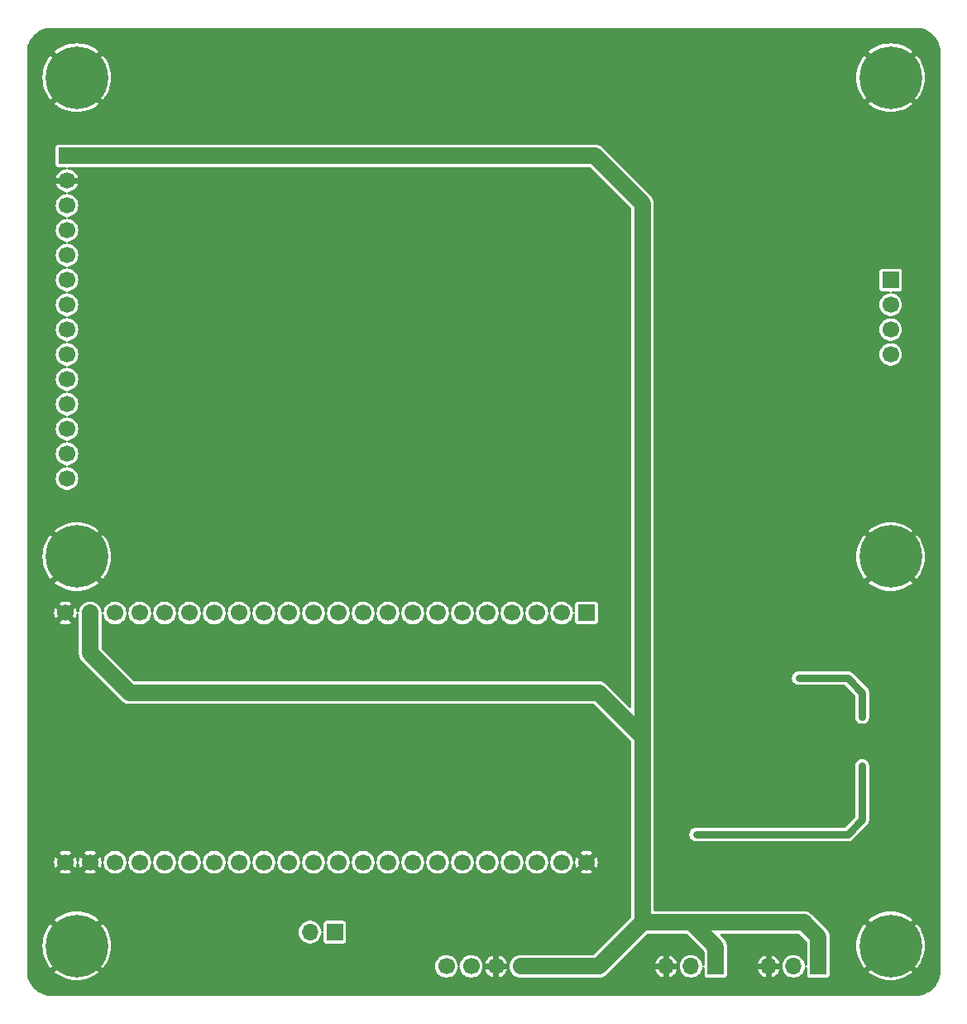
<source format=gbr>
G04 #@! TF.GenerationSoftware,KiCad,Pcbnew,8.0.5-8.0.5-0~ubuntu22.04.1*
G04 #@! TF.CreationDate,2024-09-10T18:29:42+02:00*
G04 #@! TF.ProjectId,Motherboard,4d6f7468-6572-4626-9f61-72642e6b6963,1.0*
G04 #@! TF.SameCoordinates,Original*
G04 #@! TF.FileFunction,Copper,L2,Bot*
G04 #@! TF.FilePolarity,Positive*
%FSLAX46Y46*%
G04 Gerber Fmt 4.6, Leading zero omitted, Abs format (unit mm)*
G04 Created by KiCad (PCBNEW 8.0.5-8.0.5-0~ubuntu22.04.1) date 2024-09-10 18:29:42*
%MOMM*%
%LPD*%
G01*
G04 APERTURE LIST*
G04 #@! TA.AperFunction,ComponentPad*
%ADD10R,1.700000X1.700000*%
G04 #@! TD*
G04 #@! TA.AperFunction,ComponentPad*
%ADD11C,1.700000*%
G04 #@! TD*
G04 #@! TA.AperFunction,ComponentPad*
%ADD12C,0.800000*%
G04 #@! TD*
G04 #@! TA.AperFunction,ComponentPad*
%ADD13C,6.400000*%
G04 #@! TD*
G04 #@! TA.AperFunction,ComponentPad*
%ADD14O,1.700000X1.700000*%
G04 #@! TD*
G04 #@! TA.AperFunction,ViaPad*
%ADD15C,0.500000*%
G04 #@! TD*
G04 #@! TA.AperFunction,Conductor*
%ADD16C,1.700000*%
G04 #@! TD*
G04 #@! TA.AperFunction,Conductor*
%ADD17C,0.800000*%
G04 #@! TD*
G04 APERTURE END LIST*
D10*
X158770000Y-95350000D03*
D11*
X156230000Y-95350000D03*
X153690000Y-95350000D03*
X151150000Y-95350000D03*
X148610000Y-95350000D03*
X146070000Y-95350000D03*
X143530000Y-95350000D03*
X140990000Y-95350000D03*
X138450000Y-95350000D03*
X135910000Y-95350000D03*
X133370000Y-95350000D03*
X130830000Y-95350000D03*
X128290000Y-95350000D03*
X125750000Y-95350000D03*
X123210000Y-95350000D03*
X120670000Y-95350000D03*
X118130000Y-95350000D03*
X115590000Y-95350000D03*
X113050000Y-95350000D03*
X110510000Y-95350000D03*
X107970000Y-95350000D03*
X105430000Y-95350000D03*
X105430000Y-120850000D03*
X107970000Y-120850000D03*
X110510000Y-120850000D03*
X113050000Y-120850000D03*
X115590000Y-120850000D03*
X118130000Y-120850000D03*
X120670000Y-120850000D03*
X123210000Y-120850000D03*
X125750000Y-120850000D03*
X128290000Y-120850000D03*
X130830000Y-120850000D03*
X133370000Y-120850000D03*
X135910000Y-120850000D03*
X138450000Y-120850000D03*
X140990000Y-120850000D03*
X143530000Y-120850000D03*
X146070000Y-120850000D03*
X148610000Y-120850000D03*
X151150000Y-120850000D03*
X153690000Y-120850000D03*
X156230000Y-120850000D03*
X158770000Y-120850000D03*
D10*
X105600000Y-48590000D03*
D12*
X104200000Y-40600000D03*
X104200000Y-89600000D03*
X104902944Y-38902944D03*
X104902944Y-42297056D03*
X104902944Y-87902944D03*
X104902944Y-91297056D03*
D11*
X105600000Y-51130000D03*
D12*
X106600000Y-38200000D03*
D13*
X106600000Y-40600000D03*
D12*
X106600000Y-43000000D03*
X106600000Y-87200000D03*
D13*
X106600000Y-89600000D03*
D12*
X106600000Y-92000000D03*
X108297056Y-38902944D03*
X108297056Y-42297056D03*
X108297056Y-87902944D03*
X108297056Y-91297056D03*
X109000000Y-40600000D03*
X109000000Y-89600000D03*
X187500000Y-40600000D03*
X187500000Y-89600000D03*
X188202944Y-38902944D03*
X188202944Y-42297056D03*
X188202944Y-87902944D03*
X188202944Y-91297056D03*
X189900000Y-38200000D03*
D13*
X189900000Y-40600000D03*
D12*
X189900000Y-43000000D03*
X189900000Y-87200000D03*
D13*
X189900000Y-89600000D03*
D12*
X189900000Y-92000000D03*
X191597056Y-38902944D03*
X191597056Y-42297056D03*
X191597056Y-87902944D03*
X191597056Y-91297056D03*
X192300000Y-40600000D03*
X192300000Y-89600000D03*
D11*
X105600000Y-53670000D03*
X105600000Y-56210000D03*
X105600000Y-58750000D03*
X105600000Y-61290000D03*
X105600000Y-63830000D03*
X105600000Y-66370000D03*
X105600000Y-68910000D03*
X105600000Y-71450000D03*
X105600000Y-73990000D03*
X105600000Y-76530000D03*
X105600000Y-79070000D03*
X105600000Y-81610000D03*
D10*
X189900000Y-61290000D03*
D11*
X189900000Y-63830000D03*
X189900000Y-66370000D03*
X189900000Y-68910000D03*
D12*
X187500000Y-129400000D03*
X188202944Y-127702944D03*
X188202944Y-131097056D03*
X189900000Y-127000000D03*
D13*
X189900000Y-129400000D03*
D12*
X189900000Y-131800000D03*
X191597056Y-127702944D03*
X191597056Y-131097056D03*
X192300000Y-129400000D03*
X104200000Y-129400000D03*
X104902944Y-127702944D03*
X104902944Y-131097056D03*
X106600000Y-127000000D03*
D13*
X106600000Y-129400000D03*
D12*
X106600000Y-131800000D03*
X108297056Y-127702944D03*
X108297056Y-131097056D03*
X109000000Y-129400000D03*
D10*
X133000000Y-128000000D03*
D14*
X130460000Y-128000000D03*
D11*
X152050000Y-131500000D03*
X144430000Y-131500000D03*
X146970000Y-131500000D03*
X149510000Y-131500000D03*
D10*
X182500000Y-131500000D03*
D14*
X179960000Y-131500000D03*
X177420000Y-131500000D03*
D10*
X172000000Y-131500000D03*
D14*
X169460000Y-131500000D03*
X166920000Y-131500000D03*
D15*
X117000000Y-93500000D03*
X108500000Y-75500000D03*
X181000000Y-116000000D03*
X184000000Y-121450000D03*
X122000000Y-93500000D03*
X185000000Y-98000000D03*
X138500000Y-99000000D03*
X108500000Y-70500000D03*
X166500000Y-108500000D03*
X108500000Y-55000000D03*
X127000000Y-93500000D03*
X185000000Y-112500000D03*
X172000000Y-108500000D03*
X108500000Y-57500000D03*
X108500000Y-62500000D03*
X143500000Y-93500000D03*
X157500000Y-106500000D03*
X108500000Y-83000000D03*
X119500000Y-93500000D03*
X108500000Y-52500000D03*
X108500000Y-80500000D03*
X112000000Y-93500000D03*
X108500000Y-67500000D03*
X138500000Y-83500000D03*
X157500000Y-62500000D03*
X108500000Y-73000000D03*
X182000000Y-104600000D03*
X157500000Y-108500000D03*
X185000000Y-100500000D03*
X146500000Y-119000000D03*
X114500000Y-93500000D03*
X117000000Y-97500000D03*
X138500000Y-93500000D03*
X141000000Y-83500000D03*
X108500000Y-65000000D03*
X168000000Y-102000000D03*
X175000000Y-121500000D03*
X188000000Y-62500000D03*
X144000000Y-119000000D03*
X108500000Y-77500000D03*
X170000000Y-102000000D03*
X112000000Y-97500000D03*
X132000000Y-93500000D03*
X179000000Y-107500000D03*
X108500000Y-60000000D03*
X188000000Y-67500000D03*
X173000000Y-116000000D03*
X134500000Y-93500000D03*
X174000000Y-104600000D03*
X185000000Y-104500000D03*
X129500000Y-93500000D03*
X141000000Y-93500000D03*
X172000000Y-102000000D03*
X137000000Y-97500000D03*
X178500000Y-102000000D03*
X115500000Y-99000000D03*
X166500000Y-106500000D03*
X187000000Y-115500000D03*
X187000000Y-106000000D03*
X187000000Y-112500000D03*
X187000000Y-104500000D03*
X180500000Y-102000000D03*
X183000000Y-102000000D03*
X187000000Y-114000000D03*
X187000000Y-111000000D03*
X170000000Y-118000000D03*
X175900000Y-118000000D03*
X183900000Y-118000000D03*
X179000000Y-118000000D03*
D16*
X152050000Y-131500000D02*
X160000000Y-131500000D01*
X164500000Y-108000000D02*
X160000000Y-103500000D01*
X168500000Y-127000000D02*
X181000000Y-127000000D01*
X169500000Y-127000000D02*
X172000000Y-129500000D01*
X182500000Y-128500000D02*
X182500000Y-131000000D01*
X107970000Y-99470000D02*
X107970000Y-95350000D01*
X160000000Y-103500000D02*
X112000000Y-103500000D01*
X164500000Y-108000000D02*
X164500000Y-53500000D01*
X159590000Y-48590000D02*
X105600000Y-48590000D01*
X160000000Y-131500000D02*
X164500000Y-127000000D01*
X112000000Y-103500000D02*
X107970000Y-99470000D01*
X172000000Y-129500000D02*
X172000000Y-131500000D01*
X164500000Y-127000000D02*
X164500000Y-108000000D01*
X164500000Y-127000000D02*
X168500000Y-127000000D01*
X181000000Y-127000000D02*
X182500000Y-128500000D01*
X164500000Y-53500000D02*
X159590000Y-48590000D01*
X168500000Y-127000000D02*
X169500000Y-127000000D01*
D17*
X184000000Y-118000000D02*
X185500000Y-118000000D01*
X179000000Y-118000000D02*
X184000000Y-118000000D01*
X187000000Y-103500000D02*
X187000000Y-104500000D01*
X187000000Y-114000000D02*
X187000000Y-112500000D01*
X180500000Y-102000000D02*
X183000000Y-102000000D01*
X187000000Y-116500000D02*
X187000000Y-115500000D01*
X176000000Y-118000000D02*
X179000000Y-118000000D01*
X170000000Y-118000000D02*
X176000000Y-118000000D01*
X183000000Y-102000000D02*
X185500000Y-102000000D01*
X187000000Y-115500000D02*
X187000000Y-114000000D01*
X187000000Y-111000000D02*
X187000000Y-112500000D01*
X185500000Y-118000000D02*
X187000000Y-116500000D01*
X185500000Y-102000000D02*
X187000000Y-103500000D01*
X187000000Y-104500000D02*
X187000000Y-106000000D01*
G04 #@! TA.AperFunction,Conductor*
G36*
X192503736Y-35500726D02*
G01*
X192793796Y-35518271D01*
X192808659Y-35520076D01*
X193090798Y-35571780D01*
X193105335Y-35575363D01*
X193379172Y-35660695D01*
X193393163Y-35666000D01*
X193654743Y-35783727D01*
X193667989Y-35790680D01*
X193913465Y-35939075D01*
X193925776Y-35947573D01*
X194151573Y-36124473D01*
X194162781Y-36134403D01*
X194365596Y-36337218D01*
X194375526Y-36348426D01*
X194495481Y-36501538D01*
X194552422Y-36574217D01*
X194560928Y-36586540D01*
X194709316Y-36832004D01*
X194716275Y-36845263D01*
X194833997Y-37106831D01*
X194839306Y-37120832D01*
X194924635Y-37394663D01*
X194928219Y-37409201D01*
X194979923Y-37691340D01*
X194981728Y-37706205D01*
X194999274Y-37996263D01*
X194999500Y-38003750D01*
X194999500Y-131996249D01*
X194999274Y-132003736D01*
X194981728Y-132293794D01*
X194979923Y-132308659D01*
X194928219Y-132590798D01*
X194924635Y-132605336D01*
X194839306Y-132879167D01*
X194833997Y-132893168D01*
X194716275Y-133154736D01*
X194709316Y-133167995D01*
X194560928Y-133413459D01*
X194552422Y-133425782D01*
X194375526Y-133651573D01*
X194365596Y-133662781D01*
X194162781Y-133865596D01*
X194151573Y-133875526D01*
X193925782Y-134052422D01*
X193913459Y-134060928D01*
X193667995Y-134209316D01*
X193654736Y-134216275D01*
X193393168Y-134333997D01*
X193379167Y-134339306D01*
X193105336Y-134424635D01*
X193090798Y-134428219D01*
X192808659Y-134479923D01*
X192793794Y-134481728D01*
X192503736Y-134499274D01*
X192496249Y-134499500D01*
X104003751Y-134499500D01*
X103996264Y-134499274D01*
X103706205Y-134481728D01*
X103691340Y-134479923D01*
X103409201Y-134428219D01*
X103394663Y-134424635D01*
X103120832Y-134339306D01*
X103106831Y-134333997D01*
X102845263Y-134216275D01*
X102832004Y-134209316D01*
X102586540Y-134060928D01*
X102574217Y-134052422D01*
X102348426Y-133875526D01*
X102337218Y-133865596D01*
X102134403Y-133662781D01*
X102124473Y-133651573D01*
X101947573Y-133425776D01*
X101939075Y-133413465D01*
X101790680Y-133167989D01*
X101783727Y-133154743D01*
X101666000Y-132893163D01*
X101660693Y-132879167D01*
X101577078Y-132610838D01*
X101575363Y-132605335D01*
X101571780Y-132590798D01*
X101520075Y-132308657D01*
X101518271Y-132293794D01*
X101514741Y-132235442D01*
X101500726Y-132003736D01*
X101500500Y-131996249D01*
X101500500Y-129399999D01*
X103095197Y-129399999D01*
X103095197Y-129400000D01*
X103114397Y-129766353D01*
X103171784Y-130128684D01*
X103171784Y-130128686D01*
X103266736Y-130483051D01*
X103398204Y-130825535D01*
X103564754Y-131152406D01*
X103764549Y-131460064D01*
X103921658Y-131654076D01*
X105275992Y-130299742D01*
X105379588Y-130442330D01*
X105557670Y-130620412D01*
X105700256Y-130724007D01*
X104345922Y-132078341D01*
X104539924Y-132235442D01*
X104539937Y-132235451D01*
X104847593Y-132435245D01*
X105174464Y-132601795D01*
X105516948Y-132733263D01*
X105871314Y-132828215D01*
X106233646Y-132885602D01*
X106599999Y-132904803D01*
X106600001Y-132904803D01*
X106966353Y-132885602D01*
X107328684Y-132828215D01*
X107328686Y-132828215D01*
X107683051Y-132733263D01*
X108025535Y-132601795D01*
X108352406Y-132435245D01*
X108660065Y-132235450D01*
X108854077Y-132078341D01*
X107499743Y-130724007D01*
X107642330Y-130620412D01*
X107820412Y-130442330D01*
X107924007Y-130299743D01*
X109278341Y-131654077D01*
X109403111Y-131500000D01*
X143274571Y-131500000D01*
X143294244Y-131712310D01*
X143352594Y-131917387D01*
X143352596Y-131917392D01*
X143352596Y-131917394D01*
X143447632Y-132108253D01*
X143560011Y-132257065D01*
X143576128Y-132278407D01*
X143733698Y-132422052D01*
X143914981Y-132534298D01*
X144113802Y-132611321D01*
X144323390Y-132650500D01*
X144323392Y-132650500D01*
X144536608Y-132650500D01*
X144536610Y-132650500D01*
X144746198Y-132611321D01*
X144945019Y-132534298D01*
X145126302Y-132422052D01*
X145283872Y-132278407D01*
X145412366Y-132108255D01*
X145457246Y-132018123D01*
X145507403Y-131917394D01*
X145507403Y-131917393D01*
X145507405Y-131917389D01*
X145565756Y-131712310D01*
X145576529Y-131596047D01*
X145602315Y-131531111D01*
X145644622Y-131500804D01*
X145753130Y-131500804D01*
X145789503Y-131521668D01*
X145821693Y-131583681D01*
X145823470Y-131596047D01*
X145834244Y-131712310D01*
X145892594Y-131917387D01*
X145892596Y-131917392D01*
X145892596Y-131917394D01*
X145987632Y-132108253D01*
X146100011Y-132257065D01*
X146116128Y-132278407D01*
X146273698Y-132422052D01*
X146454981Y-132534298D01*
X146653802Y-132611321D01*
X146863390Y-132650500D01*
X146863392Y-132650500D01*
X147076608Y-132650500D01*
X147076610Y-132650500D01*
X147286198Y-132611321D01*
X147485019Y-132534298D01*
X147666302Y-132422052D01*
X147823872Y-132278407D01*
X147952366Y-132108255D01*
X147997246Y-132018123D01*
X148047403Y-131917394D01*
X148047403Y-131917393D01*
X148047405Y-131917389D01*
X148105756Y-131712310D01*
X148125429Y-131500000D01*
X148105756Y-131287690D01*
X148080805Y-131199999D01*
X148399713Y-131199999D01*
X148399714Y-131200000D01*
X149105856Y-131200000D01*
X149044075Y-131307007D01*
X149010000Y-131434174D01*
X149010000Y-131565826D01*
X149044075Y-131692993D01*
X149105856Y-131800000D01*
X148399714Y-131800000D01*
X148433062Y-131917205D01*
X148433067Y-131917218D01*
X148528061Y-132107991D01*
X148656500Y-132278071D01*
X148814000Y-132421651D01*
X148814002Y-132421653D01*
X148995201Y-132533846D01*
X148995207Y-132533849D01*
X149193941Y-132610838D01*
X149210000Y-132613840D01*
X149210000Y-131904144D01*
X149317007Y-131965925D01*
X149444174Y-132000000D01*
X149575826Y-132000000D01*
X149702993Y-131965925D01*
X149810000Y-131904144D01*
X149810000Y-132613839D01*
X149826058Y-132610838D01*
X150024792Y-132533849D01*
X150024798Y-132533846D01*
X150205997Y-132421653D01*
X150205999Y-132421651D01*
X150363499Y-132278071D01*
X150491938Y-132107991D01*
X150586932Y-131917218D01*
X150586937Y-131917205D01*
X150620286Y-131800000D01*
X149914144Y-131800000D01*
X149975925Y-131692993D01*
X150010000Y-131565826D01*
X150010000Y-131434174D01*
X149975925Y-131307007D01*
X149914144Y-131200000D01*
X150620286Y-131200000D01*
X150620286Y-131199999D01*
X150586937Y-131082794D01*
X150586931Y-131082778D01*
X150491938Y-130892008D01*
X150363499Y-130721928D01*
X150205999Y-130578348D01*
X150205997Y-130578346D01*
X150024798Y-130466153D01*
X150024792Y-130466151D01*
X149826060Y-130389162D01*
X149810000Y-130386159D01*
X149810000Y-131095855D01*
X149702993Y-131034075D01*
X149575826Y-131000000D01*
X149444174Y-131000000D01*
X149317007Y-131034075D01*
X149210000Y-131095855D01*
X149210000Y-130386159D01*
X149193939Y-130389162D01*
X148995207Y-130466151D01*
X148995201Y-130466153D01*
X148814002Y-130578346D01*
X148814000Y-130578348D01*
X148656500Y-130721928D01*
X148528061Y-130892008D01*
X148433069Y-131082778D01*
X148433062Y-131082794D01*
X148399713Y-131199999D01*
X148080805Y-131199999D01*
X148047405Y-131082611D01*
X148047403Y-131082606D01*
X148047403Y-131082605D01*
X147952367Y-130891746D01*
X147823872Y-130721593D01*
X147666302Y-130577948D01*
X147485019Y-130465702D01*
X147485017Y-130465701D01*
X147355852Y-130415663D01*
X147286198Y-130388679D01*
X147076610Y-130349500D01*
X146863390Y-130349500D01*
X146653802Y-130388679D01*
X146653799Y-130388679D01*
X146653799Y-130388680D01*
X146454982Y-130465701D01*
X146454980Y-130465702D01*
X146273699Y-130577947D01*
X146116127Y-130721593D01*
X145987632Y-130891746D01*
X145892596Y-131082605D01*
X145892596Y-131082607D01*
X145834244Y-131287689D01*
X145823471Y-131403951D01*
X145797685Y-131468888D01*
X145753130Y-131500804D01*
X145644622Y-131500804D01*
X145646869Y-131499194D01*
X145610497Y-131478331D01*
X145578307Y-131416318D01*
X145576529Y-131403951D01*
X145570969Y-131343950D01*
X145565756Y-131287690D01*
X145507405Y-131082611D01*
X145507403Y-131082606D01*
X145507403Y-131082605D01*
X145412367Y-130891746D01*
X145283872Y-130721593D01*
X145126302Y-130577948D01*
X144945019Y-130465702D01*
X144945017Y-130465701D01*
X144815852Y-130415663D01*
X144746198Y-130388679D01*
X144536610Y-130349500D01*
X144323390Y-130349500D01*
X144113802Y-130388679D01*
X144113799Y-130388679D01*
X144113799Y-130388680D01*
X143914982Y-130465701D01*
X143914980Y-130465702D01*
X143733699Y-130577947D01*
X143576127Y-130721593D01*
X143447632Y-130891746D01*
X143352596Y-131082605D01*
X143352596Y-131082607D01*
X143294244Y-131287689D01*
X143278272Y-131460064D01*
X143274571Y-131500000D01*
X109403111Y-131500000D01*
X109435450Y-131460065D01*
X109635245Y-131152406D01*
X109801795Y-130825535D01*
X109933263Y-130483051D01*
X110028215Y-130128686D01*
X110028215Y-130128684D01*
X110085602Y-129766353D01*
X110104803Y-129400000D01*
X110104803Y-129399999D01*
X110085602Y-129033646D01*
X110028215Y-128671315D01*
X110028215Y-128671313D01*
X109933263Y-128316948D01*
X109811597Y-128000000D01*
X129304571Y-128000000D01*
X129311078Y-128070225D01*
X129324244Y-128212310D01*
X129382596Y-128417392D01*
X129382596Y-128417394D01*
X129477632Y-128608253D01*
X129585055Y-128750502D01*
X129606128Y-128778407D01*
X129763698Y-128922052D01*
X129944981Y-129034298D01*
X130143802Y-129111321D01*
X130353390Y-129150500D01*
X130353392Y-129150500D01*
X130566608Y-129150500D01*
X130566610Y-129150500D01*
X130776198Y-129111321D01*
X130975019Y-129034298D01*
X131156302Y-128922052D01*
X131313872Y-128778407D01*
X131442366Y-128608255D01*
X131448627Y-128595681D01*
X131537403Y-128417394D01*
X131537403Y-128417393D01*
X131537405Y-128417389D01*
X131595756Y-128212310D01*
X131602029Y-128144605D01*
X131627814Y-128079669D01*
X131684614Y-128038981D01*
X131754395Y-128035461D01*
X131815002Y-128070225D01*
X131847193Y-128132238D01*
X131849500Y-128156047D01*
X131849500Y-128894856D01*
X131849502Y-128894882D01*
X131852413Y-128919987D01*
X131852415Y-128919991D01*
X131897793Y-129022764D01*
X131897794Y-129022765D01*
X131977235Y-129102206D01*
X132080009Y-129147585D01*
X132105135Y-129150500D01*
X133894864Y-129150499D01*
X133894879Y-129150497D01*
X133894882Y-129150497D01*
X133919987Y-129147586D01*
X133919988Y-129147585D01*
X133919991Y-129147585D01*
X134022765Y-129102206D01*
X134102206Y-129022765D01*
X134147585Y-128919991D01*
X134150500Y-128894865D01*
X134150499Y-127105136D01*
X134150497Y-127105117D01*
X134147586Y-127080012D01*
X134147585Y-127080010D01*
X134147585Y-127080009D01*
X134102206Y-126977235D01*
X134022765Y-126897794D01*
X134002124Y-126888680D01*
X133919992Y-126852415D01*
X133894865Y-126849500D01*
X132105143Y-126849500D01*
X132105117Y-126849502D01*
X132080012Y-126852413D01*
X132080008Y-126852415D01*
X131977235Y-126897793D01*
X131897794Y-126977234D01*
X131852415Y-127080006D01*
X131852415Y-127080008D01*
X131849500Y-127105131D01*
X131849500Y-127843951D01*
X131829815Y-127910990D01*
X131777011Y-127956745D01*
X131707853Y-127966689D01*
X131644297Y-127937664D01*
X131606523Y-127878886D01*
X131602029Y-127855391D01*
X131595756Y-127787689D01*
X131581273Y-127736789D01*
X131537405Y-127582611D01*
X131537403Y-127582606D01*
X131537403Y-127582605D01*
X131442367Y-127391746D01*
X131313872Y-127221593D01*
X131186133Y-127105143D01*
X131156302Y-127077948D01*
X130975019Y-126965702D01*
X130975017Y-126965701D01*
X130875608Y-126927190D01*
X130776198Y-126888679D01*
X130566610Y-126849500D01*
X130353390Y-126849500D01*
X130143802Y-126888679D01*
X130143799Y-126888679D01*
X130143799Y-126888680D01*
X129944982Y-126965701D01*
X129944980Y-126965702D01*
X129763699Y-127077947D01*
X129606127Y-127221593D01*
X129477632Y-127391746D01*
X129382596Y-127582605D01*
X129382596Y-127582607D01*
X129324244Y-127787689D01*
X129307658Y-127966689D01*
X129304571Y-128000000D01*
X109811597Y-128000000D01*
X109801795Y-127974464D01*
X109635245Y-127647594D01*
X109435450Y-127339935D01*
X109278340Y-127145922D01*
X107924006Y-128500255D01*
X107820412Y-128357670D01*
X107642330Y-128179588D01*
X107499743Y-128075992D01*
X108854077Y-126721658D01*
X108660064Y-126564549D01*
X108352406Y-126364754D01*
X108025535Y-126198204D01*
X107683051Y-126066736D01*
X107328685Y-125971784D01*
X106966353Y-125914397D01*
X106600001Y-125895197D01*
X106599999Y-125895197D01*
X106233646Y-125914397D01*
X105871315Y-125971784D01*
X105871313Y-125971784D01*
X105516948Y-126066736D01*
X105174464Y-126198204D01*
X104847594Y-126364754D01*
X104539929Y-126564553D01*
X104345922Y-126721658D01*
X105700256Y-128075992D01*
X105557670Y-128179588D01*
X105379588Y-128357670D01*
X105275992Y-128500256D01*
X103921658Y-127145922D01*
X103764553Y-127339929D01*
X103564754Y-127647594D01*
X103398204Y-127974464D01*
X103266736Y-128316948D01*
X103171784Y-128671313D01*
X103171784Y-128671315D01*
X103114397Y-129033646D01*
X103095197Y-129399999D01*
X101500500Y-129399999D01*
X101500500Y-120849999D01*
X104275073Y-120849999D01*
X104275073Y-120850000D01*
X104294737Y-121062216D01*
X104294738Y-121062219D01*
X104353060Y-121267203D01*
X104353063Y-121267209D01*
X104431335Y-121424400D01*
X104932094Y-120923641D01*
X104964075Y-121042993D01*
X105029901Y-121157007D01*
X105122993Y-121250099D01*
X105237007Y-121315925D01*
X105356357Y-121347905D01*
X104856662Y-121847599D01*
X104915204Y-121883847D01*
X104915208Y-121883849D01*
X105113936Y-121960836D01*
X105113941Y-121960837D01*
X105323439Y-122000000D01*
X105536561Y-122000000D01*
X105746058Y-121960837D01*
X105746059Y-121960837D01*
X105944794Y-121883847D01*
X105944798Y-121883845D01*
X106003335Y-121847599D01*
X105503642Y-121347905D01*
X105622993Y-121315925D01*
X105737007Y-121250099D01*
X105830099Y-121157007D01*
X105895925Y-121042993D01*
X105927905Y-120923641D01*
X106428663Y-121424399D01*
X106428664Y-121424399D01*
X106506935Y-121267209D01*
X106506938Y-121267203D01*
X106565261Y-121062218D01*
X106565262Y-121062216D01*
X106576529Y-120940628D01*
X106602315Y-120875690D01*
X106637894Y-120850204D01*
X106761533Y-120850204D01*
X106789503Y-120866248D01*
X106821693Y-120928261D01*
X106823471Y-120940628D01*
X106834737Y-121062216D01*
X106834738Y-121062219D01*
X106893060Y-121267203D01*
X106893063Y-121267209D01*
X106971335Y-121424400D01*
X107472094Y-120923641D01*
X107504075Y-121042993D01*
X107569901Y-121157007D01*
X107662993Y-121250099D01*
X107777007Y-121315925D01*
X107896357Y-121347905D01*
X107396662Y-121847599D01*
X107455204Y-121883847D01*
X107455208Y-121883849D01*
X107653936Y-121960836D01*
X107653941Y-121960837D01*
X107863439Y-122000000D01*
X108076561Y-122000000D01*
X108286058Y-121960837D01*
X108286059Y-121960837D01*
X108484794Y-121883847D01*
X108484798Y-121883845D01*
X108543335Y-121847599D01*
X108043642Y-121347905D01*
X108162993Y-121315925D01*
X108277007Y-121250099D01*
X108370099Y-121157007D01*
X108435925Y-121042993D01*
X108467905Y-120923641D01*
X108968663Y-121424399D01*
X108968664Y-121424399D01*
X109046935Y-121267209D01*
X109046938Y-121267203D01*
X109105261Y-121062218D01*
X109105262Y-121062216D01*
X109116277Y-120943338D01*
X109142063Y-120878401D01*
X109181005Y-120850504D01*
X109297079Y-120850504D01*
X109329251Y-120868958D01*
X109361441Y-120930970D01*
X109363219Y-120943337D01*
X109372454Y-121042993D01*
X109374244Y-121062310D01*
X109427675Y-121250099D01*
X109432596Y-121267392D01*
X109432596Y-121267394D01*
X109527632Y-121458253D01*
X109527634Y-121458255D01*
X109656128Y-121628407D01*
X109813698Y-121772052D01*
X109994981Y-121884298D01*
X110193802Y-121961321D01*
X110403390Y-122000500D01*
X110403392Y-122000500D01*
X110616608Y-122000500D01*
X110616610Y-122000500D01*
X110826198Y-121961321D01*
X111025019Y-121884298D01*
X111206302Y-121772052D01*
X111363872Y-121628407D01*
X111492366Y-121458255D01*
X111546270Y-121350000D01*
X111587403Y-121267394D01*
X111587403Y-121267393D01*
X111587405Y-121267389D01*
X111645756Y-121062310D01*
X111656529Y-120946047D01*
X111682315Y-120881111D01*
X111724622Y-120850804D01*
X111833130Y-120850804D01*
X111869503Y-120871668D01*
X111901693Y-120933681D01*
X111903470Y-120946047D01*
X111914244Y-121062310D01*
X111967675Y-121250099D01*
X111972596Y-121267392D01*
X111972596Y-121267394D01*
X112067632Y-121458253D01*
X112067634Y-121458255D01*
X112196128Y-121628407D01*
X112353698Y-121772052D01*
X112534981Y-121884298D01*
X112733802Y-121961321D01*
X112943390Y-122000500D01*
X112943392Y-122000500D01*
X113156608Y-122000500D01*
X113156610Y-122000500D01*
X113366198Y-121961321D01*
X113565019Y-121884298D01*
X113746302Y-121772052D01*
X113903872Y-121628407D01*
X114032366Y-121458255D01*
X114086270Y-121350000D01*
X114127403Y-121267394D01*
X114127403Y-121267393D01*
X114127405Y-121267389D01*
X114185756Y-121062310D01*
X114196529Y-120946047D01*
X114222315Y-120881111D01*
X114264622Y-120850804D01*
X114373130Y-120850804D01*
X114409503Y-120871668D01*
X114441693Y-120933681D01*
X114443470Y-120946047D01*
X114454244Y-121062310D01*
X114507675Y-121250099D01*
X114512596Y-121267392D01*
X114512596Y-121267394D01*
X114607632Y-121458253D01*
X114607634Y-121458255D01*
X114736128Y-121628407D01*
X114893698Y-121772052D01*
X115074981Y-121884298D01*
X115273802Y-121961321D01*
X115483390Y-122000500D01*
X115483392Y-122000500D01*
X115696608Y-122000500D01*
X115696610Y-122000500D01*
X115906198Y-121961321D01*
X116105019Y-121884298D01*
X116286302Y-121772052D01*
X116443872Y-121628407D01*
X116572366Y-121458255D01*
X116626270Y-121350000D01*
X116667403Y-121267394D01*
X116667403Y-121267393D01*
X116667405Y-121267389D01*
X116725756Y-121062310D01*
X116736529Y-120946047D01*
X116762315Y-120881111D01*
X116804622Y-120850804D01*
X116913130Y-120850804D01*
X116949503Y-120871668D01*
X116981693Y-120933681D01*
X116983470Y-120946047D01*
X116994244Y-121062310D01*
X117047675Y-121250099D01*
X117052596Y-121267392D01*
X117052596Y-121267394D01*
X117147632Y-121458253D01*
X117147634Y-121458255D01*
X117276128Y-121628407D01*
X117433698Y-121772052D01*
X117614981Y-121884298D01*
X117813802Y-121961321D01*
X118023390Y-122000500D01*
X118023392Y-122000500D01*
X118236608Y-122000500D01*
X118236610Y-122000500D01*
X118446198Y-121961321D01*
X118645019Y-121884298D01*
X118826302Y-121772052D01*
X118983872Y-121628407D01*
X119112366Y-121458255D01*
X119166270Y-121350000D01*
X119207403Y-121267394D01*
X119207403Y-121267393D01*
X119207405Y-121267389D01*
X119265756Y-121062310D01*
X119276529Y-120946047D01*
X119302315Y-120881111D01*
X119344622Y-120850804D01*
X119453130Y-120850804D01*
X119489503Y-120871668D01*
X119521693Y-120933681D01*
X119523470Y-120946047D01*
X119534244Y-121062310D01*
X119587675Y-121250099D01*
X119592596Y-121267392D01*
X119592596Y-121267394D01*
X119687632Y-121458253D01*
X119687634Y-121458255D01*
X119816128Y-121628407D01*
X119973698Y-121772052D01*
X120154981Y-121884298D01*
X120353802Y-121961321D01*
X120563390Y-122000500D01*
X120563392Y-122000500D01*
X120776608Y-122000500D01*
X120776610Y-122000500D01*
X120986198Y-121961321D01*
X121185019Y-121884298D01*
X121366302Y-121772052D01*
X121523872Y-121628407D01*
X121652366Y-121458255D01*
X121706270Y-121350000D01*
X121747403Y-121267394D01*
X121747403Y-121267393D01*
X121747405Y-121267389D01*
X121805756Y-121062310D01*
X121816529Y-120946047D01*
X121842315Y-120881111D01*
X121884622Y-120850804D01*
X121993130Y-120850804D01*
X122029503Y-120871668D01*
X122061693Y-120933681D01*
X122063470Y-120946047D01*
X122074244Y-121062310D01*
X122127675Y-121250099D01*
X122132596Y-121267392D01*
X122132596Y-121267394D01*
X122227632Y-121458253D01*
X122227634Y-121458255D01*
X122356128Y-121628407D01*
X122513698Y-121772052D01*
X122694981Y-121884298D01*
X122893802Y-121961321D01*
X123103390Y-122000500D01*
X123103392Y-122000500D01*
X123316608Y-122000500D01*
X123316610Y-122000500D01*
X123526198Y-121961321D01*
X123725019Y-121884298D01*
X123906302Y-121772052D01*
X124063872Y-121628407D01*
X124192366Y-121458255D01*
X124246270Y-121350000D01*
X124287403Y-121267394D01*
X124287403Y-121267393D01*
X124287405Y-121267389D01*
X124345756Y-121062310D01*
X124356529Y-120946047D01*
X124382315Y-120881111D01*
X124424622Y-120850804D01*
X124533130Y-120850804D01*
X124569503Y-120871668D01*
X124601693Y-120933681D01*
X124603470Y-120946047D01*
X124614244Y-121062310D01*
X124667675Y-121250099D01*
X124672596Y-121267392D01*
X124672596Y-121267394D01*
X124767632Y-121458253D01*
X124767634Y-121458255D01*
X124896128Y-121628407D01*
X125053698Y-121772052D01*
X125234981Y-121884298D01*
X125433802Y-121961321D01*
X125643390Y-122000500D01*
X125643392Y-122000500D01*
X125856608Y-122000500D01*
X125856610Y-122000500D01*
X126066198Y-121961321D01*
X126265019Y-121884298D01*
X126446302Y-121772052D01*
X126603872Y-121628407D01*
X126732366Y-121458255D01*
X126786270Y-121350000D01*
X126827403Y-121267394D01*
X126827403Y-121267393D01*
X126827405Y-121267389D01*
X126885756Y-121062310D01*
X126896529Y-120946047D01*
X126922315Y-120881111D01*
X126964622Y-120850804D01*
X127073130Y-120850804D01*
X127109503Y-120871668D01*
X127141693Y-120933681D01*
X127143470Y-120946047D01*
X127154244Y-121062310D01*
X127207675Y-121250099D01*
X127212596Y-121267392D01*
X127212596Y-121267394D01*
X127307632Y-121458253D01*
X127307634Y-121458255D01*
X127436128Y-121628407D01*
X127593698Y-121772052D01*
X127774981Y-121884298D01*
X127973802Y-121961321D01*
X128183390Y-122000500D01*
X128183392Y-122000500D01*
X128396608Y-122000500D01*
X128396610Y-122000500D01*
X128606198Y-121961321D01*
X128805019Y-121884298D01*
X128986302Y-121772052D01*
X129143872Y-121628407D01*
X129272366Y-121458255D01*
X129326270Y-121350000D01*
X129367403Y-121267394D01*
X129367403Y-121267393D01*
X129367405Y-121267389D01*
X129425756Y-121062310D01*
X129436529Y-120946047D01*
X129462315Y-120881111D01*
X129504622Y-120850804D01*
X129613130Y-120850804D01*
X129649503Y-120871668D01*
X129681693Y-120933681D01*
X129683470Y-120946047D01*
X129694244Y-121062310D01*
X129747675Y-121250099D01*
X129752596Y-121267392D01*
X129752596Y-121267394D01*
X129847632Y-121458253D01*
X129847634Y-121458255D01*
X129976128Y-121628407D01*
X130133698Y-121772052D01*
X130314981Y-121884298D01*
X130513802Y-121961321D01*
X130723390Y-122000500D01*
X130723392Y-122000500D01*
X130936608Y-122000500D01*
X130936610Y-122000500D01*
X131146198Y-121961321D01*
X131345019Y-121884298D01*
X131526302Y-121772052D01*
X131683872Y-121628407D01*
X131812366Y-121458255D01*
X131866270Y-121350000D01*
X131907403Y-121267394D01*
X131907403Y-121267393D01*
X131907405Y-121267389D01*
X131965756Y-121062310D01*
X131976529Y-120946047D01*
X132002315Y-120881111D01*
X132044622Y-120850804D01*
X132153130Y-120850804D01*
X132189503Y-120871668D01*
X132221693Y-120933681D01*
X132223470Y-120946047D01*
X132234244Y-121062310D01*
X132287675Y-121250099D01*
X132292596Y-121267392D01*
X132292596Y-121267394D01*
X132387632Y-121458253D01*
X132387634Y-121458255D01*
X132516128Y-121628407D01*
X132673698Y-121772052D01*
X132854981Y-121884298D01*
X133053802Y-121961321D01*
X133263390Y-122000500D01*
X133263392Y-122000500D01*
X133476608Y-122000500D01*
X133476610Y-122000500D01*
X133686198Y-121961321D01*
X133885019Y-121884298D01*
X134066302Y-121772052D01*
X134223872Y-121628407D01*
X134352366Y-121458255D01*
X134406270Y-121350000D01*
X134447403Y-121267394D01*
X134447403Y-121267393D01*
X134447405Y-121267389D01*
X134505756Y-121062310D01*
X134516529Y-120946047D01*
X134542315Y-120881111D01*
X134584622Y-120850804D01*
X134693130Y-120850804D01*
X134729503Y-120871668D01*
X134761693Y-120933681D01*
X134763470Y-120946047D01*
X134774244Y-121062310D01*
X134827675Y-121250099D01*
X134832596Y-121267392D01*
X134832596Y-121267394D01*
X134927632Y-121458253D01*
X134927634Y-121458255D01*
X135056128Y-121628407D01*
X135213698Y-121772052D01*
X135394981Y-121884298D01*
X135593802Y-121961321D01*
X135803390Y-122000500D01*
X135803392Y-122000500D01*
X136016608Y-122000500D01*
X136016610Y-122000500D01*
X136226198Y-121961321D01*
X136425019Y-121884298D01*
X136606302Y-121772052D01*
X136763872Y-121628407D01*
X136892366Y-121458255D01*
X136946270Y-121350000D01*
X136987403Y-121267394D01*
X136987403Y-121267393D01*
X136987405Y-121267389D01*
X137045756Y-121062310D01*
X137056529Y-120946047D01*
X137082315Y-120881111D01*
X137124622Y-120850804D01*
X137233130Y-120850804D01*
X137269503Y-120871668D01*
X137301693Y-120933681D01*
X137303470Y-120946047D01*
X137314244Y-121062310D01*
X137367675Y-121250099D01*
X137372596Y-121267392D01*
X137372596Y-121267394D01*
X137467632Y-121458253D01*
X137467634Y-121458255D01*
X137596128Y-121628407D01*
X137753698Y-121772052D01*
X137934981Y-121884298D01*
X138133802Y-121961321D01*
X138343390Y-122000500D01*
X138343392Y-122000500D01*
X138556608Y-122000500D01*
X138556610Y-122000500D01*
X138766198Y-121961321D01*
X138965019Y-121884298D01*
X139146302Y-121772052D01*
X139303872Y-121628407D01*
X139432366Y-121458255D01*
X139486270Y-121350000D01*
X139527403Y-121267394D01*
X139527403Y-121267393D01*
X139527405Y-121267389D01*
X139585756Y-121062310D01*
X139596529Y-120946047D01*
X139622315Y-120881111D01*
X139664622Y-120850804D01*
X139773130Y-120850804D01*
X139809503Y-120871668D01*
X139841693Y-120933681D01*
X139843470Y-120946047D01*
X139854244Y-121062310D01*
X139907675Y-121250099D01*
X139912596Y-121267392D01*
X139912596Y-121267394D01*
X140007632Y-121458253D01*
X140007634Y-121458255D01*
X140136128Y-121628407D01*
X140293698Y-121772052D01*
X140474981Y-121884298D01*
X140673802Y-121961321D01*
X140883390Y-122000500D01*
X140883392Y-122000500D01*
X141096608Y-122000500D01*
X141096610Y-122000500D01*
X141306198Y-121961321D01*
X141505019Y-121884298D01*
X141686302Y-121772052D01*
X141843872Y-121628407D01*
X141972366Y-121458255D01*
X142026270Y-121350000D01*
X142067403Y-121267394D01*
X142067403Y-121267393D01*
X142067405Y-121267389D01*
X142125756Y-121062310D01*
X142136529Y-120946047D01*
X142162315Y-120881111D01*
X142204622Y-120850804D01*
X142313130Y-120850804D01*
X142349503Y-120871668D01*
X142381693Y-120933681D01*
X142383470Y-120946047D01*
X142394244Y-121062310D01*
X142447675Y-121250099D01*
X142452596Y-121267392D01*
X142452596Y-121267394D01*
X142547632Y-121458253D01*
X142547634Y-121458255D01*
X142676128Y-121628407D01*
X142833698Y-121772052D01*
X143014981Y-121884298D01*
X143213802Y-121961321D01*
X143423390Y-122000500D01*
X143423392Y-122000500D01*
X143636608Y-122000500D01*
X143636610Y-122000500D01*
X143846198Y-121961321D01*
X144045019Y-121884298D01*
X144226302Y-121772052D01*
X144383872Y-121628407D01*
X144512366Y-121458255D01*
X144566270Y-121350000D01*
X144607403Y-121267394D01*
X144607403Y-121267393D01*
X144607405Y-121267389D01*
X144665756Y-121062310D01*
X144676529Y-120946047D01*
X144702315Y-120881111D01*
X144744622Y-120850804D01*
X144853130Y-120850804D01*
X144889503Y-120871668D01*
X144921693Y-120933681D01*
X144923470Y-120946047D01*
X144934244Y-121062310D01*
X144987675Y-121250099D01*
X144992596Y-121267392D01*
X144992596Y-121267394D01*
X145087632Y-121458253D01*
X145087634Y-121458255D01*
X145216128Y-121628407D01*
X145373698Y-121772052D01*
X145554981Y-121884298D01*
X145753802Y-121961321D01*
X145963390Y-122000500D01*
X145963392Y-122000500D01*
X146176608Y-122000500D01*
X146176610Y-122000500D01*
X146386198Y-121961321D01*
X146585019Y-121884298D01*
X146766302Y-121772052D01*
X146923872Y-121628407D01*
X147052366Y-121458255D01*
X147106270Y-121350000D01*
X147147403Y-121267394D01*
X147147403Y-121267393D01*
X147147405Y-121267389D01*
X147205756Y-121062310D01*
X147216529Y-120946047D01*
X147242315Y-120881111D01*
X147284622Y-120850804D01*
X147393130Y-120850804D01*
X147429503Y-120871668D01*
X147461693Y-120933681D01*
X147463470Y-120946047D01*
X147474244Y-121062310D01*
X147527675Y-121250099D01*
X147532596Y-121267392D01*
X147532596Y-121267394D01*
X147627632Y-121458253D01*
X147627634Y-121458255D01*
X147756128Y-121628407D01*
X147913698Y-121772052D01*
X148094981Y-121884298D01*
X148293802Y-121961321D01*
X148503390Y-122000500D01*
X148503392Y-122000500D01*
X148716608Y-122000500D01*
X148716610Y-122000500D01*
X148926198Y-121961321D01*
X149125019Y-121884298D01*
X149306302Y-121772052D01*
X149463872Y-121628407D01*
X149592366Y-121458255D01*
X149646270Y-121350000D01*
X149687403Y-121267394D01*
X149687403Y-121267393D01*
X149687405Y-121267389D01*
X149745756Y-121062310D01*
X149756529Y-120946047D01*
X149782315Y-120881111D01*
X149824622Y-120850804D01*
X149933130Y-120850804D01*
X149969503Y-120871668D01*
X150001693Y-120933681D01*
X150003470Y-120946047D01*
X150014244Y-121062310D01*
X150067675Y-121250099D01*
X150072596Y-121267392D01*
X150072596Y-121267394D01*
X150167632Y-121458253D01*
X150167634Y-121458255D01*
X150296128Y-121628407D01*
X150453698Y-121772052D01*
X150634981Y-121884298D01*
X150833802Y-121961321D01*
X151043390Y-122000500D01*
X151043392Y-122000500D01*
X151256608Y-122000500D01*
X151256610Y-122000500D01*
X151466198Y-121961321D01*
X151665019Y-121884298D01*
X151846302Y-121772052D01*
X152003872Y-121628407D01*
X152132366Y-121458255D01*
X152186270Y-121350000D01*
X152227403Y-121267394D01*
X152227403Y-121267393D01*
X152227405Y-121267389D01*
X152285756Y-121062310D01*
X152296529Y-120946047D01*
X152322315Y-120881111D01*
X152364622Y-120850804D01*
X152473130Y-120850804D01*
X152509503Y-120871668D01*
X152541693Y-120933681D01*
X152543470Y-120946047D01*
X152554244Y-121062310D01*
X152607675Y-121250099D01*
X152612596Y-121267392D01*
X152612596Y-121267394D01*
X152707632Y-121458253D01*
X152707634Y-121458255D01*
X152836128Y-121628407D01*
X152993698Y-121772052D01*
X153174981Y-121884298D01*
X153373802Y-121961321D01*
X153583390Y-122000500D01*
X153583392Y-122000500D01*
X153796608Y-122000500D01*
X153796610Y-122000500D01*
X154006198Y-121961321D01*
X154205019Y-121884298D01*
X154386302Y-121772052D01*
X154543872Y-121628407D01*
X154672366Y-121458255D01*
X154726270Y-121350000D01*
X154767403Y-121267394D01*
X154767403Y-121267393D01*
X154767405Y-121267389D01*
X154825756Y-121062310D01*
X154836529Y-120946047D01*
X154862315Y-120881111D01*
X154904622Y-120850804D01*
X155013130Y-120850804D01*
X155049503Y-120871668D01*
X155081693Y-120933681D01*
X155083470Y-120946047D01*
X155094244Y-121062310D01*
X155147675Y-121250099D01*
X155152596Y-121267392D01*
X155152596Y-121267394D01*
X155247632Y-121458253D01*
X155247634Y-121458255D01*
X155376128Y-121628407D01*
X155533698Y-121772052D01*
X155714981Y-121884298D01*
X155913802Y-121961321D01*
X156123390Y-122000500D01*
X156123392Y-122000500D01*
X156336608Y-122000500D01*
X156336610Y-122000500D01*
X156546198Y-121961321D01*
X156745019Y-121884298D01*
X156926302Y-121772052D01*
X157083872Y-121628407D01*
X157212366Y-121458255D01*
X157266270Y-121350000D01*
X157307403Y-121267394D01*
X157307403Y-121267393D01*
X157307405Y-121267389D01*
X157365756Y-121062310D01*
X157376780Y-120943337D01*
X157402566Y-120878401D01*
X157441508Y-120850504D01*
X157557582Y-120850504D01*
X157589754Y-120868958D01*
X157621944Y-120930971D01*
X157623722Y-120943338D01*
X157634737Y-121062216D01*
X157634738Y-121062219D01*
X157693060Y-121267203D01*
X157693063Y-121267209D01*
X157771335Y-121424400D01*
X158272094Y-120923641D01*
X158304075Y-121042993D01*
X158369901Y-121157007D01*
X158462993Y-121250099D01*
X158577007Y-121315925D01*
X158696357Y-121347905D01*
X158196662Y-121847599D01*
X158255204Y-121883847D01*
X158255208Y-121883849D01*
X158453936Y-121960836D01*
X158453941Y-121960837D01*
X158663439Y-122000000D01*
X158876561Y-122000000D01*
X159086058Y-121960837D01*
X159086059Y-121960837D01*
X159284794Y-121883847D01*
X159284798Y-121883845D01*
X159343335Y-121847599D01*
X158843642Y-121347905D01*
X158962993Y-121315925D01*
X159077007Y-121250099D01*
X159170099Y-121157007D01*
X159235925Y-121042993D01*
X159267905Y-120923641D01*
X159768663Y-121424399D01*
X159768664Y-121424399D01*
X159846935Y-121267209D01*
X159846938Y-121267203D01*
X159905261Y-121062218D01*
X159905262Y-121062216D01*
X159924927Y-120850000D01*
X159924927Y-120849999D01*
X159905262Y-120637783D01*
X159905261Y-120637781D01*
X159846938Y-120432796D01*
X159846932Y-120432781D01*
X159768664Y-120275598D01*
X159267905Y-120776357D01*
X159235925Y-120657007D01*
X159170099Y-120542993D01*
X159077007Y-120449901D01*
X158962993Y-120384075D01*
X158843642Y-120352094D01*
X159343336Y-119852399D01*
X159284793Y-119816151D01*
X159284789Y-119816149D01*
X159086063Y-119739163D01*
X159086058Y-119739162D01*
X158876561Y-119700000D01*
X158663439Y-119700000D01*
X158453941Y-119739162D01*
X158453940Y-119739162D01*
X158255206Y-119816151D01*
X158255202Y-119816153D01*
X158196662Y-119852398D01*
X158196662Y-119852399D01*
X158696358Y-120352094D01*
X158577007Y-120384075D01*
X158462993Y-120449901D01*
X158369901Y-120542993D01*
X158304075Y-120657007D01*
X158272094Y-120776357D01*
X157771335Y-120275598D01*
X157771334Y-120275598D01*
X157693066Y-120432783D01*
X157693058Y-120432803D01*
X157634738Y-120637780D01*
X157634738Y-120637782D01*
X157623722Y-120756662D01*
X157597936Y-120821599D01*
X157557582Y-120850504D01*
X157441508Y-120850504D01*
X157442918Y-120849494D01*
X157410748Y-120831041D01*
X157378558Y-120769028D01*
X157376780Y-120756661D01*
X157376529Y-120753951D01*
X157365756Y-120637690D01*
X157307405Y-120432611D01*
X157307403Y-120432606D01*
X157307403Y-120432605D01*
X157212367Y-120241746D01*
X157083872Y-120071593D01*
X156926302Y-119927948D01*
X156745019Y-119815702D01*
X156745017Y-119815701D01*
X156547447Y-119739163D01*
X156546198Y-119738679D01*
X156336610Y-119699500D01*
X156123390Y-119699500D01*
X155913802Y-119738679D01*
X155913799Y-119738679D01*
X155913799Y-119738680D01*
X155714982Y-119815701D01*
X155714980Y-119815702D01*
X155533699Y-119927947D01*
X155376127Y-120071593D01*
X155247632Y-120241746D01*
X155152596Y-120432605D01*
X155152596Y-120432607D01*
X155094244Y-120637689D01*
X155083471Y-120753951D01*
X155057685Y-120818888D01*
X155013130Y-120850804D01*
X154904622Y-120850804D01*
X154906869Y-120849194D01*
X154870497Y-120828331D01*
X154838307Y-120766318D01*
X154836529Y-120753951D01*
X154835849Y-120746613D01*
X154825756Y-120637690D01*
X154767405Y-120432611D01*
X154767403Y-120432606D01*
X154767403Y-120432605D01*
X154672367Y-120241746D01*
X154543872Y-120071593D01*
X154386302Y-119927948D01*
X154205019Y-119815702D01*
X154205017Y-119815701D01*
X154007447Y-119739163D01*
X154006198Y-119738679D01*
X153796610Y-119699500D01*
X153583390Y-119699500D01*
X153373802Y-119738679D01*
X153373799Y-119738679D01*
X153373799Y-119738680D01*
X153174982Y-119815701D01*
X153174980Y-119815702D01*
X152993699Y-119927947D01*
X152836127Y-120071593D01*
X152707632Y-120241746D01*
X152612596Y-120432605D01*
X152612596Y-120432607D01*
X152554244Y-120637689D01*
X152543471Y-120753951D01*
X152517685Y-120818888D01*
X152473130Y-120850804D01*
X152364622Y-120850804D01*
X152366869Y-120849194D01*
X152330497Y-120828331D01*
X152298307Y-120766318D01*
X152296529Y-120753951D01*
X152295849Y-120746613D01*
X152285756Y-120637690D01*
X152227405Y-120432611D01*
X152227403Y-120432606D01*
X152227403Y-120432605D01*
X152132367Y-120241746D01*
X152003872Y-120071593D01*
X151846302Y-119927948D01*
X151665019Y-119815702D01*
X151665017Y-119815701D01*
X151467447Y-119739163D01*
X151466198Y-119738679D01*
X151256610Y-119699500D01*
X151043390Y-119699500D01*
X150833802Y-119738679D01*
X150833799Y-119738679D01*
X150833799Y-119738680D01*
X150634982Y-119815701D01*
X150634980Y-119815702D01*
X150453699Y-119927947D01*
X150296127Y-120071593D01*
X150167632Y-120241746D01*
X150072596Y-120432605D01*
X150072596Y-120432607D01*
X150014244Y-120637689D01*
X150003471Y-120753951D01*
X149977685Y-120818888D01*
X149933130Y-120850804D01*
X149824622Y-120850804D01*
X149826869Y-120849194D01*
X149790497Y-120828331D01*
X149758307Y-120766318D01*
X149756529Y-120753951D01*
X149755849Y-120746613D01*
X149745756Y-120637690D01*
X149687405Y-120432611D01*
X149687403Y-120432606D01*
X149687403Y-120432605D01*
X149592367Y-120241746D01*
X149463872Y-120071593D01*
X149306302Y-119927948D01*
X149125019Y-119815702D01*
X149125017Y-119815701D01*
X148927447Y-119739163D01*
X148926198Y-119738679D01*
X148716610Y-119699500D01*
X148503390Y-119699500D01*
X148293802Y-119738679D01*
X148293799Y-119738679D01*
X148293799Y-119738680D01*
X148094982Y-119815701D01*
X148094980Y-119815702D01*
X147913699Y-119927947D01*
X147756127Y-120071593D01*
X147627632Y-120241746D01*
X147532596Y-120432605D01*
X147532596Y-120432607D01*
X147474244Y-120637689D01*
X147463471Y-120753951D01*
X147437685Y-120818888D01*
X147393130Y-120850804D01*
X147284622Y-120850804D01*
X147286869Y-120849194D01*
X147250497Y-120828331D01*
X147218307Y-120766318D01*
X147216529Y-120753951D01*
X147215849Y-120746613D01*
X147205756Y-120637690D01*
X147147405Y-120432611D01*
X147147403Y-120432606D01*
X147147403Y-120432605D01*
X147052367Y-120241746D01*
X146923872Y-120071593D01*
X146766302Y-119927948D01*
X146585019Y-119815702D01*
X146585017Y-119815701D01*
X146387447Y-119739163D01*
X146386198Y-119738679D01*
X146176610Y-119699500D01*
X145963390Y-119699500D01*
X145753802Y-119738679D01*
X145753799Y-119738679D01*
X145753799Y-119738680D01*
X145554982Y-119815701D01*
X145554980Y-119815702D01*
X145373699Y-119927947D01*
X145216127Y-120071593D01*
X145087632Y-120241746D01*
X144992596Y-120432605D01*
X144992596Y-120432607D01*
X144934244Y-120637689D01*
X144923471Y-120753951D01*
X144897685Y-120818888D01*
X144853130Y-120850804D01*
X144744622Y-120850804D01*
X144746869Y-120849194D01*
X144710497Y-120828331D01*
X144678307Y-120766318D01*
X144676529Y-120753951D01*
X144675849Y-120746613D01*
X144665756Y-120637690D01*
X144607405Y-120432611D01*
X144607403Y-120432606D01*
X144607403Y-120432605D01*
X144512367Y-120241746D01*
X144383872Y-120071593D01*
X144226302Y-119927948D01*
X144045019Y-119815702D01*
X144045017Y-119815701D01*
X143847447Y-119739163D01*
X143846198Y-119738679D01*
X143636610Y-119699500D01*
X143423390Y-119699500D01*
X143213802Y-119738679D01*
X143213799Y-119738679D01*
X143213799Y-119738680D01*
X143014982Y-119815701D01*
X143014980Y-119815702D01*
X142833699Y-119927947D01*
X142676127Y-120071593D01*
X142547632Y-120241746D01*
X142452596Y-120432605D01*
X142452596Y-120432607D01*
X142394244Y-120637689D01*
X142383471Y-120753951D01*
X142357685Y-120818888D01*
X142313130Y-120850804D01*
X142204622Y-120850804D01*
X142206869Y-120849194D01*
X142170497Y-120828331D01*
X142138307Y-120766318D01*
X142136529Y-120753951D01*
X142135849Y-120746613D01*
X142125756Y-120637690D01*
X142067405Y-120432611D01*
X142067403Y-120432606D01*
X142067403Y-120432605D01*
X141972367Y-120241746D01*
X141843872Y-120071593D01*
X141686302Y-119927948D01*
X141505019Y-119815702D01*
X141505017Y-119815701D01*
X141307447Y-119739163D01*
X141306198Y-119738679D01*
X141096610Y-119699500D01*
X140883390Y-119699500D01*
X140673802Y-119738679D01*
X140673799Y-119738679D01*
X140673799Y-119738680D01*
X140474982Y-119815701D01*
X140474980Y-119815702D01*
X140293699Y-119927947D01*
X140136127Y-120071593D01*
X140007632Y-120241746D01*
X139912596Y-120432605D01*
X139912596Y-120432607D01*
X139854244Y-120637689D01*
X139843471Y-120753951D01*
X139817685Y-120818888D01*
X139773130Y-120850804D01*
X139664622Y-120850804D01*
X139666869Y-120849194D01*
X139630497Y-120828331D01*
X139598307Y-120766318D01*
X139596529Y-120753951D01*
X139595849Y-120746613D01*
X139585756Y-120637690D01*
X139527405Y-120432611D01*
X139527403Y-120432606D01*
X139527403Y-120432605D01*
X139432367Y-120241746D01*
X139303872Y-120071593D01*
X139146302Y-119927948D01*
X138965019Y-119815702D01*
X138965017Y-119815701D01*
X138767447Y-119739163D01*
X138766198Y-119738679D01*
X138556610Y-119699500D01*
X138343390Y-119699500D01*
X138133802Y-119738679D01*
X138133799Y-119738679D01*
X138133799Y-119738680D01*
X137934982Y-119815701D01*
X137934980Y-119815702D01*
X137753699Y-119927947D01*
X137596127Y-120071593D01*
X137467632Y-120241746D01*
X137372596Y-120432605D01*
X137372596Y-120432607D01*
X137314244Y-120637689D01*
X137303471Y-120753951D01*
X137277685Y-120818888D01*
X137233130Y-120850804D01*
X137124622Y-120850804D01*
X137126869Y-120849194D01*
X137090497Y-120828331D01*
X137058307Y-120766318D01*
X137056529Y-120753951D01*
X137055849Y-120746613D01*
X137045756Y-120637690D01*
X136987405Y-120432611D01*
X136987403Y-120432606D01*
X136987403Y-120432605D01*
X136892367Y-120241746D01*
X136763872Y-120071593D01*
X136606302Y-119927948D01*
X136425019Y-119815702D01*
X136425017Y-119815701D01*
X136227447Y-119739163D01*
X136226198Y-119738679D01*
X136016610Y-119699500D01*
X135803390Y-119699500D01*
X135593802Y-119738679D01*
X135593799Y-119738679D01*
X135593799Y-119738680D01*
X135394982Y-119815701D01*
X135394980Y-119815702D01*
X135213699Y-119927947D01*
X135056127Y-120071593D01*
X134927632Y-120241746D01*
X134832596Y-120432605D01*
X134832596Y-120432607D01*
X134774244Y-120637689D01*
X134763471Y-120753951D01*
X134737685Y-120818888D01*
X134693130Y-120850804D01*
X134584622Y-120850804D01*
X134586869Y-120849194D01*
X134550497Y-120828331D01*
X134518307Y-120766318D01*
X134516529Y-120753951D01*
X134515849Y-120746613D01*
X134505756Y-120637690D01*
X134447405Y-120432611D01*
X134447403Y-120432606D01*
X134447403Y-120432605D01*
X134352367Y-120241746D01*
X134223872Y-120071593D01*
X134066302Y-119927948D01*
X133885019Y-119815702D01*
X133885017Y-119815701D01*
X133687447Y-119739163D01*
X133686198Y-119738679D01*
X133476610Y-119699500D01*
X133263390Y-119699500D01*
X133053802Y-119738679D01*
X133053799Y-119738679D01*
X133053799Y-119738680D01*
X132854982Y-119815701D01*
X132854980Y-119815702D01*
X132673699Y-119927947D01*
X132516127Y-120071593D01*
X132387632Y-120241746D01*
X132292596Y-120432605D01*
X132292596Y-120432607D01*
X132234244Y-120637689D01*
X132223471Y-120753951D01*
X132197685Y-120818888D01*
X132153130Y-120850804D01*
X132044622Y-120850804D01*
X132046869Y-120849194D01*
X132010497Y-120828331D01*
X131978307Y-120766318D01*
X131976529Y-120753951D01*
X131975849Y-120746613D01*
X131965756Y-120637690D01*
X131907405Y-120432611D01*
X131907403Y-120432606D01*
X131907403Y-120432605D01*
X131812367Y-120241746D01*
X131683872Y-120071593D01*
X131526302Y-119927948D01*
X131345019Y-119815702D01*
X131345017Y-119815701D01*
X131147447Y-119739163D01*
X131146198Y-119738679D01*
X130936610Y-119699500D01*
X130723390Y-119699500D01*
X130513802Y-119738679D01*
X130513799Y-119738679D01*
X130513799Y-119738680D01*
X130314982Y-119815701D01*
X130314980Y-119815702D01*
X130133699Y-119927947D01*
X129976127Y-120071593D01*
X129847632Y-120241746D01*
X129752596Y-120432605D01*
X129752596Y-120432607D01*
X129694244Y-120637689D01*
X129683471Y-120753951D01*
X129657685Y-120818888D01*
X129613130Y-120850804D01*
X129504622Y-120850804D01*
X129506869Y-120849194D01*
X129470497Y-120828331D01*
X129438307Y-120766318D01*
X129436529Y-120753951D01*
X129435849Y-120746613D01*
X129425756Y-120637690D01*
X129367405Y-120432611D01*
X129367403Y-120432606D01*
X129367403Y-120432605D01*
X129272367Y-120241746D01*
X129143872Y-120071593D01*
X128986302Y-119927948D01*
X128805019Y-119815702D01*
X128805017Y-119815701D01*
X128607447Y-119739163D01*
X128606198Y-119738679D01*
X128396610Y-119699500D01*
X128183390Y-119699500D01*
X127973802Y-119738679D01*
X127973799Y-119738679D01*
X127973799Y-119738680D01*
X127774982Y-119815701D01*
X127774980Y-119815702D01*
X127593699Y-119927947D01*
X127436127Y-120071593D01*
X127307632Y-120241746D01*
X127212596Y-120432605D01*
X127212596Y-120432607D01*
X127154244Y-120637689D01*
X127143471Y-120753951D01*
X127117685Y-120818888D01*
X127073130Y-120850804D01*
X126964622Y-120850804D01*
X126966869Y-120849194D01*
X126930497Y-120828331D01*
X126898307Y-120766318D01*
X126896529Y-120753951D01*
X126895849Y-120746613D01*
X126885756Y-120637690D01*
X126827405Y-120432611D01*
X126827403Y-120432606D01*
X126827403Y-120432605D01*
X126732367Y-120241746D01*
X126603872Y-120071593D01*
X126446302Y-119927948D01*
X126265019Y-119815702D01*
X126265017Y-119815701D01*
X126067447Y-119739163D01*
X126066198Y-119738679D01*
X125856610Y-119699500D01*
X125643390Y-119699500D01*
X125433802Y-119738679D01*
X125433799Y-119738679D01*
X125433799Y-119738680D01*
X125234982Y-119815701D01*
X125234980Y-119815702D01*
X125053699Y-119927947D01*
X124896127Y-120071593D01*
X124767632Y-120241746D01*
X124672596Y-120432605D01*
X124672596Y-120432607D01*
X124614244Y-120637689D01*
X124603471Y-120753951D01*
X124577685Y-120818888D01*
X124533130Y-120850804D01*
X124424622Y-120850804D01*
X124426869Y-120849194D01*
X124390497Y-120828331D01*
X124358307Y-120766318D01*
X124356529Y-120753951D01*
X124355849Y-120746613D01*
X124345756Y-120637690D01*
X124287405Y-120432611D01*
X124287403Y-120432606D01*
X124287403Y-120432605D01*
X124192367Y-120241746D01*
X124063872Y-120071593D01*
X123906302Y-119927948D01*
X123725019Y-119815702D01*
X123725017Y-119815701D01*
X123527447Y-119739163D01*
X123526198Y-119738679D01*
X123316610Y-119699500D01*
X123103390Y-119699500D01*
X122893802Y-119738679D01*
X122893799Y-119738679D01*
X122893799Y-119738680D01*
X122694982Y-119815701D01*
X122694980Y-119815702D01*
X122513699Y-119927947D01*
X122356127Y-120071593D01*
X122227632Y-120241746D01*
X122132596Y-120432605D01*
X122132596Y-120432607D01*
X122074244Y-120637689D01*
X122063471Y-120753951D01*
X122037685Y-120818888D01*
X121993130Y-120850804D01*
X121884622Y-120850804D01*
X121886869Y-120849194D01*
X121850497Y-120828331D01*
X121818307Y-120766318D01*
X121816529Y-120753951D01*
X121815849Y-120746613D01*
X121805756Y-120637690D01*
X121747405Y-120432611D01*
X121747403Y-120432606D01*
X121747403Y-120432605D01*
X121652367Y-120241746D01*
X121523872Y-120071593D01*
X121366302Y-119927948D01*
X121185019Y-119815702D01*
X121185017Y-119815701D01*
X120987447Y-119739163D01*
X120986198Y-119738679D01*
X120776610Y-119699500D01*
X120563390Y-119699500D01*
X120353802Y-119738679D01*
X120353799Y-119738679D01*
X120353799Y-119738680D01*
X120154982Y-119815701D01*
X120154980Y-119815702D01*
X119973699Y-119927947D01*
X119816127Y-120071593D01*
X119687632Y-120241746D01*
X119592596Y-120432605D01*
X119592596Y-120432607D01*
X119534244Y-120637689D01*
X119523471Y-120753951D01*
X119497685Y-120818888D01*
X119453130Y-120850804D01*
X119344622Y-120850804D01*
X119346869Y-120849194D01*
X119310497Y-120828331D01*
X119278307Y-120766318D01*
X119276529Y-120753951D01*
X119275849Y-120746613D01*
X119265756Y-120637690D01*
X119207405Y-120432611D01*
X119207403Y-120432606D01*
X119207403Y-120432605D01*
X119112367Y-120241746D01*
X118983872Y-120071593D01*
X118826302Y-119927948D01*
X118645019Y-119815702D01*
X118645017Y-119815701D01*
X118447447Y-119739163D01*
X118446198Y-119738679D01*
X118236610Y-119699500D01*
X118023390Y-119699500D01*
X117813802Y-119738679D01*
X117813799Y-119738679D01*
X117813799Y-119738680D01*
X117614982Y-119815701D01*
X117614980Y-119815702D01*
X117433699Y-119927947D01*
X117276127Y-120071593D01*
X117147632Y-120241746D01*
X117052596Y-120432605D01*
X117052596Y-120432607D01*
X116994244Y-120637689D01*
X116983471Y-120753951D01*
X116957685Y-120818888D01*
X116913130Y-120850804D01*
X116804622Y-120850804D01*
X116806869Y-120849194D01*
X116770497Y-120828331D01*
X116738307Y-120766318D01*
X116736529Y-120753951D01*
X116735849Y-120746613D01*
X116725756Y-120637690D01*
X116667405Y-120432611D01*
X116667403Y-120432606D01*
X116667403Y-120432605D01*
X116572367Y-120241746D01*
X116443872Y-120071593D01*
X116286302Y-119927948D01*
X116105019Y-119815702D01*
X116105017Y-119815701D01*
X115907447Y-119739163D01*
X115906198Y-119738679D01*
X115696610Y-119699500D01*
X115483390Y-119699500D01*
X115273802Y-119738679D01*
X115273799Y-119738679D01*
X115273799Y-119738680D01*
X115074982Y-119815701D01*
X115074980Y-119815702D01*
X114893699Y-119927947D01*
X114736127Y-120071593D01*
X114607632Y-120241746D01*
X114512596Y-120432605D01*
X114512596Y-120432607D01*
X114454244Y-120637689D01*
X114443471Y-120753951D01*
X114417685Y-120818888D01*
X114373130Y-120850804D01*
X114264622Y-120850804D01*
X114266869Y-120849194D01*
X114230497Y-120828331D01*
X114198307Y-120766318D01*
X114196529Y-120753951D01*
X114195849Y-120746613D01*
X114185756Y-120637690D01*
X114127405Y-120432611D01*
X114127403Y-120432606D01*
X114127403Y-120432605D01*
X114032367Y-120241746D01*
X113903872Y-120071593D01*
X113746302Y-119927948D01*
X113565019Y-119815702D01*
X113565017Y-119815701D01*
X113367447Y-119739163D01*
X113366198Y-119738679D01*
X113156610Y-119699500D01*
X112943390Y-119699500D01*
X112733802Y-119738679D01*
X112733799Y-119738679D01*
X112733799Y-119738680D01*
X112534982Y-119815701D01*
X112534980Y-119815702D01*
X112353699Y-119927947D01*
X112196127Y-120071593D01*
X112067632Y-120241746D01*
X111972596Y-120432605D01*
X111972596Y-120432607D01*
X111914244Y-120637689D01*
X111903471Y-120753951D01*
X111877685Y-120818888D01*
X111833130Y-120850804D01*
X111724622Y-120850804D01*
X111726869Y-120849194D01*
X111690497Y-120828331D01*
X111658307Y-120766318D01*
X111656529Y-120753951D01*
X111655849Y-120746613D01*
X111645756Y-120637690D01*
X111587405Y-120432611D01*
X111587403Y-120432606D01*
X111587403Y-120432605D01*
X111492367Y-120241746D01*
X111363872Y-120071593D01*
X111206302Y-119927948D01*
X111025019Y-119815702D01*
X111025017Y-119815701D01*
X110827447Y-119739163D01*
X110826198Y-119738679D01*
X110616610Y-119699500D01*
X110403390Y-119699500D01*
X110193802Y-119738679D01*
X110193799Y-119738679D01*
X110193799Y-119738680D01*
X109994982Y-119815701D01*
X109994980Y-119815702D01*
X109813699Y-119927947D01*
X109656127Y-120071593D01*
X109527632Y-120241746D01*
X109432596Y-120432605D01*
X109432596Y-120432607D01*
X109374244Y-120637689D01*
X109363219Y-120756662D01*
X109337432Y-120821599D01*
X109297079Y-120850504D01*
X109181005Y-120850504D01*
X109182415Y-120849494D01*
X109150244Y-120831040D01*
X109118055Y-120769027D01*
X109116277Y-120756661D01*
X109105262Y-120637783D01*
X109105261Y-120637781D01*
X109046938Y-120432796D01*
X109046932Y-120432781D01*
X108968664Y-120275598D01*
X108467905Y-120776357D01*
X108435925Y-120657007D01*
X108370099Y-120542993D01*
X108277007Y-120449901D01*
X108162993Y-120384075D01*
X108043642Y-120352094D01*
X108543336Y-119852399D01*
X108484793Y-119816151D01*
X108484789Y-119816149D01*
X108286063Y-119739163D01*
X108286058Y-119739162D01*
X108076561Y-119700000D01*
X107863439Y-119700000D01*
X107653941Y-119739162D01*
X107653940Y-119739162D01*
X107455206Y-119816151D01*
X107455202Y-119816153D01*
X107396662Y-119852398D01*
X107396662Y-119852399D01*
X107896358Y-120352094D01*
X107777007Y-120384075D01*
X107662993Y-120449901D01*
X107569901Y-120542993D01*
X107504075Y-120657007D01*
X107472094Y-120776357D01*
X106971335Y-120275598D01*
X106971334Y-120275598D01*
X106893066Y-120432783D01*
X106893058Y-120432803D01*
X106834738Y-120637780D01*
X106834737Y-120637783D01*
X106823471Y-120759371D01*
X106797685Y-120824309D01*
X106761533Y-120850204D01*
X106637894Y-120850204D01*
X106638466Y-120849794D01*
X106610497Y-120833751D01*
X106578307Y-120771738D01*
X106576529Y-120759371D01*
X106565262Y-120637783D01*
X106565261Y-120637781D01*
X106506938Y-120432796D01*
X106506932Y-120432781D01*
X106428664Y-120275598D01*
X105927905Y-120776357D01*
X105895925Y-120657007D01*
X105830099Y-120542993D01*
X105737007Y-120449901D01*
X105622993Y-120384075D01*
X105503642Y-120352094D01*
X106003336Y-119852399D01*
X105944793Y-119816151D01*
X105944789Y-119816149D01*
X105746063Y-119739163D01*
X105746058Y-119739162D01*
X105536561Y-119700000D01*
X105323439Y-119700000D01*
X105113941Y-119739162D01*
X105113940Y-119739162D01*
X104915206Y-119816151D01*
X104915202Y-119816153D01*
X104856662Y-119852398D01*
X104856662Y-119852399D01*
X105356358Y-120352094D01*
X105237007Y-120384075D01*
X105122993Y-120449901D01*
X105029901Y-120542993D01*
X104964075Y-120657007D01*
X104932094Y-120776357D01*
X104431335Y-120275598D01*
X104431334Y-120275598D01*
X104353066Y-120432783D01*
X104353058Y-120432803D01*
X104294738Y-120637780D01*
X104294737Y-120637783D01*
X104275073Y-120849999D01*
X101500500Y-120849999D01*
X101500500Y-95349999D01*
X104275073Y-95349999D01*
X104275073Y-95350000D01*
X104294737Y-95562216D01*
X104294738Y-95562219D01*
X104353060Y-95767203D01*
X104353063Y-95767209D01*
X104431335Y-95924400D01*
X104932094Y-95423641D01*
X104964075Y-95542993D01*
X105029901Y-95657007D01*
X105122993Y-95750099D01*
X105237007Y-95815925D01*
X105356357Y-95847905D01*
X104856662Y-96347599D01*
X104915204Y-96383847D01*
X104915208Y-96383849D01*
X105113936Y-96460836D01*
X105113941Y-96460837D01*
X105323439Y-96500000D01*
X105536561Y-96500000D01*
X105746058Y-96460837D01*
X105746059Y-96460837D01*
X105944794Y-96383847D01*
X105944798Y-96383845D01*
X106003335Y-96347599D01*
X105503642Y-95847905D01*
X105622993Y-95815925D01*
X105737007Y-95750099D01*
X105830099Y-95657007D01*
X105895925Y-95542993D01*
X105927905Y-95423641D01*
X106428663Y-95924399D01*
X106428664Y-95924399D01*
X106506935Y-95767209D01*
X106506938Y-95767203D01*
X106565261Y-95562218D01*
X106565262Y-95562216D01*
X106572029Y-95489190D01*
X106597815Y-95424252D01*
X106654616Y-95383565D01*
X106724397Y-95380045D01*
X106785003Y-95414810D01*
X106817193Y-95476823D01*
X106819500Y-95500631D01*
X106819500Y-99375038D01*
X106819499Y-99375053D01*
X106819499Y-99560544D01*
X106847829Y-99739410D01*
X106903787Y-99911636D01*
X106903788Y-99911639D01*
X106986006Y-100072997D01*
X107092440Y-100219493D01*
X107092444Y-100219497D01*
X107092447Y-100219501D01*
X107220499Y-100347553D01*
X107224829Y-100351883D01*
X107224840Y-100351893D01*
X111119315Y-104246367D01*
X111119342Y-104246396D01*
X111122446Y-104249500D01*
X111122447Y-104249501D01*
X111250499Y-104377553D01*
X111250502Y-104377555D01*
X111250506Y-104377559D01*
X111383364Y-104474084D01*
X111397006Y-104483996D01*
X111499818Y-104536381D01*
X111558356Y-104566209D01*
X111558358Y-104566209D01*
X111558361Y-104566211D01*
X111650680Y-104596207D01*
X111730590Y-104622172D01*
X111909449Y-104650501D01*
X111909454Y-104650501D01*
X112095658Y-104650501D01*
X112095682Y-104650500D01*
X159472085Y-104650500D01*
X159539124Y-104670185D01*
X159559766Y-104686819D01*
X163313181Y-108440234D01*
X163346666Y-108501557D01*
X163349500Y-108527915D01*
X163349500Y-126472085D01*
X163329815Y-126539124D01*
X163313181Y-126559766D01*
X159559766Y-130313181D01*
X159498443Y-130346666D01*
X159472085Y-130349500D01*
X151943390Y-130349500D01*
X151855935Y-130365847D01*
X151852551Y-130366431D01*
X151780590Y-130377829D01*
X151780587Y-130377829D01*
X151772975Y-130380303D01*
X151757449Y-130384258D01*
X151733806Y-130388677D01*
X151733795Y-130388680D01*
X151667358Y-130414418D01*
X151660887Y-130416721D01*
X151608365Y-130433787D01*
X151608356Y-130433791D01*
X151585436Y-130445469D01*
X151573942Y-130450607D01*
X151534984Y-130465700D01*
X151534982Y-130465701D01*
X151489415Y-130493914D01*
X151480439Y-130498968D01*
X151447007Y-130516003D01*
X151447004Y-130516005D01*
X151411874Y-130541528D01*
X151404270Y-130546634D01*
X151353697Y-130577948D01*
X151327186Y-130602115D01*
X151316542Y-130610789D01*
X151300506Y-130622441D01*
X151300495Y-130622450D01*
X151257276Y-130665668D01*
X151253137Y-130669621D01*
X151196126Y-130721594D01*
X151185188Y-130736077D01*
X151173939Y-130749005D01*
X151172450Y-130750494D01*
X151172449Y-130750494D01*
X151126119Y-130814262D01*
X151124757Y-130816101D01*
X151067634Y-130891743D01*
X151067630Y-130891750D01*
X151022753Y-130981876D01*
X151022238Y-130982898D01*
X150983790Y-131058358D01*
X150981925Y-131062860D01*
X150981688Y-131062762D01*
X150978050Y-131071652D01*
X150972599Y-131082600D01*
X150972595Y-131082610D01*
X150949868Y-131162484D01*
X150948534Y-131166863D01*
X150927829Y-131230589D01*
X150925653Y-131244327D01*
X150922448Y-131258853D01*
X150914245Y-131287689D01*
X150914244Y-131287691D01*
X150908210Y-131352800D01*
X150907212Y-131360754D01*
X150899500Y-131409447D01*
X150899500Y-131441073D01*
X150898971Y-131452514D01*
X150894571Y-131499999D01*
X150894571Y-131500000D01*
X150898971Y-131547484D01*
X150899500Y-131558925D01*
X150899500Y-131590546D01*
X150906103Y-131632238D01*
X150907213Y-131639244D01*
X150908210Y-131647198D01*
X150914244Y-131712309D01*
X150922448Y-131741148D01*
X150925652Y-131755672D01*
X150927827Y-131769401D01*
X150927831Y-131769418D01*
X150948530Y-131833124D01*
X150949865Y-131837505D01*
X150972595Y-131917389D01*
X150972597Y-131917394D01*
X150972600Y-131917401D01*
X150978046Y-131928340D01*
X150981684Y-131937228D01*
X150981921Y-131937131D01*
X150983787Y-131941635D01*
X151022238Y-132017100D01*
X151022753Y-132018123D01*
X151067628Y-132108245D01*
X151067635Y-132108257D01*
X151124775Y-132183921D01*
X151126140Y-132185764D01*
X151172443Y-132249497D01*
X151173923Y-132250977D01*
X151185195Y-132263930D01*
X151196128Y-132278407D01*
X151229313Y-132308659D01*
X151253146Y-132330386D01*
X151257289Y-132334343D01*
X151300495Y-132377550D01*
X151300498Y-132377553D01*
X151316537Y-132389206D01*
X151327187Y-132397885D01*
X151353695Y-132422050D01*
X151404261Y-132453359D01*
X151411867Y-132458466D01*
X151447006Y-132483996D01*
X151480434Y-132501028D01*
X151489416Y-132506086D01*
X151524767Y-132527974D01*
X151534981Y-132534298D01*
X151573942Y-132549391D01*
X151585436Y-132554530D01*
X151608355Y-132566208D01*
X151608361Y-132566211D01*
X151660871Y-132583272D01*
X151667337Y-132585573D01*
X151733799Y-132611320D01*
X151733802Y-132611321D01*
X151757457Y-132615742D01*
X151772984Y-132619699D01*
X151780591Y-132622171D01*
X151780601Y-132622172D01*
X151780603Y-132622173D01*
X151852601Y-132633576D01*
X151855966Y-132634156D01*
X151943388Y-132650499D01*
X151943389Y-132650500D01*
X151943390Y-132650500D01*
X151959454Y-132650500D01*
X159904319Y-132650500D01*
X159904343Y-132650501D01*
X159909454Y-132650501D01*
X160090545Y-132650501D01*
X160090546Y-132650501D01*
X160269409Y-132622171D01*
X160441639Y-132566211D01*
X160602994Y-132483996D01*
X160627224Y-132466392D01*
X160749501Y-132377553D01*
X160877553Y-132249501D01*
X160877554Y-132249499D01*
X160884614Y-132242439D01*
X160884619Y-132242432D01*
X161927053Y-131199999D01*
X165809713Y-131199999D01*
X165809714Y-131200000D01*
X166515856Y-131200000D01*
X166454075Y-131307007D01*
X166420000Y-131434174D01*
X166420000Y-131565826D01*
X166454075Y-131692993D01*
X166515856Y-131800000D01*
X165809714Y-131800000D01*
X165843062Y-131917205D01*
X165843067Y-131917218D01*
X165938061Y-132107991D01*
X166066500Y-132278071D01*
X166224000Y-132421651D01*
X166224002Y-132421653D01*
X166405201Y-132533846D01*
X166405207Y-132533849D01*
X166603941Y-132610838D01*
X166620000Y-132613840D01*
X166620000Y-131904144D01*
X166727007Y-131965925D01*
X166854174Y-132000000D01*
X166985826Y-132000000D01*
X167112993Y-131965925D01*
X167220000Y-131904144D01*
X167220000Y-132613839D01*
X167236058Y-132610838D01*
X167434792Y-132533849D01*
X167434798Y-132533846D01*
X167615997Y-132421653D01*
X167615999Y-132421651D01*
X167773499Y-132278071D01*
X167901938Y-132107991D01*
X167996932Y-131917218D01*
X167996937Y-131917205D01*
X168030286Y-131800000D01*
X167324144Y-131800000D01*
X167385925Y-131692993D01*
X167420000Y-131565826D01*
X167420000Y-131434174D01*
X167385925Y-131307007D01*
X167324144Y-131200000D01*
X168030286Y-131200000D01*
X168030286Y-131199999D01*
X167996937Y-131082794D01*
X167996931Y-131082778D01*
X167901938Y-130892008D01*
X167773499Y-130721928D01*
X167615999Y-130578348D01*
X167615997Y-130578346D01*
X167434798Y-130466153D01*
X167434792Y-130466151D01*
X167236060Y-130389162D01*
X167220000Y-130386159D01*
X167220000Y-131095855D01*
X167112993Y-131034075D01*
X166985826Y-131000000D01*
X166854174Y-131000000D01*
X166727007Y-131034075D01*
X166620000Y-131095855D01*
X166620000Y-130386159D01*
X166603939Y-130389162D01*
X166405207Y-130466151D01*
X166405201Y-130466153D01*
X166224002Y-130578346D01*
X166224000Y-130578348D01*
X166066500Y-130721928D01*
X165938061Y-130892008D01*
X165843069Y-131082778D01*
X165843062Y-131082794D01*
X165809713Y-131199999D01*
X161927053Y-131199999D01*
X164940234Y-128186819D01*
X165001557Y-128153334D01*
X165027915Y-128150500D01*
X168409454Y-128150500D01*
X168972085Y-128150500D01*
X169039124Y-128170185D01*
X169059766Y-128186819D01*
X170813181Y-129940234D01*
X170846666Y-130001557D01*
X170849500Y-130027915D01*
X170849500Y-131343946D01*
X170829815Y-131410985D01*
X170777011Y-131456740D01*
X170707853Y-131466684D01*
X170644297Y-131437659D01*
X170606523Y-131378881D01*
X170602029Y-131355387D01*
X170600969Y-131343946D01*
X170595756Y-131287690D01*
X170537405Y-131082611D01*
X170537403Y-131082606D01*
X170537403Y-131082605D01*
X170442367Y-130891746D01*
X170313872Y-130721593D01*
X170156302Y-130577948D01*
X169975019Y-130465702D01*
X169975017Y-130465701D01*
X169845852Y-130415663D01*
X169776198Y-130388679D01*
X169566610Y-130349500D01*
X169353390Y-130349500D01*
X169143802Y-130388679D01*
X169143799Y-130388679D01*
X169143799Y-130388680D01*
X168944982Y-130465701D01*
X168944980Y-130465702D01*
X168763699Y-130577947D01*
X168606127Y-130721593D01*
X168477632Y-130891746D01*
X168382596Y-131082605D01*
X168382596Y-131082607D01*
X168324244Y-131287689D01*
X168308272Y-131460064D01*
X168304571Y-131500000D01*
X168324244Y-131712310D01*
X168382594Y-131917387D01*
X168382596Y-131917392D01*
X168382596Y-131917394D01*
X168477632Y-132108253D01*
X168590011Y-132257065D01*
X168606128Y-132278407D01*
X168763698Y-132422052D01*
X168944981Y-132534298D01*
X169143802Y-132611321D01*
X169353390Y-132650500D01*
X169353392Y-132650500D01*
X169566608Y-132650500D01*
X169566610Y-132650500D01*
X169776198Y-132611321D01*
X169975019Y-132534298D01*
X170156302Y-132422052D01*
X170313872Y-132278407D01*
X170442366Y-132108255D01*
X170487246Y-132018123D01*
X170537403Y-131917394D01*
X170537403Y-131917393D01*
X170537405Y-131917389D01*
X170595756Y-131712310D01*
X170602029Y-131644610D01*
X170627815Y-131579674D01*
X170684615Y-131538986D01*
X170754396Y-131535466D01*
X170815003Y-131570231D01*
X170847193Y-131632244D01*
X170849500Y-131656052D01*
X170849500Y-132394856D01*
X170849502Y-132394882D01*
X170852413Y-132419987D01*
X170852415Y-132419991D01*
X170897793Y-132522764D01*
X170897794Y-132522765D01*
X170977235Y-132602206D01*
X171080009Y-132647585D01*
X171105135Y-132650500D01*
X171899451Y-132650499D01*
X171899465Y-132650500D01*
X171909454Y-132650500D01*
X172100536Y-132650500D01*
X172100548Y-132650499D01*
X172894856Y-132650499D01*
X172894864Y-132650499D01*
X172894879Y-132650497D01*
X172894882Y-132650497D01*
X172919987Y-132647586D01*
X172919988Y-132647585D01*
X172919991Y-132647585D01*
X173022765Y-132602206D01*
X173102206Y-132522765D01*
X173147585Y-132419991D01*
X173150500Y-132394865D01*
X173150500Y-131533608D01*
X173150500Y-131199999D01*
X176309713Y-131199999D01*
X176309714Y-131200000D01*
X177015856Y-131200000D01*
X176954075Y-131307007D01*
X176920000Y-131434174D01*
X176920000Y-131565826D01*
X176954075Y-131692993D01*
X177015856Y-131800000D01*
X176309714Y-131800000D01*
X176343062Y-131917205D01*
X176343067Y-131917218D01*
X176438061Y-132107991D01*
X176566500Y-132278071D01*
X176724000Y-132421651D01*
X176724002Y-132421653D01*
X176905201Y-132533846D01*
X176905207Y-132533849D01*
X177103941Y-132610838D01*
X177120000Y-132613840D01*
X177120000Y-131904144D01*
X177227007Y-131965925D01*
X177354174Y-132000000D01*
X177485826Y-132000000D01*
X177612993Y-131965925D01*
X177720000Y-131904144D01*
X177720000Y-132613839D01*
X177736058Y-132610838D01*
X177934792Y-132533849D01*
X177934798Y-132533846D01*
X178115997Y-132421653D01*
X178115999Y-132421651D01*
X178273499Y-132278071D01*
X178401938Y-132107991D01*
X178496932Y-131917218D01*
X178496937Y-131917205D01*
X178530286Y-131800000D01*
X177824144Y-131800000D01*
X177885925Y-131692993D01*
X177920000Y-131565826D01*
X177920000Y-131434174D01*
X177885925Y-131307007D01*
X177824144Y-131200000D01*
X178530286Y-131200000D01*
X178530286Y-131199999D01*
X178496937Y-131082794D01*
X178496931Y-131082778D01*
X178401938Y-130892008D01*
X178273499Y-130721928D01*
X178115999Y-130578348D01*
X178115997Y-130578346D01*
X177934798Y-130466153D01*
X177934792Y-130466151D01*
X177736060Y-130389162D01*
X177720000Y-130386159D01*
X177720000Y-131095855D01*
X177612993Y-131034075D01*
X177485826Y-131000000D01*
X177354174Y-131000000D01*
X177227007Y-131034075D01*
X177120000Y-131095855D01*
X177120000Y-130386159D01*
X177103939Y-130389162D01*
X176905207Y-130466151D01*
X176905201Y-130466153D01*
X176724002Y-130578346D01*
X176724000Y-130578348D01*
X176566500Y-130721928D01*
X176438061Y-130892008D01*
X176343069Y-131082778D01*
X176343062Y-131082794D01*
X176309713Y-131199999D01*
X173150500Y-131199999D01*
X173150500Y-129595682D01*
X173150501Y-129595657D01*
X173150501Y-129409455D01*
X173150501Y-129409454D01*
X173122171Y-129230591D01*
X173094191Y-129144476D01*
X173066212Y-129058363D01*
X173066211Y-129058360D01*
X173006022Y-128940234D01*
X172983996Y-128897006D01*
X172982440Y-128894864D01*
X172877553Y-128750499D01*
X172749501Y-128622447D01*
X172749500Y-128622446D01*
X172746389Y-128619335D01*
X172746374Y-128619321D01*
X172489234Y-128362181D01*
X172455749Y-128300858D01*
X172460733Y-128231166D01*
X172502605Y-128175233D01*
X172568069Y-128150816D01*
X172576915Y-128150500D01*
X180472085Y-128150500D01*
X180539124Y-128170185D01*
X180559766Y-128186819D01*
X181313181Y-128940234D01*
X181346666Y-129001557D01*
X181349500Y-129027915D01*
X181349500Y-131343950D01*
X181329815Y-131410989D01*
X181277011Y-131456744D01*
X181207853Y-131466688D01*
X181144297Y-131437663D01*
X181106523Y-131378885D01*
X181102029Y-131355391D01*
X181100969Y-131343950D01*
X181095756Y-131287690D01*
X181037405Y-131082611D01*
X181037403Y-131082606D01*
X181037403Y-131082605D01*
X180942367Y-130891746D01*
X180813872Y-130721593D01*
X180656302Y-130577948D01*
X180475019Y-130465702D01*
X180475017Y-130465701D01*
X180345852Y-130415663D01*
X180276198Y-130388679D01*
X180066610Y-130349500D01*
X179853390Y-130349500D01*
X179643802Y-130388679D01*
X179643799Y-130388679D01*
X179643799Y-130388680D01*
X179444982Y-130465701D01*
X179444980Y-130465702D01*
X179263699Y-130577947D01*
X179106127Y-130721593D01*
X178977632Y-130891746D01*
X178882596Y-131082605D01*
X178882596Y-131082607D01*
X178824244Y-131287689D01*
X178808272Y-131460064D01*
X178804571Y-131500000D01*
X178824244Y-131712310D01*
X178882594Y-131917387D01*
X178882596Y-131917392D01*
X178882596Y-131917394D01*
X178977632Y-132108253D01*
X179090011Y-132257065D01*
X179106128Y-132278407D01*
X179263698Y-132422052D01*
X179444981Y-132534298D01*
X179643802Y-132611321D01*
X179853390Y-132650500D01*
X179853392Y-132650500D01*
X180066608Y-132650500D01*
X180066610Y-132650500D01*
X180276198Y-132611321D01*
X180475019Y-132534298D01*
X180656302Y-132422052D01*
X180813872Y-132278407D01*
X180942366Y-132108255D01*
X180987246Y-132018123D01*
X181037403Y-131917394D01*
X181037403Y-131917393D01*
X181037405Y-131917389D01*
X181095756Y-131712310D01*
X181102029Y-131644605D01*
X181127814Y-131579669D01*
X181184614Y-131538981D01*
X181254395Y-131535461D01*
X181315002Y-131570225D01*
X181347193Y-131632238D01*
X181349500Y-131656047D01*
X181349500Y-132394856D01*
X181349502Y-132394882D01*
X181352413Y-132419987D01*
X181352415Y-132419991D01*
X181397793Y-132522764D01*
X181397794Y-132522765D01*
X181477235Y-132602206D01*
X181580009Y-132647585D01*
X181605135Y-132650500D01*
X183394864Y-132650499D01*
X183394879Y-132650497D01*
X183394882Y-132650497D01*
X183419987Y-132647586D01*
X183419988Y-132647585D01*
X183419991Y-132647585D01*
X183522765Y-132602206D01*
X183602206Y-132522765D01*
X183647585Y-132419991D01*
X183650500Y-132394865D01*
X183650499Y-131098157D01*
X183650500Y-131098141D01*
X183650500Y-129399999D01*
X186395197Y-129399999D01*
X186395197Y-129400000D01*
X186414397Y-129766353D01*
X186471784Y-130128684D01*
X186471784Y-130128686D01*
X186566736Y-130483051D01*
X186698204Y-130825535D01*
X186864754Y-131152406D01*
X187064549Y-131460064D01*
X187221658Y-131654076D01*
X188575992Y-130299742D01*
X188679588Y-130442330D01*
X188857670Y-130620412D01*
X189000256Y-130724007D01*
X187645922Y-132078341D01*
X187839924Y-132235442D01*
X187839937Y-132235451D01*
X188147593Y-132435245D01*
X188474464Y-132601795D01*
X188816948Y-132733263D01*
X189171314Y-132828215D01*
X189533646Y-132885602D01*
X189899999Y-132904803D01*
X189900001Y-132904803D01*
X190266353Y-132885602D01*
X190628684Y-132828215D01*
X190628686Y-132828215D01*
X190983051Y-132733263D01*
X191325535Y-132601795D01*
X191652406Y-132435245D01*
X191960065Y-132235450D01*
X192154077Y-132078341D01*
X190799743Y-130724007D01*
X190942330Y-130620412D01*
X191120412Y-130442330D01*
X191224007Y-130299743D01*
X192578341Y-131654077D01*
X192735450Y-131460065D01*
X192935245Y-131152406D01*
X193101795Y-130825535D01*
X193233263Y-130483051D01*
X193328215Y-130128686D01*
X193328215Y-130128684D01*
X193385602Y-129766353D01*
X193404803Y-129400000D01*
X193404803Y-129399999D01*
X193385602Y-129033646D01*
X193328215Y-128671315D01*
X193328215Y-128671313D01*
X193233263Y-128316948D01*
X193101795Y-127974464D01*
X192935245Y-127647594D01*
X192735450Y-127339935D01*
X192578340Y-127145922D01*
X191224006Y-128500255D01*
X191120412Y-128357670D01*
X190942330Y-128179588D01*
X190799743Y-128075992D01*
X192154077Y-126721658D01*
X191960064Y-126564549D01*
X191652406Y-126364754D01*
X191325535Y-126198204D01*
X190983051Y-126066736D01*
X190628685Y-125971784D01*
X190266353Y-125914397D01*
X189900001Y-125895197D01*
X189899999Y-125895197D01*
X189533646Y-125914397D01*
X189171315Y-125971784D01*
X189171313Y-125971784D01*
X188816948Y-126066736D01*
X188474464Y-126198204D01*
X188147594Y-126364754D01*
X187839929Y-126564553D01*
X187645922Y-126721658D01*
X189000256Y-128075992D01*
X188857670Y-128179588D01*
X188679588Y-128357670D01*
X188575992Y-128500256D01*
X187221658Y-127145922D01*
X187064553Y-127339929D01*
X186864754Y-127647594D01*
X186698204Y-127974464D01*
X186566736Y-128316948D01*
X186471784Y-128671313D01*
X186471784Y-128671315D01*
X186414397Y-129033646D01*
X186395197Y-129399999D01*
X183650500Y-129399999D01*
X183650500Y-128595681D01*
X183650501Y-128595656D01*
X183650501Y-128409454D01*
X183650501Y-128409453D01*
X183622171Y-128230591D01*
X183566211Y-128058361D01*
X183536474Y-128000000D01*
X183483996Y-127897006D01*
X183483995Y-127897004D01*
X183377559Y-127750506D01*
X183377555Y-127750502D01*
X183377553Y-127750499D01*
X183249501Y-127622447D01*
X183249500Y-127622446D01*
X183246389Y-127619335D01*
X183246374Y-127619321D01*
X181881893Y-126254840D01*
X181881884Y-126254830D01*
X181825258Y-126198204D01*
X181749501Y-126122447D01*
X181749497Y-126122444D01*
X181749493Y-126122440D01*
X181602997Y-126016006D01*
X181602996Y-126016005D01*
X181602994Y-126016004D01*
X181551300Y-125989664D01*
X181441639Y-125933788D01*
X181441636Y-125933787D01*
X181269410Y-125877829D01*
X181179977Y-125863664D01*
X181090546Y-125849499D01*
X180909454Y-125849499D01*
X180904343Y-125849499D01*
X180904319Y-125849500D01*
X169595681Y-125849500D01*
X169595657Y-125849499D01*
X169590546Y-125849499D01*
X169409454Y-125849499D01*
X169404343Y-125849499D01*
X169404319Y-125849500D01*
X165774500Y-125849500D01*
X165707461Y-125829815D01*
X165661706Y-125777011D01*
X165650500Y-125725500D01*
X165650500Y-118068995D01*
X169299499Y-118068995D01*
X169326418Y-118204322D01*
X169326421Y-118204332D01*
X169379221Y-118331804D01*
X169379228Y-118331817D01*
X169455885Y-118446541D01*
X169455888Y-118446545D01*
X169553454Y-118544111D01*
X169553458Y-118544114D01*
X169668182Y-118620771D01*
X169668195Y-118620778D01*
X169795667Y-118673578D01*
X169795672Y-118673580D01*
X169795676Y-118673580D01*
X169795677Y-118673581D01*
X169931004Y-118700500D01*
X169931007Y-118700500D01*
X185568996Y-118700500D01*
X185660040Y-118682389D01*
X185704328Y-118673580D01*
X185768069Y-118647177D01*
X185831807Y-118620777D01*
X185831808Y-118620776D01*
X185831811Y-118620775D01*
X185946543Y-118544114D01*
X187544113Y-116946543D01*
X187620774Y-116831812D01*
X187620775Y-116831811D01*
X187673580Y-116704328D01*
X187700500Y-116568993D01*
X187700500Y-115431007D01*
X187700500Y-113931007D01*
X187700500Y-112431007D01*
X187700500Y-110931007D01*
X187700500Y-110931004D01*
X187673581Y-110795677D01*
X187673580Y-110795676D01*
X187673580Y-110795672D01*
X187673578Y-110795667D01*
X187620778Y-110668195D01*
X187620771Y-110668182D01*
X187544114Y-110553458D01*
X187544111Y-110553454D01*
X187446545Y-110455888D01*
X187446541Y-110455885D01*
X187331817Y-110379228D01*
X187331804Y-110379221D01*
X187204332Y-110326421D01*
X187204322Y-110326418D01*
X187068995Y-110299500D01*
X187068993Y-110299500D01*
X186931007Y-110299500D01*
X186931005Y-110299500D01*
X186795677Y-110326418D01*
X186795667Y-110326421D01*
X186668195Y-110379221D01*
X186668182Y-110379228D01*
X186553458Y-110455885D01*
X186553454Y-110455888D01*
X186455888Y-110553454D01*
X186455885Y-110553458D01*
X186379228Y-110668182D01*
X186379221Y-110668195D01*
X186326421Y-110795667D01*
X186326418Y-110795677D01*
X186299500Y-110931004D01*
X186299500Y-116158481D01*
X186279815Y-116225520D01*
X186263181Y-116246162D01*
X185246162Y-117263181D01*
X185184839Y-117296666D01*
X185158481Y-117299500D01*
X169931005Y-117299500D01*
X169795677Y-117326418D01*
X169795667Y-117326421D01*
X169668195Y-117379221D01*
X169668182Y-117379228D01*
X169553458Y-117455885D01*
X169553454Y-117455888D01*
X169455888Y-117553454D01*
X169455885Y-117553458D01*
X169379228Y-117668182D01*
X169379221Y-117668195D01*
X169326421Y-117795667D01*
X169326418Y-117795677D01*
X169299500Y-117931004D01*
X169299500Y-117931007D01*
X169299500Y-118068993D01*
X169299500Y-118068995D01*
X169299499Y-118068995D01*
X165650500Y-118068995D01*
X165650500Y-108095681D01*
X165650501Y-108095656D01*
X165650501Y-107905053D01*
X165650500Y-107905038D01*
X165650500Y-102068995D01*
X179799499Y-102068995D01*
X179826418Y-102204322D01*
X179826421Y-102204332D01*
X179879221Y-102331804D01*
X179879228Y-102331817D01*
X179955885Y-102446541D01*
X179955888Y-102446545D01*
X180053454Y-102544111D01*
X180053458Y-102544114D01*
X180168182Y-102620771D01*
X180168195Y-102620778D01*
X180295667Y-102673578D01*
X180295672Y-102673580D01*
X180295676Y-102673580D01*
X180295677Y-102673581D01*
X180431004Y-102700500D01*
X180431007Y-102700500D01*
X182931007Y-102700500D01*
X185158481Y-102700500D01*
X185225520Y-102720185D01*
X185246162Y-102736819D01*
X186263181Y-103753837D01*
X186296666Y-103815160D01*
X186299500Y-103841518D01*
X186299500Y-104431007D01*
X186299500Y-106068993D01*
X186299500Y-106068995D01*
X186299499Y-106068995D01*
X186326418Y-106204322D01*
X186326421Y-106204332D01*
X186379221Y-106331804D01*
X186379228Y-106331817D01*
X186455885Y-106446541D01*
X186455888Y-106446545D01*
X186553454Y-106544111D01*
X186553458Y-106544114D01*
X186668182Y-106620771D01*
X186668195Y-106620778D01*
X186795667Y-106673578D01*
X186795672Y-106673580D01*
X186795676Y-106673580D01*
X186795677Y-106673581D01*
X186931004Y-106700500D01*
X186931007Y-106700500D01*
X187068995Y-106700500D01*
X187160041Y-106682389D01*
X187204328Y-106673580D01*
X187331811Y-106620775D01*
X187446542Y-106544114D01*
X187544114Y-106446542D01*
X187620775Y-106331811D01*
X187673580Y-106204328D01*
X187700500Y-106068993D01*
X187700500Y-104431007D01*
X187700500Y-103431007D01*
X187700500Y-103431004D01*
X187673581Y-103295677D01*
X187673580Y-103295676D01*
X187673580Y-103295672D01*
X187673578Y-103295667D01*
X187620778Y-103168195D01*
X187620771Y-103168182D01*
X187544115Y-103053459D01*
X187544114Y-103053458D01*
X187446542Y-102955886D01*
X187111427Y-102620771D01*
X185946546Y-101455888D01*
X185946545Y-101455887D01*
X185831807Y-101379222D01*
X185704332Y-101326421D01*
X185704322Y-101326418D01*
X185568996Y-101299500D01*
X185568994Y-101299500D01*
X185568993Y-101299500D01*
X183068993Y-101299500D01*
X180431007Y-101299500D01*
X180431005Y-101299500D01*
X180295677Y-101326418D01*
X180295667Y-101326421D01*
X180168195Y-101379221D01*
X180168182Y-101379228D01*
X180053458Y-101455885D01*
X180053454Y-101455888D01*
X179955888Y-101553454D01*
X179955885Y-101553458D01*
X179879228Y-101668182D01*
X179879221Y-101668195D01*
X179826421Y-101795667D01*
X179826418Y-101795677D01*
X179799500Y-101931004D01*
X179799500Y-101931007D01*
X179799500Y-102068993D01*
X179799500Y-102068995D01*
X179799499Y-102068995D01*
X165650500Y-102068995D01*
X165650500Y-89599999D01*
X186395197Y-89599999D01*
X186395197Y-89600000D01*
X186414397Y-89966353D01*
X186471784Y-90328684D01*
X186471784Y-90328686D01*
X186566736Y-90683051D01*
X186698204Y-91025535D01*
X186864754Y-91352406D01*
X187064549Y-91660064D01*
X187221658Y-91854076D01*
X188575992Y-90499742D01*
X188679588Y-90642330D01*
X188857670Y-90820412D01*
X189000256Y-90924007D01*
X187645922Y-92278341D01*
X187839924Y-92435442D01*
X187839937Y-92435451D01*
X188147593Y-92635245D01*
X188474464Y-92801795D01*
X188816948Y-92933263D01*
X189171314Y-93028215D01*
X189533646Y-93085602D01*
X189899999Y-93104803D01*
X189900001Y-93104803D01*
X190266353Y-93085602D01*
X190628684Y-93028215D01*
X190628686Y-93028215D01*
X190983051Y-92933263D01*
X191325535Y-92801795D01*
X191652406Y-92635245D01*
X191960065Y-92435450D01*
X192154077Y-92278341D01*
X190799743Y-90924007D01*
X190942330Y-90820412D01*
X191120412Y-90642330D01*
X191224007Y-90499743D01*
X192578341Y-91854077D01*
X192735450Y-91660065D01*
X192935245Y-91352406D01*
X193101795Y-91025535D01*
X193233263Y-90683051D01*
X193328215Y-90328686D01*
X193328215Y-90328684D01*
X193385602Y-89966353D01*
X193404803Y-89600000D01*
X193404803Y-89599999D01*
X193385602Y-89233646D01*
X193328215Y-88871315D01*
X193328215Y-88871313D01*
X193233263Y-88516948D01*
X193101795Y-88174464D01*
X192935245Y-87847594D01*
X192735450Y-87539935D01*
X192578340Y-87345922D01*
X191224006Y-88700255D01*
X191120412Y-88557670D01*
X190942330Y-88379588D01*
X190799743Y-88275992D01*
X192154077Y-86921658D01*
X191960064Y-86764549D01*
X191652406Y-86564754D01*
X191325535Y-86398204D01*
X190983051Y-86266736D01*
X190628685Y-86171784D01*
X190266353Y-86114397D01*
X189900001Y-86095197D01*
X189899999Y-86095197D01*
X189533646Y-86114397D01*
X189171315Y-86171784D01*
X189171313Y-86171784D01*
X188816948Y-86266736D01*
X188474464Y-86398204D01*
X188147594Y-86564754D01*
X187839929Y-86764553D01*
X187645922Y-86921658D01*
X189000256Y-88275992D01*
X188857670Y-88379588D01*
X188679588Y-88557670D01*
X188575992Y-88700256D01*
X187221658Y-87345922D01*
X187064553Y-87539929D01*
X186864754Y-87847594D01*
X186698204Y-88174464D01*
X186566736Y-88516948D01*
X186471784Y-88871313D01*
X186471784Y-88871315D01*
X186414397Y-89233646D01*
X186395197Y-89599999D01*
X165650500Y-89599999D01*
X165650500Y-63829999D01*
X188744571Y-63829999D01*
X188744571Y-63830000D01*
X188764244Y-64042310D01*
X188822596Y-64247392D01*
X188822596Y-64247394D01*
X188917632Y-64438253D01*
X188917634Y-64438255D01*
X189046128Y-64608407D01*
X189203698Y-64752052D01*
X189384981Y-64864298D01*
X189583802Y-64941321D01*
X189780613Y-64978111D01*
X189842893Y-65009779D01*
X189878166Y-65070092D01*
X189875232Y-65139900D01*
X189835023Y-65197040D01*
X189780613Y-65221888D01*
X189583802Y-65258679D01*
X189583799Y-65258679D01*
X189583799Y-65258680D01*
X189384982Y-65335701D01*
X189384980Y-65335702D01*
X189203699Y-65447947D01*
X189046127Y-65591593D01*
X188917632Y-65761746D01*
X188822596Y-65952605D01*
X188822596Y-65952607D01*
X188764244Y-66157689D01*
X188744571Y-66369999D01*
X188744571Y-66370000D01*
X188764244Y-66582310D01*
X188822596Y-66787392D01*
X188822596Y-66787394D01*
X188917632Y-66978253D01*
X188917634Y-66978255D01*
X189046128Y-67148407D01*
X189203698Y-67292052D01*
X189384981Y-67404298D01*
X189583802Y-67481321D01*
X189780613Y-67518111D01*
X189842893Y-67549779D01*
X189878166Y-67610092D01*
X189875232Y-67679900D01*
X189835023Y-67737040D01*
X189780613Y-67761888D01*
X189583802Y-67798679D01*
X189583799Y-67798679D01*
X189583799Y-67798680D01*
X189384982Y-67875701D01*
X189384980Y-67875702D01*
X189203699Y-67987947D01*
X189046127Y-68131593D01*
X188917632Y-68301746D01*
X188822596Y-68492605D01*
X188822596Y-68492607D01*
X188764244Y-68697689D01*
X188744571Y-68909999D01*
X188744571Y-68910000D01*
X188764244Y-69122310D01*
X188822596Y-69327392D01*
X188822596Y-69327394D01*
X188917632Y-69518253D01*
X188917634Y-69518255D01*
X189046128Y-69688407D01*
X189203698Y-69832052D01*
X189384981Y-69944298D01*
X189583802Y-70021321D01*
X189793390Y-70060500D01*
X189793392Y-70060500D01*
X190006608Y-70060500D01*
X190006610Y-70060500D01*
X190216198Y-70021321D01*
X190415019Y-69944298D01*
X190596302Y-69832052D01*
X190753872Y-69688407D01*
X190882366Y-69518255D01*
X190977405Y-69327389D01*
X191035756Y-69122310D01*
X191055429Y-68910000D01*
X191035756Y-68697690D01*
X190977405Y-68492611D01*
X190977403Y-68492606D01*
X190977403Y-68492605D01*
X190882367Y-68301746D01*
X190753872Y-68131593D01*
X190596302Y-67987948D01*
X190415019Y-67875702D01*
X190415017Y-67875701D01*
X190315608Y-67837190D01*
X190216198Y-67798679D01*
X190019385Y-67761888D01*
X189957106Y-67730221D01*
X189921833Y-67669908D01*
X189924767Y-67600100D01*
X189964976Y-67542960D01*
X190019384Y-67518111D01*
X190216198Y-67481321D01*
X190415019Y-67404298D01*
X190596302Y-67292052D01*
X190753872Y-67148407D01*
X190882366Y-66978255D01*
X190977405Y-66787389D01*
X191035756Y-66582310D01*
X191055429Y-66370000D01*
X191035756Y-66157690D01*
X190977405Y-65952611D01*
X190977403Y-65952606D01*
X190977403Y-65952605D01*
X190882367Y-65761746D01*
X190753872Y-65591593D01*
X190596302Y-65447948D01*
X190415019Y-65335702D01*
X190415017Y-65335701D01*
X190315608Y-65297190D01*
X190216198Y-65258679D01*
X190019385Y-65221888D01*
X189957106Y-65190221D01*
X189921833Y-65129908D01*
X189924767Y-65060100D01*
X189964976Y-65002960D01*
X190019384Y-64978111D01*
X190216198Y-64941321D01*
X190415019Y-64864298D01*
X190596302Y-64752052D01*
X190753872Y-64608407D01*
X190882366Y-64438255D01*
X190977405Y-64247389D01*
X191035756Y-64042310D01*
X191055429Y-63830000D01*
X191035756Y-63617690D01*
X190977405Y-63412611D01*
X190977403Y-63412606D01*
X190977403Y-63412605D01*
X190882367Y-63221746D01*
X190753872Y-63051593D01*
X190596302Y-62907948D01*
X190415019Y-62795702D01*
X190415017Y-62795701D01*
X190315608Y-62757190D01*
X190216198Y-62718679D01*
X190043456Y-62686387D01*
X189981176Y-62654719D01*
X189945903Y-62594407D01*
X189948837Y-62524599D01*
X189989046Y-62467459D01*
X190053764Y-62441128D01*
X190066233Y-62440499D01*
X190794864Y-62440499D01*
X190794879Y-62440497D01*
X190794882Y-62440497D01*
X190819987Y-62437586D01*
X190819988Y-62437585D01*
X190819991Y-62437585D01*
X190922765Y-62392206D01*
X191002206Y-62312765D01*
X191047585Y-62209991D01*
X191050500Y-62184865D01*
X191050499Y-60395136D01*
X191050497Y-60395117D01*
X191047586Y-60370012D01*
X191047585Y-60370010D01*
X191047585Y-60370009D01*
X191002206Y-60267235D01*
X190922765Y-60187794D01*
X190902124Y-60178680D01*
X190819992Y-60142415D01*
X190794865Y-60139500D01*
X189005143Y-60139500D01*
X189005117Y-60139502D01*
X188980012Y-60142413D01*
X188980008Y-60142415D01*
X188877235Y-60187793D01*
X188797794Y-60267234D01*
X188752415Y-60370006D01*
X188752415Y-60370008D01*
X188749500Y-60395131D01*
X188749500Y-62184856D01*
X188749502Y-62184882D01*
X188752413Y-62209987D01*
X188752415Y-62209991D01*
X188797793Y-62312764D01*
X188797794Y-62312765D01*
X188877235Y-62392206D01*
X188980009Y-62437585D01*
X189005135Y-62440500D01*
X189733758Y-62440499D01*
X189800795Y-62460183D01*
X189846550Y-62512987D01*
X189856494Y-62582146D01*
X189827469Y-62645702D01*
X189768691Y-62683476D01*
X189756542Y-62686388D01*
X189700116Y-62696935D01*
X189583802Y-62718679D01*
X189583800Y-62718679D01*
X189583798Y-62718680D01*
X189384982Y-62795701D01*
X189384980Y-62795702D01*
X189203699Y-62907947D01*
X189046127Y-63051593D01*
X188917632Y-63221746D01*
X188822596Y-63412605D01*
X188822596Y-63412607D01*
X188764244Y-63617689D01*
X188744571Y-63829999D01*
X165650500Y-63829999D01*
X165650500Y-53595682D01*
X165650501Y-53595657D01*
X165650501Y-53409448D01*
X165622172Y-53230590D01*
X165596207Y-53150680D01*
X165566211Y-53058361D01*
X165566209Y-53058358D01*
X165566209Y-53058356D01*
X165524375Y-52976253D01*
X165483996Y-52897006D01*
X165464012Y-52869500D01*
X165377553Y-52750499D01*
X165249501Y-52622447D01*
X165249500Y-52622446D01*
X165246396Y-52619342D01*
X165246367Y-52619315D01*
X160471893Y-47844840D01*
X160471884Y-47844830D01*
X160467553Y-47840499D01*
X160339501Y-47712447D01*
X160339497Y-47712444D01*
X160339493Y-47712440D01*
X160192997Y-47606006D01*
X160192996Y-47606005D01*
X160192994Y-47606004D01*
X160116906Y-47567235D01*
X160031639Y-47523788D01*
X160031636Y-47523787D01*
X159859410Y-47467829D01*
X159698956Y-47442415D01*
X159680546Y-47439499D01*
X159499454Y-47439499D01*
X159494343Y-47439499D01*
X159494319Y-47439500D01*
X104705143Y-47439500D01*
X104705117Y-47439502D01*
X104680012Y-47442413D01*
X104680008Y-47442415D01*
X104577235Y-47487793D01*
X104497794Y-47567234D01*
X104452415Y-47670006D01*
X104452415Y-47670008D01*
X104449500Y-47695131D01*
X104449500Y-49484856D01*
X104449502Y-49484882D01*
X104452413Y-49509987D01*
X104452415Y-49509991D01*
X104497793Y-49612764D01*
X104497794Y-49612765D01*
X104577235Y-49692206D01*
X104680009Y-49737585D01*
X104705135Y-49740500D01*
X105436480Y-49740499D01*
X105503519Y-49760183D01*
X105549274Y-49812987D01*
X105559218Y-49882146D01*
X105530193Y-49945702D01*
X105471415Y-49983476D01*
X105459265Y-49986388D01*
X105283941Y-50019162D01*
X105283936Y-50019163D01*
X105085210Y-50096149D01*
X105085201Y-50096153D01*
X104904002Y-50208346D01*
X104904000Y-50208348D01*
X104746500Y-50351928D01*
X104618061Y-50522008D01*
X104523067Y-50712781D01*
X104523062Y-50712794D01*
X104489713Y-50829999D01*
X104489714Y-50830000D01*
X105195856Y-50830000D01*
X105134075Y-50937007D01*
X105100000Y-51064174D01*
X105100000Y-51195826D01*
X105134075Y-51322993D01*
X105195856Y-51430000D01*
X104489714Y-51430000D01*
X104523062Y-51547205D01*
X104523067Y-51547218D01*
X104618061Y-51737991D01*
X104746500Y-51908071D01*
X104904000Y-52051651D01*
X104904002Y-52051653D01*
X105085201Y-52163846D01*
X105085210Y-52163850D01*
X105283936Y-52240836D01*
X105283941Y-52240837D01*
X105481972Y-52277856D01*
X105544253Y-52309524D01*
X105579526Y-52369836D01*
X105576592Y-52439645D01*
X105536383Y-52496785D01*
X105481973Y-52521634D01*
X105389932Y-52538839D01*
X105283802Y-52558679D01*
X105283800Y-52558679D01*
X105283798Y-52558680D01*
X105084982Y-52635701D01*
X105084980Y-52635702D01*
X104903699Y-52747947D01*
X104746127Y-52891593D01*
X104617632Y-53061746D01*
X104522596Y-53252605D01*
X104522596Y-53252607D01*
X104464244Y-53457689D01*
X104444571Y-53669999D01*
X104444571Y-53670000D01*
X104464244Y-53882310D01*
X104522596Y-54087392D01*
X104522596Y-54087394D01*
X104617632Y-54278253D01*
X104617634Y-54278255D01*
X104746128Y-54448407D01*
X104903698Y-54592052D01*
X105084981Y-54704298D01*
X105283802Y-54781321D01*
X105480613Y-54818111D01*
X105542893Y-54849779D01*
X105578166Y-54910092D01*
X105575232Y-54979900D01*
X105535023Y-55037040D01*
X105480613Y-55061888D01*
X105283802Y-55098679D01*
X105283799Y-55098679D01*
X105283799Y-55098680D01*
X105084982Y-55175701D01*
X105084980Y-55175702D01*
X104903699Y-55287947D01*
X104746127Y-55431593D01*
X104617632Y-55601746D01*
X104522596Y-55792605D01*
X104522596Y-55792607D01*
X104464244Y-55997689D01*
X104444571Y-56209999D01*
X104444571Y-56210000D01*
X104464244Y-56422310D01*
X104522596Y-56627392D01*
X104522596Y-56627394D01*
X104617632Y-56818253D01*
X104617634Y-56818255D01*
X104746128Y-56988407D01*
X104903698Y-57132052D01*
X105084981Y-57244298D01*
X105283802Y-57321321D01*
X105480613Y-57358111D01*
X105542893Y-57389779D01*
X105578166Y-57450092D01*
X105575232Y-57519900D01*
X105535023Y-57577040D01*
X105480613Y-57601888D01*
X105283802Y-57638679D01*
X105283799Y-57638679D01*
X105283799Y-57638680D01*
X105084982Y-57715701D01*
X105084980Y-57715702D01*
X104903699Y-57827947D01*
X104746127Y-57971593D01*
X104617632Y-58141746D01*
X104522596Y-58332605D01*
X104522596Y-58332607D01*
X104464244Y-58537689D01*
X104444571Y-58749999D01*
X104444571Y-58750000D01*
X104464244Y-58962310D01*
X104522596Y-59167392D01*
X104522596Y-59167394D01*
X104617632Y-59358253D01*
X104617634Y-59358255D01*
X104746128Y-59528407D01*
X104903698Y-59672052D01*
X105084981Y-59784298D01*
X105283802Y-59861321D01*
X105480613Y-59898111D01*
X105542893Y-59929779D01*
X105578166Y-59990092D01*
X105575232Y-60059900D01*
X105535023Y-60117040D01*
X105480613Y-60141888D01*
X105283802Y-60178679D01*
X105283799Y-60178679D01*
X105283799Y-60178680D01*
X105084982Y-60255701D01*
X105084980Y-60255702D01*
X104903699Y-60367947D01*
X104746127Y-60511593D01*
X104617632Y-60681746D01*
X104522596Y-60872605D01*
X104522596Y-60872607D01*
X104464244Y-61077689D01*
X104444571Y-61289999D01*
X104444571Y-61290000D01*
X104464244Y-61502310D01*
X104522596Y-61707392D01*
X104522596Y-61707394D01*
X104617632Y-61898253D01*
X104617634Y-61898255D01*
X104746128Y-62068407D01*
X104903698Y-62212052D01*
X105084981Y-62324298D01*
X105283802Y-62401321D01*
X105480613Y-62438111D01*
X105542893Y-62469779D01*
X105578166Y-62530092D01*
X105575232Y-62599900D01*
X105535023Y-62657040D01*
X105480613Y-62681888D01*
X105283802Y-62718679D01*
X105283799Y-62718679D01*
X105283799Y-62718680D01*
X105084982Y-62795701D01*
X105084980Y-62795702D01*
X104903699Y-62907947D01*
X104746127Y-63051593D01*
X104617632Y-63221746D01*
X104522596Y-63412605D01*
X104522596Y-63412607D01*
X104464244Y-63617689D01*
X104444571Y-63829999D01*
X104444571Y-63830000D01*
X104464244Y-64042310D01*
X104522596Y-64247392D01*
X104522596Y-64247394D01*
X104617632Y-64438253D01*
X104617634Y-64438255D01*
X104746128Y-64608407D01*
X104903698Y-64752052D01*
X105084981Y-64864298D01*
X105283802Y-64941321D01*
X105480613Y-64978111D01*
X105542893Y-65009779D01*
X105578166Y-65070092D01*
X105575232Y-65139900D01*
X105535023Y-65197040D01*
X105480613Y-65221888D01*
X105283802Y-65258679D01*
X105283799Y-65258679D01*
X105283799Y-65258680D01*
X105084982Y-65335701D01*
X105084980Y-65335702D01*
X104903699Y-65447947D01*
X104746127Y-65591593D01*
X104617632Y-65761746D01*
X104522596Y-65952605D01*
X104522596Y-65952607D01*
X104464244Y-66157689D01*
X104444571Y-66369999D01*
X104444571Y-66370000D01*
X104464244Y-66582310D01*
X104522596Y-66787392D01*
X104522596Y-66787394D01*
X104617632Y-66978253D01*
X104617634Y-66978255D01*
X104746128Y-67148407D01*
X104903698Y-67292052D01*
X105084981Y-67404298D01*
X105283802Y-67481321D01*
X105480613Y-67518111D01*
X105542893Y-67549779D01*
X105578166Y-67610092D01*
X105575232Y-67679900D01*
X105535023Y-67737040D01*
X105480613Y-67761888D01*
X105283802Y-67798679D01*
X105283799Y-67798679D01*
X105283799Y-67798680D01*
X105084982Y-67875701D01*
X105084980Y-67875702D01*
X104903699Y-67987947D01*
X104746127Y-68131593D01*
X104617632Y-68301746D01*
X104522596Y-68492605D01*
X104522596Y-68492607D01*
X104464244Y-68697689D01*
X104444571Y-68909999D01*
X104444571Y-68910000D01*
X104464244Y-69122310D01*
X104522596Y-69327392D01*
X104522596Y-69327394D01*
X104617632Y-69518253D01*
X104617634Y-69518255D01*
X104746128Y-69688407D01*
X104903698Y-69832052D01*
X105084981Y-69944298D01*
X105283802Y-70021321D01*
X105480613Y-70058111D01*
X105542893Y-70089779D01*
X105578166Y-70150092D01*
X105575232Y-70219900D01*
X105535023Y-70277040D01*
X105480613Y-70301888D01*
X105283802Y-70338679D01*
X105283799Y-70338679D01*
X105283799Y-70338680D01*
X105084982Y-70415701D01*
X105084980Y-70415702D01*
X104903699Y-70527947D01*
X104746127Y-70671593D01*
X104617632Y-70841746D01*
X104522596Y-71032605D01*
X104522596Y-71032607D01*
X104464244Y-71237689D01*
X104444571Y-71449999D01*
X104444571Y-71450000D01*
X104464244Y-71662310D01*
X104522596Y-71867392D01*
X104522596Y-71867394D01*
X104617632Y-72058253D01*
X104617634Y-72058255D01*
X104746128Y-72228407D01*
X104903698Y-72372052D01*
X105084981Y-72484298D01*
X105283802Y-72561321D01*
X105480613Y-72598111D01*
X105542893Y-72629779D01*
X105578166Y-72690092D01*
X105575232Y-72759900D01*
X105535023Y-72817040D01*
X105480613Y-72841888D01*
X105283802Y-72878679D01*
X105283799Y-72878679D01*
X105283799Y-72878680D01*
X105084982Y-72955701D01*
X105084980Y-72955702D01*
X104903699Y-73067947D01*
X104746127Y-73211593D01*
X104617632Y-73381746D01*
X104522596Y-73572605D01*
X104522596Y-73572607D01*
X104464244Y-73777689D01*
X104444571Y-73989999D01*
X104444571Y-73990000D01*
X104464244Y-74202310D01*
X104522596Y-74407392D01*
X104522596Y-74407394D01*
X104617632Y-74598253D01*
X104617634Y-74598255D01*
X104746128Y-74768407D01*
X104903698Y-74912052D01*
X105084981Y-75024298D01*
X105283802Y-75101321D01*
X105480613Y-75138111D01*
X105542893Y-75169779D01*
X105578166Y-75230092D01*
X105575232Y-75299900D01*
X105535023Y-75357040D01*
X105480613Y-75381888D01*
X105283802Y-75418679D01*
X105283799Y-75418679D01*
X105283799Y-75418680D01*
X105084982Y-75495701D01*
X105084980Y-75495702D01*
X104903699Y-75607947D01*
X104746127Y-75751593D01*
X104617632Y-75921746D01*
X104522596Y-76112605D01*
X104522596Y-76112607D01*
X104464244Y-76317689D01*
X104444571Y-76529999D01*
X104444571Y-76530000D01*
X104464244Y-76742310D01*
X104522596Y-76947392D01*
X104522596Y-76947394D01*
X104617632Y-77138253D01*
X104617634Y-77138255D01*
X104746128Y-77308407D01*
X104903698Y-77452052D01*
X105084981Y-77564298D01*
X105283802Y-77641321D01*
X105480613Y-77678111D01*
X105542893Y-77709779D01*
X105578166Y-77770092D01*
X105575232Y-77839900D01*
X105535023Y-77897040D01*
X105480613Y-77921888D01*
X105283802Y-77958679D01*
X105283799Y-77958679D01*
X105283799Y-77958680D01*
X105084982Y-78035701D01*
X105084980Y-78035702D01*
X104903699Y-78147947D01*
X104746127Y-78291593D01*
X104617632Y-78461746D01*
X104522596Y-78652605D01*
X104522596Y-78652607D01*
X104464244Y-78857689D01*
X104444571Y-79069999D01*
X104444571Y-79070000D01*
X104464244Y-79282310D01*
X104522596Y-79487392D01*
X104522596Y-79487394D01*
X104617632Y-79678253D01*
X104617634Y-79678255D01*
X104746128Y-79848407D01*
X104903698Y-79992052D01*
X105084981Y-80104298D01*
X105283802Y-80181321D01*
X105480613Y-80218111D01*
X105542893Y-80249779D01*
X105578166Y-80310092D01*
X105575232Y-80379900D01*
X105535023Y-80437040D01*
X105480613Y-80461888D01*
X105283802Y-80498679D01*
X105283799Y-80498679D01*
X105283799Y-80498680D01*
X105084982Y-80575701D01*
X105084980Y-80575702D01*
X104903699Y-80687947D01*
X104746127Y-80831593D01*
X104617632Y-81001746D01*
X104522596Y-81192605D01*
X104522596Y-81192607D01*
X104464244Y-81397689D01*
X104444571Y-81609999D01*
X104444571Y-81610000D01*
X104464244Y-81822310D01*
X104522596Y-82027392D01*
X104522596Y-82027394D01*
X104617632Y-82218253D01*
X104617634Y-82218255D01*
X104746128Y-82388407D01*
X104903698Y-82532052D01*
X105084981Y-82644298D01*
X105283802Y-82721321D01*
X105493390Y-82760500D01*
X105493392Y-82760500D01*
X105706608Y-82760500D01*
X105706610Y-82760500D01*
X105916198Y-82721321D01*
X106115019Y-82644298D01*
X106296302Y-82532052D01*
X106453872Y-82388407D01*
X106582366Y-82218255D01*
X106677405Y-82027389D01*
X106735756Y-81822310D01*
X106755429Y-81610000D01*
X106735756Y-81397690D01*
X106677405Y-81192611D01*
X106677403Y-81192606D01*
X106677403Y-81192605D01*
X106582367Y-81001746D01*
X106453872Y-80831593D01*
X106296302Y-80687948D01*
X106115019Y-80575702D01*
X106115017Y-80575701D01*
X106015608Y-80537190D01*
X105916198Y-80498679D01*
X105719385Y-80461888D01*
X105657106Y-80430221D01*
X105621833Y-80369908D01*
X105624767Y-80300100D01*
X105664976Y-80242960D01*
X105719384Y-80218111D01*
X105916198Y-80181321D01*
X106115019Y-80104298D01*
X106296302Y-79992052D01*
X106453872Y-79848407D01*
X106582366Y-79678255D01*
X106677405Y-79487389D01*
X106735756Y-79282310D01*
X106755429Y-79070000D01*
X106735756Y-78857690D01*
X106677405Y-78652611D01*
X106677403Y-78652606D01*
X106677403Y-78652605D01*
X106582367Y-78461746D01*
X106453872Y-78291593D01*
X106296302Y-78147948D01*
X106115019Y-78035702D01*
X106115017Y-78035701D01*
X106015608Y-77997190D01*
X105916198Y-77958679D01*
X105719385Y-77921888D01*
X105657106Y-77890221D01*
X105621833Y-77829908D01*
X105624767Y-77760100D01*
X105664976Y-77702960D01*
X105719384Y-77678111D01*
X105916198Y-77641321D01*
X106115019Y-77564298D01*
X106296302Y-77452052D01*
X106453872Y-77308407D01*
X106582366Y-77138255D01*
X106677405Y-76947389D01*
X106735756Y-76742310D01*
X106755429Y-76530000D01*
X106735756Y-76317690D01*
X106677405Y-76112611D01*
X106677403Y-76112606D01*
X106677403Y-76112605D01*
X106582367Y-75921746D01*
X106453872Y-75751593D01*
X106296302Y-75607948D01*
X106115019Y-75495702D01*
X106115017Y-75495701D01*
X106015608Y-75457190D01*
X105916198Y-75418679D01*
X105719385Y-75381888D01*
X105657106Y-75350221D01*
X105621833Y-75289908D01*
X105624767Y-75220100D01*
X105664976Y-75162960D01*
X105719384Y-75138111D01*
X105916198Y-75101321D01*
X106115019Y-75024298D01*
X106296302Y-74912052D01*
X106453872Y-74768407D01*
X106582366Y-74598255D01*
X106677405Y-74407389D01*
X106735756Y-74202310D01*
X106755429Y-73990000D01*
X106735756Y-73777690D01*
X106677405Y-73572611D01*
X106677403Y-73572606D01*
X106677403Y-73572605D01*
X106582367Y-73381746D01*
X106453872Y-73211593D01*
X106296302Y-73067948D01*
X106115019Y-72955702D01*
X106115017Y-72955701D01*
X106015608Y-72917190D01*
X105916198Y-72878679D01*
X105719385Y-72841888D01*
X105657106Y-72810221D01*
X105621833Y-72749908D01*
X105624767Y-72680100D01*
X105664976Y-72622960D01*
X105719384Y-72598111D01*
X105916198Y-72561321D01*
X106115019Y-72484298D01*
X106296302Y-72372052D01*
X106453872Y-72228407D01*
X106582366Y-72058255D01*
X106677405Y-71867389D01*
X106735756Y-71662310D01*
X106755429Y-71450000D01*
X106735756Y-71237690D01*
X106677405Y-71032611D01*
X106677403Y-71032606D01*
X106677403Y-71032605D01*
X106582367Y-70841746D01*
X106453872Y-70671593D01*
X106296302Y-70527948D01*
X106115019Y-70415702D01*
X106115017Y-70415701D01*
X106015608Y-70377190D01*
X105916198Y-70338679D01*
X105719385Y-70301888D01*
X105657106Y-70270221D01*
X105621833Y-70209908D01*
X105624767Y-70140100D01*
X105664976Y-70082960D01*
X105719384Y-70058111D01*
X105916198Y-70021321D01*
X106115019Y-69944298D01*
X106296302Y-69832052D01*
X106453872Y-69688407D01*
X106582366Y-69518255D01*
X106677405Y-69327389D01*
X106735756Y-69122310D01*
X106755429Y-68910000D01*
X106735756Y-68697690D01*
X106677405Y-68492611D01*
X106677403Y-68492606D01*
X106677403Y-68492605D01*
X106582367Y-68301746D01*
X106453872Y-68131593D01*
X106296302Y-67987948D01*
X106115019Y-67875702D01*
X106115017Y-67875701D01*
X106015608Y-67837190D01*
X105916198Y-67798679D01*
X105719385Y-67761888D01*
X105657106Y-67730221D01*
X105621833Y-67669908D01*
X105624767Y-67600100D01*
X105664976Y-67542960D01*
X105719384Y-67518111D01*
X105916198Y-67481321D01*
X106115019Y-67404298D01*
X106296302Y-67292052D01*
X106453872Y-67148407D01*
X106582366Y-66978255D01*
X106677405Y-66787389D01*
X106735756Y-66582310D01*
X106755429Y-66370000D01*
X106735756Y-66157690D01*
X106677405Y-65952611D01*
X106677403Y-65952606D01*
X106677403Y-65952605D01*
X106582367Y-65761746D01*
X106453872Y-65591593D01*
X106296302Y-65447948D01*
X106115019Y-65335702D01*
X106115017Y-65335701D01*
X106015608Y-65297190D01*
X105916198Y-65258679D01*
X105719385Y-65221888D01*
X105657106Y-65190221D01*
X105621833Y-65129908D01*
X105624767Y-65060100D01*
X105664976Y-65002960D01*
X105719384Y-64978111D01*
X105916198Y-64941321D01*
X106115019Y-64864298D01*
X106296302Y-64752052D01*
X106453872Y-64608407D01*
X106582366Y-64438255D01*
X106677405Y-64247389D01*
X106735756Y-64042310D01*
X106755429Y-63830000D01*
X106735756Y-63617690D01*
X106677405Y-63412611D01*
X106677403Y-63412606D01*
X106677403Y-63412605D01*
X106582367Y-63221746D01*
X106453872Y-63051593D01*
X106296302Y-62907948D01*
X106115019Y-62795702D01*
X106115017Y-62795701D01*
X106015608Y-62757190D01*
X105916198Y-62718679D01*
X105719385Y-62681888D01*
X105657106Y-62650221D01*
X105621833Y-62589908D01*
X105624767Y-62520100D01*
X105664976Y-62462960D01*
X105719384Y-62438111D01*
X105916198Y-62401321D01*
X106115019Y-62324298D01*
X106296302Y-62212052D01*
X106453872Y-62068407D01*
X106582366Y-61898255D01*
X106677405Y-61707389D01*
X106735756Y-61502310D01*
X106755429Y-61290000D01*
X106735756Y-61077690D01*
X106677405Y-60872611D01*
X106677403Y-60872606D01*
X106677403Y-60872605D01*
X106582367Y-60681746D01*
X106453872Y-60511593D01*
X106326133Y-60395143D01*
X106296302Y-60367948D01*
X106115019Y-60255702D01*
X106115017Y-60255701D01*
X106015608Y-60217190D01*
X105916198Y-60178679D01*
X105719385Y-60141888D01*
X105657106Y-60110221D01*
X105621833Y-60049908D01*
X105624767Y-59980100D01*
X105664976Y-59922960D01*
X105719384Y-59898111D01*
X105916198Y-59861321D01*
X106115019Y-59784298D01*
X106296302Y-59672052D01*
X106453872Y-59528407D01*
X106582366Y-59358255D01*
X106677405Y-59167389D01*
X106735756Y-58962310D01*
X106755429Y-58750000D01*
X106735756Y-58537690D01*
X106677405Y-58332611D01*
X106677403Y-58332606D01*
X106677403Y-58332605D01*
X106582367Y-58141746D01*
X106453872Y-57971593D01*
X106296302Y-57827948D01*
X106115019Y-57715702D01*
X106115017Y-57715701D01*
X106015608Y-57677190D01*
X105916198Y-57638679D01*
X105719385Y-57601888D01*
X105657106Y-57570221D01*
X105621833Y-57509908D01*
X105624767Y-57440100D01*
X105664976Y-57382960D01*
X105719384Y-57358111D01*
X105916198Y-57321321D01*
X106115019Y-57244298D01*
X106296302Y-57132052D01*
X106453872Y-56988407D01*
X106582366Y-56818255D01*
X106677405Y-56627389D01*
X106735756Y-56422310D01*
X106755429Y-56210000D01*
X106735756Y-55997690D01*
X106677405Y-55792611D01*
X106677403Y-55792606D01*
X106677403Y-55792605D01*
X106582367Y-55601746D01*
X106453872Y-55431593D01*
X106296302Y-55287948D01*
X106115019Y-55175702D01*
X106115017Y-55175701D01*
X106015608Y-55137190D01*
X105916198Y-55098679D01*
X105719385Y-55061888D01*
X105657106Y-55030221D01*
X105621833Y-54969908D01*
X105624767Y-54900100D01*
X105664976Y-54842960D01*
X105719384Y-54818111D01*
X105916198Y-54781321D01*
X106115019Y-54704298D01*
X106296302Y-54592052D01*
X106453872Y-54448407D01*
X106582366Y-54278255D01*
X106677405Y-54087389D01*
X106735756Y-53882310D01*
X106755429Y-53670000D01*
X106735756Y-53457690D01*
X106677405Y-53252611D01*
X106677403Y-53252606D01*
X106677403Y-53252605D01*
X106582367Y-53061746D01*
X106453872Y-52891593D01*
X106429637Y-52869500D01*
X106296302Y-52747948D01*
X106115019Y-52635702D01*
X106115017Y-52635701D01*
X105916201Y-52558680D01*
X105916200Y-52558679D01*
X105916198Y-52558679D01*
X105718026Y-52521634D01*
X105655746Y-52489965D01*
X105620473Y-52429653D01*
X105623407Y-52359845D01*
X105663616Y-52302705D01*
X105718027Y-52277856D01*
X105916058Y-52240837D01*
X105916063Y-52240836D01*
X106114789Y-52163850D01*
X106114798Y-52163846D01*
X106295997Y-52051653D01*
X106295999Y-52051651D01*
X106453499Y-51908071D01*
X106581938Y-51737991D01*
X106676932Y-51547218D01*
X106676937Y-51547205D01*
X106710286Y-51430000D01*
X106004144Y-51430000D01*
X106065925Y-51322993D01*
X106100000Y-51195826D01*
X106100000Y-51064174D01*
X106065925Y-50937007D01*
X106004144Y-50830000D01*
X106710286Y-50830000D01*
X106710286Y-50829999D01*
X106676937Y-50712794D01*
X106676932Y-50712781D01*
X106581938Y-50522008D01*
X106453499Y-50351928D01*
X106295999Y-50208348D01*
X106295997Y-50208346D01*
X106114798Y-50096153D01*
X106114789Y-50096149D01*
X105916063Y-50019163D01*
X105916058Y-50019162D01*
X105740739Y-49986389D01*
X105678458Y-49954721D01*
X105643185Y-49894408D01*
X105646119Y-49824600D01*
X105686328Y-49767460D01*
X105751046Y-49741129D01*
X105763524Y-49740500D01*
X159062085Y-49740500D01*
X159129124Y-49760185D01*
X159149766Y-49776819D01*
X163313181Y-53940233D01*
X163346666Y-54001556D01*
X163349500Y-54027914D01*
X163349500Y-104923085D01*
X163329815Y-104990124D01*
X163277011Y-105035879D01*
X163207853Y-105045823D01*
X163144297Y-105016798D01*
X163137819Y-105010766D01*
X160881893Y-102754840D01*
X160881884Y-102754830D01*
X160827554Y-102700500D01*
X160749501Y-102622447D01*
X160749497Y-102622444D01*
X160749493Y-102622440D01*
X160602997Y-102516006D01*
X160602996Y-102516005D01*
X160602994Y-102516004D01*
X160551300Y-102489664D01*
X160441639Y-102433788D01*
X160441636Y-102433787D01*
X160269410Y-102377829D01*
X160179977Y-102363664D01*
X160090546Y-102349499D01*
X159909454Y-102349499D01*
X159904343Y-102349499D01*
X159904319Y-102349500D01*
X112527914Y-102349500D01*
X112460875Y-102329815D01*
X112440233Y-102313181D01*
X109156819Y-99029766D01*
X109123334Y-98968443D01*
X109120500Y-98942085D01*
X109120500Y-95506053D01*
X109140185Y-95439014D01*
X109192989Y-95393259D01*
X109262147Y-95383315D01*
X109325703Y-95412340D01*
X109363477Y-95471118D01*
X109367970Y-95494611D01*
X109374244Y-95562310D01*
X109427675Y-95750099D01*
X109432596Y-95767392D01*
X109432596Y-95767394D01*
X109527632Y-95958253D01*
X109527634Y-95958255D01*
X109656128Y-96128407D01*
X109813698Y-96272052D01*
X109994981Y-96384298D01*
X110193802Y-96461321D01*
X110403390Y-96500500D01*
X110403392Y-96500500D01*
X110616608Y-96500500D01*
X110616610Y-96500500D01*
X110826198Y-96461321D01*
X111025019Y-96384298D01*
X111206302Y-96272052D01*
X111363872Y-96128407D01*
X111492366Y-95958255D01*
X111546270Y-95850000D01*
X111587403Y-95767394D01*
X111587403Y-95767393D01*
X111587405Y-95767389D01*
X111645756Y-95562310D01*
X111656529Y-95446047D01*
X111682315Y-95381111D01*
X111724622Y-95350804D01*
X111833130Y-95350804D01*
X111869503Y-95371668D01*
X111901693Y-95433681D01*
X111903470Y-95446047D01*
X111914244Y-95562310D01*
X111967675Y-95750099D01*
X111972596Y-95767392D01*
X111972596Y-95767394D01*
X112067632Y-95958253D01*
X112067634Y-95958255D01*
X112196128Y-96128407D01*
X112353698Y-96272052D01*
X112534981Y-96384298D01*
X112733802Y-96461321D01*
X112943390Y-96500500D01*
X112943392Y-96500500D01*
X113156608Y-96500500D01*
X113156610Y-96500500D01*
X113366198Y-96461321D01*
X113565019Y-96384298D01*
X113746302Y-96272052D01*
X113903872Y-96128407D01*
X114032366Y-95958255D01*
X114086270Y-95850000D01*
X114127403Y-95767394D01*
X114127403Y-95767393D01*
X114127405Y-95767389D01*
X114185756Y-95562310D01*
X114196529Y-95446047D01*
X114222315Y-95381111D01*
X114264622Y-95350804D01*
X114373130Y-95350804D01*
X114409503Y-95371668D01*
X114441693Y-95433681D01*
X114443470Y-95446047D01*
X114454244Y-95562310D01*
X114507675Y-95750099D01*
X114512596Y-95767392D01*
X114512596Y-95767394D01*
X114607632Y-95958253D01*
X114607634Y-95958255D01*
X114736128Y-96128407D01*
X114893698Y-96272052D01*
X115074981Y-96384298D01*
X115273802Y-96461321D01*
X115483390Y-96500500D01*
X115483392Y-96500500D01*
X115696608Y-96500500D01*
X115696610Y-96500500D01*
X115906198Y-96461321D01*
X116105019Y-96384298D01*
X116286302Y-96272052D01*
X116443872Y-96128407D01*
X116572366Y-95958255D01*
X116626270Y-95850000D01*
X116667403Y-95767394D01*
X116667403Y-95767393D01*
X116667405Y-95767389D01*
X116725756Y-95562310D01*
X116736529Y-95446047D01*
X116762315Y-95381111D01*
X116804622Y-95350804D01*
X116913130Y-95350804D01*
X116949503Y-95371668D01*
X116981693Y-95433681D01*
X116983470Y-95446047D01*
X116994244Y-95562310D01*
X117047675Y-95750099D01*
X117052596Y-95767392D01*
X117052596Y-95767394D01*
X117147632Y-95958253D01*
X117147634Y-95958255D01*
X117276128Y-96128407D01*
X117433698Y-96272052D01*
X117614981Y-96384298D01*
X117813802Y-96461321D01*
X118023390Y-96500500D01*
X118023392Y-96500500D01*
X118236608Y-96500500D01*
X118236610Y-96500500D01*
X118446198Y-96461321D01*
X118645019Y-96384298D01*
X118826302Y-96272052D01*
X118983872Y-96128407D01*
X119112366Y-95958255D01*
X119166270Y-95850000D01*
X119207403Y-95767394D01*
X119207403Y-95767393D01*
X119207405Y-95767389D01*
X119265756Y-95562310D01*
X119276529Y-95446047D01*
X119302315Y-95381111D01*
X119344622Y-95350804D01*
X119453130Y-95350804D01*
X119489503Y-95371668D01*
X119521693Y-95433681D01*
X119523470Y-95446047D01*
X119534244Y-95562310D01*
X119587675Y-95750099D01*
X119592596Y-95767392D01*
X119592596Y-95767394D01*
X119687632Y-95958253D01*
X119687634Y-95958255D01*
X119816128Y-96128407D01*
X119973698Y-96272052D01*
X120154981Y-96384298D01*
X120353802Y-96461321D01*
X120563390Y-96500500D01*
X120563392Y-96500500D01*
X120776608Y-96500500D01*
X120776610Y-96500500D01*
X120986198Y-96461321D01*
X121185019Y-96384298D01*
X121366302Y-96272052D01*
X121523872Y-96128407D01*
X121652366Y-95958255D01*
X121706270Y-95850000D01*
X121747403Y-95767394D01*
X121747403Y-95767393D01*
X121747405Y-95767389D01*
X121805756Y-95562310D01*
X121816529Y-95446047D01*
X121842315Y-95381111D01*
X121884622Y-95350804D01*
X121993130Y-95350804D01*
X122029503Y-95371668D01*
X122061693Y-95433681D01*
X122063470Y-95446047D01*
X122074244Y-95562310D01*
X122127675Y-95750099D01*
X122132596Y-95767392D01*
X122132596Y-95767394D01*
X122227632Y-95958253D01*
X122227634Y-95958255D01*
X122356128Y-96128407D01*
X122513698Y-96272052D01*
X122694981Y-96384298D01*
X122893802Y-96461321D01*
X123103390Y-96500500D01*
X123103392Y-96500500D01*
X123316608Y-96500500D01*
X123316610Y-96500500D01*
X123526198Y-96461321D01*
X123725019Y-96384298D01*
X123906302Y-96272052D01*
X124063872Y-96128407D01*
X124192366Y-95958255D01*
X124246270Y-95850000D01*
X124287403Y-95767394D01*
X124287403Y-95767393D01*
X124287405Y-95767389D01*
X124345756Y-95562310D01*
X124356529Y-95446047D01*
X124382315Y-95381111D01*
X124424622Y-95350804D01*
X124533130Y-95350804D01*
X124569503Y-95371668D01*
X124601693Y-95433681D01*
X124603470Y-95446047D01*
X124614244Y-95562310D01*
X124667675Y-95750099D01*
X124672596Y-95767392D01*
X124672596Y-95767394D01*
X124767632Y-95958253D01*
X124767634Y-95958255D01*
X124896128Y-96128407D01*
X125053698Y-96272052D01*
X125234981Y-96384298D01*
X125433802Y-96461321D01*
X125643390Y-96500500D01*
X125643392Y-96500500D01*
X125856608Y-96500500D01*
X125856610Y-96500500D01*
X126066198Y-96461321D01*
X126265019Y-96384298D01*
X126446302Y-96272052D01*
X126603872Y-96128407D01*
X126732366Y-95958255D01*
X126786270Y-95850000D01*
X126827403Y-95767394D01*
X126827403Y-95767393D01*
X126827405Y-95767389D01*
X126885756Y-95562310D01*
X126896529Y-95446047D01*
X126922315Y-95381111D01*
X126964622Y-95350804D01*
X127073130Y-95350804D01*
X127109503Y-95371668D01*
X127141693Y-95433681D01*
X127143470Y-95446047D01*
X127154244Y-95562310D01*
X127207675Y-95750099D01*
X127212596Y-95767392D01*
X127212596Y-95767394D01*
X127307632Y-95958253D01*
X127307634Y-95958255D01*
X127436128Y-96128407D01*
X127593698Y-96272052D01*
X127774981Y-96384298D01*
X127973802Y-96461321D01*
X128183390Y-96500500D01*
X128183392Y-96500500D01*
X128396608Y-96500500D01*
X128396610Y-96500500D01*
X128606198Y-96461321D01*
X128805019Y-96384298D01*
X128986302Y-96272052D01*
X129143872Y-96128407D01*
X129272366Y-95958255D01*
X129326270Y-95850000D01*
X129367403Y-95767394D01*
X129367403Y-95767393D01*
X129367405Y-95767389D01*
X129425756Y-95562310D01*
X129436529Y-95446047D01*
X129462315Y-95381111D01*
X129504622Y-95350804D01*
X129613130Y-95350804D01*
X129649503Y-95371668D01*
X129681693Y-95433681D01*
X129683470Y-95446047D01*
X129694244Y-95562310D01*
X129747675Y-95750099D01*
X129752596Y-95767392D01*
X129752596Y-95767394D01*
X129847632Y-95958253D01*
X129847634Y-95958255D01*
X129976128Y-96128407D01*
X130133698Y-96272052D01*
X130314981Y-96384298D01*
X130513802Y-96461321D01*
X130723390Y-96500500D01*
X130723392Y-96500500D01*
X130936608Y-96500500D01*
X130936610Y-96500500D01*
X131146198Y-96461321D01*
X131345019Y-96384298D01*
X131526302Y-96272052D01*
X131683872Y-96128407D01*
X131812366Y-95958255D01*
X131866270Y-95850000D01*
X131907403Y-95767394D01*
X131907403Y-95767393D01*
X131907405Y-95767389D01*
X131965756Y-95562310D01*
X131976529Y-95446047D01*
X132002315Y-95381111D01*
X132044622Y-95350804D01*
X132153130Y-95350804D01*
X132189503Y-95371668D01*
X132221693Y-95433681D01*
X132223470Y-95446047D01*
X132234244Y-95562310D01*
X132287675Y-95750099D01*
X132292596Y-95767392D01*
X132292596Y-95767394D01*
X132387632Y-95958253D01*
X132387634Y-95958255D01*
X132516128Y-96128407D01*
X132673698Y-96272052D01*
X132854981Y-96384298D01*
X133053802Y-96461321D01*
X133263390Y-96500500D01*
X133263392Y-96500500D01*
X133476608Y-96500500D01*
X133476610Y-96500500D01*
X133686198Y-96461321D01*
X133885019Y-96384298D01*
X134066302Y-96272052D01*
X134223872Y-96128407D01*
X134352366Y-95958255D01*
X134406270Y-95850000D01*
X134447403Y-95767394D01*
X134447403Y-95767393D01*
X134447405Y-95767389D01*
X134505756Y-95562310D01*
X134516529Y-95446047D01*
X134542315Y-95381111D01*
X134584622Y-95350804D01*
X134693130Y-95350804D01*
X134729503Y-95371668D01*
X134761693Y-95433681D01*
X134763470Y-95446047D01*
X134774244Y-95562310D01*
X134827675Y-95750099D01*
X134832596Y-95767392D01*
X134832596Y-95767394D01*
X134927632Y-95958253D01*
X134927634Y-95958255D01*
X135056128Y-96128407D01*
X135213698Y-96272052D01*
X135394981Y-96384298D01*
X135593802Y-96461321D01*
X135803390Y-96500500D01*
X135803392Y-96500500D01*
X136016608Y-96500500D01*
X136016610Y-96500500D01*
X136226198Y-96461321D01*
X136425019Y-96384298D01*
X136606302Y-96272052D01*
X136763872Y-96128407D01*
X136892366Y-95958255D01*
X136946270Y-95850000D01*
X136987403Y-95767394D01*
X136987403Y-95767393D01*
X136987405Y-95767389D01*
X137045756Y-95562310D01*
X137056529Y-95446047D01*
X137082315Y-95381111D01*
X137124622Y-95350804D01*
X137233130Y-95350804D01*
X137269503Y-95371668D01*
X137301693Y-95433681D01*
X137303470Y-95446047D01*
X137314244Y-95562310D01*
X137367675Y-95750099D01*
X137372596Y-95767392D01*
X137372596Y-95767394D01*
X137467632Y-95958253D01*
X137467634Y-95958255D01*
X137596128Y-96128407D01*
X137753698Y-96272052D01*
X137934981Y-96384298D01*
X138133802Y-96461321D01*
X138343390Y-96500500D01*
X138343392Y-96500500D01*
X138556608Y-96500500D01*
X138556610Y-96500500D01*
X138766198Y-96461321D01*
X138965019Y-96384298D01*
X139146302Y-96272052D01*
X139303872Y-96128407D01*
X139432366Y-95958255D01*
X139486270Y-95850000D01*
X139527403Y-95767394D01*
X139527403Y-95767393D01*
X139527405Y-95767389D01*
X139585756Y-95562310D01*
X139596529Y-95446047D01*
X139622315Y-95381111D01*
X139664622Y-95350804D01*
X139773130Y-95350804D01*
X139809503Y-95371668D01*
X139841693Y-95433681D01*
X139843470Y-95446047D01*
X139854244Y-95562310D01*
X139907675Y-95750099D01*
X139912596Y-95767392D01*
X139912596Y-95767394D01*
X140007632Y-95958253D01*
X140007634Y-95958255D01*
X140136128Y-96128407D01*
X140293698Y-96272052D01*
X140474981Y-96384298D01*
X140673802Y-96461321D01*
X140883390Y-96500500D01*
X140883392Y-96500500D01*
X141096608Y-96500500D01*
X141096610Y-96500500D01*
X141306198Y-96461321D01*
X141505019Y-96384298D01*
X141686302Y-96272052D01*
X141843872Y-96128407D01*
X141972366Y-95958255D01*
X142026270Y-95850000D01*
X142067403Y-95767394D01*
X142067403Y-95767393D01*
X142067405Y-95767389D01*
X142125756Y-95562310D01*
X142136529Y-95446047D01*
X142162315Y-95381111D01*
X142204622Y-95350804D01*
X142313130Y-95350804D01*
X142349503Y-95371668D01*
X142381693Y-95433681D01*
X142383470Y-95446047D01*
X142394244Y-95562310D01*
X142447675Y-95750099D01*
X142452596Y-95767392D01*
X142452596Y-95767394D01*
X142547632Y-95958253D01*
X142547634Y-95958255D01*
X142676128Y-96128407D01*
X142833698Y-96272052D01*
X143014981Y-96384298D01*
X143213802Y-96461321D01*
X143423390Y-96500500D01*
X143423392Y-96500500D01*
X143636608Y-96500500D01*
X143636610Y-96500500D01*
X143846198Y-96461321D01*
X144045019Y-96384298D01*
X144226302Y-96272052D01*
X144383872Y-96128407D01*
X144512366Y-95958255D01*
X144566270Y-95850000D01*
X144607403Y-95767394D01*
X144607403Y-95767393D01*
X144607405Y-95767389D01*
X144665756Y-95562310D01*
X144676529Y-95446047D01*
X144702315Y-95381111D01*
X144744622Y-95350804D01*
X144853130Y-95350804D01*
X144889503Y-95371668D01*
X144921693Y-95433681D01*
X144923470Y-95446047D01*
X144934244Y-95562310D01*
X144987675Y-95750099D01*
X144992596Y-95767392D01*
X144992596Y-95767394D01*
X145087632Y-95958253D01*
X145087634Y-95958255D01*
X145216128Y-96128407D01*
X145373698Y-96272052D01*
X145554981Y-96384298D01*
X145753802Y-96461321D01*
X145963390Y-96500500D01*
X145963392Y-96500500D01*
X146176608Y-96500500D01*
X146176610Y-96500500D01*
X146386198Y-96461321D01*
X146585019Y-96384298D01*
X146766302Y-96272052D01*
X146923872Y-96128407D01*
X147052366Y-95958255D01*
X147106270Y-95850000D01*
X147147403Y-95767394D01*
X147147403Y-95767393D01*
X147147405Y-95767389D01*
X147205756Y-95562310D01*
X147216529Y-95446047D01*
X147242315Y-95381111D01*
X147284622Y-95350804D01*
X147393130Y-95350804D01*
X147429503Y-95371668D01*
X147461693Y-95433681D01*
X147463470Y-95446047D01*
X147474244Y-95562310D01*
X147527675Y-95750099D01*
X147532596Y-95767392D01*
X147532596Y-95767394D01*
X147627632Y-95958253D01*
X147627634Y-95958255D01*
X147756128Y-96128407D01*
X147913698Y-96272052D01*
X148094981Y-96384298D01*
X148293802Y-96461321D01*
X148503390Y-96500500D01*
X148503392Y-96500500D01*
X148716608Y-96500500D01*
X148716610Y-96500500D01*
X148926198Y-96461321D01*
X149125019Y-96384298D01*
X149306302Y-96272052D01*
X149463872Y-96128407D01*
X149592366Y-95958255D01*
X149646270Y-95850000D01*
X149687403Y-95767394D01*
X149687403Y-95767393D01*
X149687405Y-95767389D01*
X149745756Y-95562310D01*
X149756529Y-95446047D01*
X149782315Y-95381111D01*
X149824622Y-95350804D01*
X149933130Y-95350804D01*
X149969503Y-95371668D01*
X150001693Y-95433681D01*
X150003470Y-95446047D01*
X150014244Y-95562310D01*
X150067675Y-95750099D01*
X150072596Y-95767392D01*
X150072596Y-95767394D01*
X150167632Y-95958253D01*
X150167634Y-95958255D01*
X150296128Y-96128407D01*
X150453698Y-96272052D01*
X150634981Y-96384298D01*
X150833802Y-96461321D01*
X151043390Y-96500500D01*
X151043392Y-96500500D01*
X151256608Y-96500500D01*
X151256610Y-96500500D01*
X151466198Y-96461321D01*
X151665019Y-96384298D01*
X151846302Y-96272052D01*
X152003872Y-96128407D01*
X152132366Y-95958255D01*
X152186270Y-95850000D01*
X152227403Y-95767394D01*
X152227403Y-95767393D01*
X152227405Y-95767389D01*
X152285756Y-95562310D01*
X152296529Y-95446047D01*
X152322315Y-95381111D01*
X152364622Y-95350804D01*
X152473130Y-95350804D01*
X152509503Y-95371668D01*
X152541693Y-95433681D01*
X152543470Y-95446047D01*
X152554244Y-95562310D01*
X152607675Y-95750099D01*
X152612596Y-95767392D01*
X152612596Y-95767394D01*
X152707632Y-95958253D01*
X152707634Y-95958255D01*
X152836128Y-96128407D01*
X152993698Y-96272052D01*
X153174981Y-96384298D01*
X153373802Y-96461321D01*
X153583390Y-96500500D01*
X153583392Y-96500500D01*
X153796608Y-96500500D01*
X153796610Y-96500500D01*
X154006198Y-96461321D01*
X154205019Y-96384298D01*
X154386302Y-96272052D01*
X154543872Y-96128407D01*
X154672366Y-95958255D01*
X154726270Y-95850000D01*
X154767403Y-95767394D01*
X154767403Y-95767393D01*
X154767405Y-95767389D01*
X154825756Y-95562310D01*
X154836529Y-95446047D01*
X154862315Y-95381111D01*
X154904622Y-95350804D01*
X155013130Y-95350804D01*
X155049503Y-95371668D01*
X155081693Y-95433681D01*
X155083470Y-95446047D01*
X155094244Y-95562310D01*
X155147675Y-95750099D01*
X155152596Y-95767392D01*
X155152596Y-95767394D01*
X155247632Y-95958253D01*
X155247634Y-95958255D01*
X155376128Y-96128407D01*
X155533698Y-96272052D01*
X155714981Y-96384298D01*
X155913802Y-96461321D01*
X156123390Y-96500500D01*
X156123392Y-96500500D01*
X156336608Y-96500500D01*
X156336610Y-96500500D01*
X156546198Y-96461321D01*
X156745019Y-96384298D01*
X156926302Y-96272052D01*
X157083872Y-96128407D01*
X157212366Y-95958255D01*
X157266270Y-95850000D01*
X157307403Y-95767394D01*
X157307403Y-95767393D01*
X157307405Y-95767389D01*
X157365756Y-95562310D01*
X157372029Y-95494605D01*
X157397814Y-95429669D01*
X157454614Y-95388981D01*
X157524395Y-95385461D01*
X157585002Y-95420225D01*
X157617193Y-95482238D01*
X157619500Y-95506047D01*
X157619500Y-96244856D01*
X157619502Y-96244882D01*
X157622413Y-96269987D01*
X157622415Y-96269991D01*
X157667793Y-96372764D01*
X157667794Y-96372765D01*
X157747235Y-96452206D01*
X157850009Y-96497585D01*
X157875135Y-96500500D01*
X159664864Y-96500499D01*
X159664879Y-96500497D01*
X159664882Y-96500497D01*
X159689987Y-96497586D01*
X159689988Y-96497585D01*
X159689991Y-96497585D01*
X159792765Y-96452206D01*
X159872206Y-96372765D01*
X159917585Y-96269991D01*
X159920500Y-96244865D01*
X159920499Y-94455136D01*
X159920149Y-94452114D01*
X159917586Y-94430012D01*
X159917585Y-94430010D01*
X159917585Y-94430009D01*
X159872206Y-94327235D01*
X159792765Y-94247794D01*
X159773218Y-94239163D01*
X159689992Y-94202415D01*
X159664865Y-94199500D01*
X157875143Y-94199500D01*
X157875117Y-94199502D01*
X157850012Y-94202413D01*
X157850008Y-94202415D01*
X157747235Y-94247793D01*
X157667794Y-94327234D01*
X157622415Y-94430006D01*
X157622415Y-94430008D01*
X157619500Y-94455131D01*
X157619500Y-95193951D01*
X157599815Y-95260990D01*
X157547011Y-95306745D01*
X157477853Y-95316689D01*
X157414297Y-95287664D01*
X157376523Y-95228886D01*
X157372029Y-95205391D01*
X157365756Y-95137689D01*
X157330131Y-95012484D01*
X157307405Y-94932611D01*
X157307403Y-94932606D01*
X157307403Y-94932605D01*
X157212367Y-94741746D01*
X157083872Y-94571593D01*
X156926302Y-94427948D01*
X156745019Y-94315702D01*
X156745017Y-94315701D01*
X156645608Y-94277190D01*
X156546198Y-94238679D01*
X156336610Y-94199500D01*
X156123390Y-94199500D01*
X155913802Y-94238679D01*
X155913799Y-94238679D01*
X155913799Y-94238680D01*
X155714982Y-94315701D01*
X155714980Y-94315702D01*
X155533699Y-94427947D01*
X155376127Y-94571593D01*
X155247632Y-94741746D01*
X155152596Y-94932605D01*
X155152596Y-94932607D01*
X155094244Y-95137689D01*
X155083471Y-95253951D01*
X155057685Y-95318888D01*
X155013130Y-95350804D01*
X154904622Y-95350804D01*
X154906869Y-95349194D01*
X154870497Y-95328331D01*
X154838307Y-95266318D01*
X154836529Y-95253951D01*
X154832526Y-95210754D01*
X154825756Y-95137690D01*
X154767405Y-94932611D01*
X154767403Y-94932606D01*
X154767403Y-94932605D01*
X154672367Y-94741746D01*
X154543872Y-94571593D01*
X154386302Y-94427948D01*
X154205019Y-94315702D01*
X154205017Y-94315701D01*
X154105608Y-94277190D01*
X154006198Y-94238679D01*
X153796610Y-94199500D01*
X153583390Y-94199500D01*
X153373802Y-94238679D01*
X153373799Y-94238679D01*
X153373799Y-94238680D01*
X153174982Y-94315701D01*
X153174980Y-94315702D01*
X152993699Y-94427947D01*
X152836127Y-94571593D01*
X152707632Y-94741746D01*
X152612596Y-94932605D01*
X152612596Y-94932607D01*
X152554244Y-95137689D01*
X152543471Y-95253951D01*
X152517685Y-95318888D01*
X152473130Y-95350804D01*
X152364622Y-95350804D01*
X152366869Y-95349194D01*
X152330497Y-95328331D01*
X152298307Y-95266318D01*
X152296529Y-95253951D01*
X152292526Y-95210754D01*
X152285756Y-95137690D01*
X152227405Y-94932611D01*
X152227403Y-94932606D01*
X152227403Y-94932605D01*
X152132367Y-94741746D01*
X152003872Y-94571593D01*
X151846302Y-94427948D01*
X151665019Y-94315702D01*
X151665017Y-94315701D01*
X151565608Y-94277190D01*
X151466198Y-94238679D01*
X151256610Y-94199500D01*
X151043390Y-94199500D01*
X150833802Y-94238679D01*
X150833799Y-94238679D01*
X150833799Y-94238680D01*
X150634982Y-94315701D01*
X150634980Y-94315702D01*
X150453699Y-94427947D01*
X150296127Y-94571593D01*
X150167632Y-94741746D01*
X150072596Y-94932605D01*
X150072596Y-94932607D01*
X150014244Y-95137689D01*
X150003471Y-95253951D01*
X149977685Y-95318888D01*
X149933130Y-95350804D01*
X149824622Y-95350804D01*
X149826869Y-95349194D01*
X149790497Y-95328331D01*
X149758307Y-95266318D01*
X149756529Y-95253951D01*
X149752526Y-95210754D01*
X149745756Y-95137690D01*
X149687405Y-94932611D01*
X149687403Y-94932606D01*
X149687403Y-94932605D01*
X149592367Y-94741746D01*
X149463872Y-94571593D01*
X149306302Y-94427948D01*
X149125019Y-94315702D01*
X149125017Y-94315701D01*
X149025608Y-94277190D01*
X148926198Y-94238679D01*
X148716610Y-94199500D01*
X148503390Y-94199500D01*
X148293802Y-94238679D01*
X148293799Y-94238679D01*
X148293799Y-94238680D01*
X148094982Y-94315701D01*
X148094980Y-94315702D01*
X147913699Y-94427947D01*
X147756127Y-94571593D01*
X147627632Y-94741746D01*
X147532596Y-94932605D01*
X147532596Y-94932607D01*
X147474244Y-95137689D01*
X147463471Y-95253951D01*
X147437685Y-95318888D01*
X147393130Y-95350804D01*
X147284622Y-95350804D01*
X147286869Y-95349194D01*
X147250497Y-95328331D01*
X147218307Y-95266318D01*
X147216529Y-95253951D01*
X147212526Y-95210754D01*
X147205756Y-95137690D01*
X147147405Y-94932611D01*
X147147403Y-94932606D01*
X147147403Y-94932605D01*
X147052367Y-94741746D01*
X146923872Y-94571593D01*
X146766302Y-94427948D01*
X146585019Y-94315702D01*
X146585017Y-94315701D01*
X146485608Y-94277190D01*
X146386198Y-94238679D01*
X146176610Y-94199500D01*
X145963390Y-94199500D01*
X145753802Y-94238679D01*
X145753799Y-94238679D01*
X145753799Y-94238680D01*
X145554982Y-94315701D01*
X145554980Y-94315702D01*
X145373699Y-94427947D01*
X145216127Y-94571593D01*
X145087632Y-94741746D01*
X144992596Y-94932605D01*
X144992596Y-94932607D01*
X144934244Y-95137689D01*
X144923471Y-95253951D01*
X144897685Y-95318888D01*
X144853130Y-95350804D01*
X144744622Y-95350804D01*
X144746869Y-95349194D01*
X144710497Y-95328331D01*
X144678307Y-95266318D01*
X144676529Y-95253951D01*
X144672526Y-95210754D01*
X144665756Y-95137690D01*
X144607405Y-94932611D01*
X144607403Y-94932606D01*
X144607403Y-94932605D01*
X144512367Y-94741746D01*
X144383872Y-94571593D01*
X144226302Y-94427948D01*
X144045019Y-94315702D01*
X144045017Y-94315701D01*
X143945608Y-94277190D01*
X143846198Y-94238679D01*
X143636610Y-94199500D01*
X143423390Y-94199500D01*
X143213802Y-94238679D01*
X143213799Y-94238679D01*
X143213799Y-94238680D01*
X143014982Y-94315701D01*
X143014980Y-94315702D01*
X142833699Y-94427947D01*
X142676127Y-94571593D01*
X142547632Y-94741746D01*
X142452596Y-94932605D01*
X142452596Y-94932607D01*
X142394244Y-95137689D01*
X142383471Y-95253951D01*
X142357685Y-95318888D01*
X142313130Y-95350804D01*
X142204622Y-95350804D01*
X142206869Y-95349194D01*
X142170497Y-95328331D01*
X142138307Y-95266318D01*
X142136529Y-95253951D01*
X142132526Y-95210754D01*
X142125756Y-95137690D01*
X142067405Y-94932611D01*
X142067403Y-94932606D01*
X142067403Y-94932605D01*
X141972367Y-94741746D01*
X141843872Y-94571593D01*
X141686302Y-94427948D01*
X141505019Y-94315702D01*
X141505017Y-94315701D01*
X141405608Y-94277190D01*
X141306198Y-94238679D01*
X141096610Y-94199500D01*
X140883390Y-94199500D01*
X140673802Y-94238679D01*
X140673799Y-94238679D01*
X140673799Y-94238680D01*
X140474982Y-94315701D01*
X140474980Y-94315702D01*
X140293699Y-94427947D01*
X140136127Y-94571593D01*
X140007632Y-94741746D01*
X139912596Y-94932605D01*
X139912596Y-94932607D01*
X139854244Y-95137689D01*
X139843471Y-95253951D01*
X139817685Y-95318888D01*
X139773130Y-95350804D01*
X139664622Y-95350804D01*
X139666869Y-95349194D01*
X139630497Y-95328331D01*
X139598307Y-95266318D01*
X139596529Y-95253951D01*
X139592526Y-95210754D01*
X139585756Y-95137690D01*
X139527405Y-94932611D01*
X139527403Y-94932606D01*
X139527403Y-94932605D01*
X139432367Y-94741746D01*
X139303872Y-94571593D01*
X139146302Y-94427948D01*
X138965019Y-94315702D01*
X138965017Y-94315701D01*
X138865608Y-94277190D01*
X138766198Y-94238679D01*
X138556610Y-94199500D01*
X138343390Y-94199500D01*
X138133802Y-94238679D01*
X138133799Y-94238679D01*
X138133799Y-94238680D01*
X137934982Y-94315701D01*
X137934980Y-94315702D01*
X137753699Y-94427947D01*
X137596127Y-94571593D01*
X137467632Y-94741746D01*
X137372596Y-94932605D01*
X137372596Y-94932607D01*
X137314244Y-95137689D01*
X137303471Y-95253951D01*
X137277685Y-95318888D01*
X137233130Y-95350804D01*
X137124622Y-95350804D01*
X137126869Y-95349194D01*
X137090497Y-95328331D01*
X137058307Y-95266318D01*
X137056529Y-95253951D01*
X137052526Y-95210754D01*
X137045756Y-95137690D01*
X136987405Y-94932611D01*
X136987403Y-94932606D01*
X136987403Y-94932605D01*
X136892367Y-94741746D01*
X136763872Y-94571593D01*
X136606302Y-94427948D01*
X136425019Y-94315702D01*
X136425017Y-94315701D01*
X136325608Y-94277190D01*
X136226198Y-94238679D01*
X136016610Y-94199500D01*
X135803390Y-94199500D01*
X135593802Y-94238679D01*
X135593799Y-94238679D01*
X135593799Y-94238680D01*
X135394982Y-94315701D01*
X135394980Y-94315702D01*
X135213699Y-94427947D01*
X135056127Y-94571593D01*
X134927632Y-94741746D01*
X134832596Y-94932605D01*
X134832596Y-94932607D01*
X134774244Y-95137689D01*
X134763471Y-95253951D01*
X134737685Y-95318888D01*
X134693130Y-95350804D01*
X134584622Y-95350804D01*
X134586869Y-95349194D01*
X134550497Y-95328331D01*
X134518307Y-95266318D01*
X134516529Y-95253951D01*
X134512526Y-95210754D01*
X134505756Y-95137690D01*
X134447405Y-94932611D01*
X134447403Y-94932606D01*
X134447403Y-94932605D01*
X134352367Y-94741746D01*
X134223872Y-94571593D01*
X134066302Y-94427948D01*
X133885019Y-94315702D01*
X133885017Y-94315701D01*
X133785608Y-94277190D01*
X133686198Y-94238679D01*
X133476610Y-94199500D01*
X133263390Y-94199500D01*
X133053802Y-94238679D01*
X133053799Y-94238679D01*
X133053799Y-94238680D01*
X132854982Y-94315701D01*
X132854980Y-94315702D01*
X132673699Y-94427947D01*
X132516127Y-94571593D01*
X132387632Y-94741746D01*
X132292596Y-94932605D01*
X132292596Y-94932607D01*
X132234244Y-95137689D01*
X132223471Y-95253951D01*
X132197685Y-95318888D01*
X132153130Y-95350804D01*
X132044622Y-95350804D01*
X132046869Y-95349194D01*
X132010497Y-95328331D01*
X131978307Y-95266318D01*
X131976529Y-95253951D01*
X131972526Y-95210754D01*
X131965756Y-95137690D01*
X131907405Y-94932611D01*
X131907403Y-94932606D01*
X131907403Y-94932605D01*
X131812367Y-94741746D01*
X131683872Y-94571593D01*
X131526302Y-94427948D01*
X131345019Y-94315702D01*
X131345017Y-94315701D01*
X131245608Y-94277190D01*
X131146198Y-94238679D01*
X130936610Y-94199500D01*
X130723390Y-94199500D01*
X130513802Y-94238679D01*
X130513799Y-94238679D01*
X130513799Y-94238680D01*
X130314982Y-94315701D01*
X130314980Y-94315702D01*
X130133699Y-94427947D01*
X129976127Y-94571593D01*
X129847632Y-94741746D01*
X129752596Y-94932605D01*
X129752596Y-94932607D01*
X129694244Y-95137689D01*
X129683471Y-95253951D01*
X129657685Y-95318888D01*
X129613130Y-95350804D01*
X129504622Y-95350804D01*
X129506869Y-95349194D01*
X129470497Y-95328331D01*
X129438307Y-95266318D01*
X129436529Y-95253951D01*
X129432526Y-95210754D01*
X129425756Y-95137690D01*
X129367405Y-94932611D01*
X129367403Y-94932606D01*
X129367403Y-94932605D01*
X129272367Y-94741746D01*
X129143872Y-94571593D01*
X128986302Y-94427948D01*
X128805019Y-94315702D01*
X128805017Y-94315701D01*
X128705608Y-94277190D01*
X128606198Y-94238679D01*
X128396610Y-94199500D01*
X128183390Y-94199500D01*
X127973802Y-94238679D01*
X127973799Y-94238679D01*
X127973799Y-94238680D01*
X127774982Y-94315701D01*
X127774980Y-94315702D01*
X127593699Y-94427947D01*
X127436127Y-94571593D01*
X127307632Y-94741746D01*
X127212596Y-94932605D01*
X127212596Y-94932607D01*
X127154244Y-95137689D01*
X127143471Y-95253951D01*
X127117685Y-95318888D01*
X127073130Y-95350804D01*
X126964622Y-95350804D01*
X126966869Y-95349194D01*
X126930497Y-95328331D01*
X126898307Y-95266318D01*
X126896529Y-95253951D01*
X126892526Y-95210754D01*
X126885756Y-95137690D01*
X126827405Y-94932611D01*
X126827403Y-94932606D01*
X126827403Y-94932605D01*
X126732367Y-94741746D01*
X126603872Y-94571593D01*
X126446302Y-94427948D01*
X126265019Y-94315702D01*
X126265017Y-94315701D01*
X126165608Y-94277190D01*
X126066198Y-94238679D01*
X125856610Y-94199500D01*
X125643390Y-94199500D01*
X125433802Y-94238679D01*
X125433799Y-94238679D01*
X125433799Y-94238680D01*
X125234982Y-94315701D01*
X125234980Y-94315702D01*
X125053699Y-94427947D01*
X124896127Y-94571593D01*
X124767632Y-94741746D01*
X124672596Y-94932605D01*
X124672596Y-94932607D01*
X124614244Y-95137689D01*
X124603471Y-95253951D01*
X124577685Y-95318888D01*
X124533130Y-95350804D01*
X124424622Y-95350804D01*
X124426869Y-95349194D01*
X124390497Y-95328331D01*
X124358307Y-95266318D01*
X124356529Y-95253951D01*
X124352526Y-95210754D01*
X124345756Y-95137690D01*
X124287405Y-94932611D01*
X124287403Y-94932606D01*
X124287403Y-94932605D01*
X124192367Y-94741746D01*
X124063872Y-94571593D01*
X123906302Y-94427948D01*
X123725019Y-94315702D01*
X123725017Y-94315701D01*
X123625608Y-94277190D01*
X123526198Y-94238679D01*
X123316610Y-94199500D01*
X123103390Y-94199500D01*
X122893802Y-94238679D01*
X122893799Y-94238679D01*
X122893799Y-94238680D01*
X122694982Y-94315701D01*
X122694980Y-94315702D01*
X122513699Y-94427947D01*
X122356127Y-94571593D01*
X122227632Y-94741746D01*
X122132596Y-94932605D01*
X122132596Y-94932607D01*
X122074244Y-95137689D01*
X122063471Y-95253951D01*
X122037685Y-95318888D01*
X121993130Y-95350804D01*
X121884622Y-95350804D01*
X121886869Y-95349194D01*
X121850497Y-95328331D01*
X121818307Y-95266318D01*
X121816529Y-95253951D01*
X121812526Y-95210754D01*
X121805756Y-95137690D01*
X121747405Y-94932611D01*
X121747403Y-94932606D01*
X121747403Y-94932605D01*
X121652367Y-94741746D01*
X121523872Y-94571593D01*
X121366302Y-94427948D01*
X121185019Y-94315702D01*
X121185017Y-94315701D01*
X121085608Y-94277190D01*
X120986198Y-94238679D01*
X120776610Y-94199500D01*
X120563390Y-94199500D01*
X120353802Y-94238679D01*
X120353799Y-94238679D01*
X120353799Y-94238680D01*
X120154982Y-94315701D01*
X120154980Y-94315702D01*
X119973699Y-94427947D01*
X119816127Y-94571593D01*
X119687632Y-94741746D01*
X119592596Y-94932605D01*
X119592596Y-94932607D01*
X119534244Y-95137689D01*
X119523471Y-95253951D01*
X119497685Y-95318888D01*
X119453130Y-95350804D01*
X119344622Y-95350804D01*
X119346869Y-95349194D01*
X119310497Y-95328331D01*
X119278307Y-95266318D01*
X119276529Y-95253951D01*
X119272526Y-95210754D01*
X119265756Y-95137690D01*
X119207405Y-94932611D01*
X119207403Y-94932606D01*
X119207403Y-94932605D01*
X119112367Y-94741746D01*
X118983872Y-94571593D01*
X118826302Y-94427948D01*
X118645019Y-94315702D01*
X118645017Y-94315701D01*
X118545608Y-94277190D01*
X118446198Y-94238679D01*
X118236610Y-94199500D01*
X118023390Y-94199500D01*
X117813802Y-94238679D01*
X117813799Y-94238679D01*
X117813799Y-94238680D01*
X117614982Y-94315701D01*
X117614980Y-94315702D01*
X117433699Y-94427947D01*
X117276127Y-94571593D01*
X117147632Y-94741746D01*
X117052596Y-94932605D01*
X117052596Y-94932607D01*
X116994244Y-95137689D01*
X116983471Y-95253951D01*
X116957685Y-95318888D01*
X116913130Y-95350804D01*
X116804622Y-95350804D01*
X116806869Y-95349194D01*
X116770497Y-95328331D01*
X116738307Y-95266318D01*
X116736529Y-95253951D01*
X116732526Y-95210754D01*
X116725756Y-95137690D01*
X116667405Y-94932611D01*
X116667403Y-94932606D01*
X116667403Y-94932605D01*
X116572367Y-94741746D01*
X116443872Y-94571593D01*
X116286302Y-94427948D01*
X116105019Y-94315702D01*
X116105017Y-94315701D01*
X116005608Y-94277190D01*
X115906198Y-94238679D01*
X115696610Y-94199500D01*
X115483390Y-94199500D01*
X115273802Y-94238679D01*
X115273799Y-94238679D01*
X115273799Y-94238680D01*
X115074982Y-94315701D01*
X115074980Y-94315702D01*
X114893699Y-94427947D01*
X114736127Y-94571593D01*
X114607632Y-94741746D01*
X114512596Y-94932605D01*
X114512596Y-94932607D01*
X114454244Y-95137689D01*
X114443471Y-95253951D01*
X114417685Y-95318888D01*
X114373130Y-95350804D01*
X114264622Y-95350804D01*
X114266869Y-95349194D01*
X114230497Y-95328331D01*
X114198307Y-95266318D01*
X114196529Y-95253951D01*
X114192526Y-95210754D01*
X114185756Y-95137690D01*
X114127405Y-94932611D01*
X114127403Y-94932606D01*
X114127403Y-94932605D01*
X114032367Y-94741746D01*
X113903872Y-94571593D01*
X113746302Y-94427948D01*
X113565019Y-94315702D01*
X113565017Y-94315701D01*
X113465608Y-94277190D01*
X113366198Y-94238679D01*
X113156610Y-94199500D01*
X112943390Y-94199500D01*
X112733802Y-94238679D01*
X112733799Y-94238679D01*
X112733799Y-94238680D01*
X112534982Y-94315701D01*
X112534980Y-94315702D01*
X112353699Y-94427947D01*
X112196127Y-94571593D01*
X112067632Y-94741746D01*
X111972596Y-94932605D01*
X111972596Y-94932607D01*
X111914244Y-95137689D01*
X111903471Y-95253951D01*
X111877685Y-95318888D01*
X111833130Y-95350804D01*
X111724622Y-95350804D01*
X111726869Y-95349194D01*
X111690497Y-95328331D01*
X111658307Y-95266318D01*
X111656529Y-95253951D01*
X111652526Y-95210754D01*
X111645756Y-95137690D01*
X111587405Y-94932611D01*
X111587403Y-94932606D01*
X111587403Y-94932605D01*
X111492367Y-94741746D01*
X111363872Y-94571593D01*
X111206302Y-94427948D01*
X111025019Y-94315702D01*
X111025017Y-94315701D01*
X110925608Y-94277190D01*
X110826198Y-94238679D01*
X110616610Y-94199500D01*
X110403390Y-94199500D01*
X110193802Y-94238679D01*
X110193799Y-94238679D01*
X110193799Y-94238680D01*
X109994982Y-94315701D01*
X109994980Y-94315702D01*
X109813699Y-94427947D01*
X109656127Y-94571593D01*
X109527632Y-94741746D01*
X109432596Y-94932605D01*
X109432596Y-94932607D01*
X109374244Y-95137689D01*
X109364711Y-95240561D01*
X109338924Y-95305498D01*
X109282124Y-95346185D01*
X109212343Y-95349705D01*
X109151736Y-95314939D01*
X109119547Y-95252926D01*
X109118772Y-95248548D01*
X109112784Y-95210745D01*
X109111787Y-95202790D01*
X109107545Y-95157007D01*
X109105756Y-95137690D01*
X109097550Y-95108850D01*
X109094345Y-95094318D01*
X109092172Y-95080595D01*
X109092171Y-95080590D01*
X109071466Y-95016867D01*
X109070131Y-95012484D01*
X109052324Y-94949901D01*
X109047405Y-94932611D01*
X109041956Y-94921668D01*
X109038313Y-94912758D01*
X109038073Y-94912858D01*
X109036213Y-94908367D01*
X109036211Y-94908361D01*
X108997658Y-94832697D01*
X108997310Y-94832006D01*
X108952366Y-94741745D01*
X108952365Y-94741744D01*
X108952365Y-94741743D01*
X108895256Y-94666121D01*
X108893891Y-94664278D01*
X108847556Y-94600502D01*
X108846075Y-94599021D01*
X108834802Y-94586066D01*
X108823874Y-94571595D01*
X108766852Y-94519612D01*
X108762709Y-94515655D01*
X108719505Y-94472450D01*
X108719498Y-94472445D01*
X108719492Y-94472441D01*
X108703462Y-94460793D01*
X108692823Y-94452125D01*
X108666302Y-94427948D01*
X108666303Y-94427948D01*
X108666298Y-94427944D01*
X108666296Y-94427943D01*
X108615724Y-94396630D01*
X108608125Y-94391528D01*
X108572994Y-94366004D01*
X108539555Y-94348965D01*
X108530577Y-94343910D01*
X108485022Y-94315703D01*
X108485016Y-94315700D01*
X108446057Y-94300608D01*
X108434558Y-94295467D01*
X108411639Y-94283789D01*
X108411636Y-94283788D01*
X108411634Y-94283787D01*
X108359119Y-94266723D01*
X108352646Y-94264420D01*
X108286203Y-94238680D01*
X108286194Y-94238678D01*
X108262546Y-94234257D01*
X108247025Y-94230303D01*
X108239416Y-94227831D01*
X108239413Y-94227830D01*
X108239409Y-94227829D01*
X108224590Y-94225482D01*
X108167447Y-94216431D01*
X108164062Y-94215847D01*
X108092193Y-94202413D01*
X108076610Y-94199500D01*
X107863390Y-94199500D01*
X107775935Y-94215847D01*
X107772551Y-94216431D01*
X107700590Y-94227829D01*
X107700587Y-94227829D01*
X107692975Y-94230303D01*
X107677449Y-94234258D01*
X107653806Y-94238677D01*
X107653795Y-94238680D01*
X107587358Y-94264418D01*
X107580887Y-94266721D01*
X107528365Y-94283787D01*
X107528356Y-94283791D01*
X107505436Y-94295469D01*
X107493942Y-94300607D01*
X107454984Y-94315700D01*
X107454982Y-94315701D01*
X107409415Y-94343914D01*
X107400439Y-94348968D01*
X107367007Y-94366003D01*
X107367004Y-94366005D01*
X107331874Y-94391528D01*
X107324270Y-94396634D01*
X107273697Y-94427948D01*
X107247186Y-94452115D01*
X107236542Y-94460789D01*
X107220506Y-94472441D01*
X107220495Y-94472450D01*
X107177276Y-94515668D01*
X107173137Y-94519621D01*
X107116126Y-94571594D01*
X107105188Y-94586077D01*
X107093939Y-94599005D01*
X107092450Y-94600494D01*
X107092449Y-94600494D01*
X107046119Y-94664262D01*
X107044757Y-94666101D01*
X106987634Y-94741743D01*
X106987630Y-94741750D01*
X106942753Y-94831876D01*
X106942238Y-94832898D01*
X106903790Y-94908358D01*
X106901925Y-94912860D01*
X106901688Y-94912762D01*
X106898050Y-94921652D01*
X106892599Y-94932600D01*
X106892595Y-94932610D01*
X106869868Y-95012484D01*
X106868534Y-95016863D01*
X106847829Y-95080589D01*
X106845653Y-95094327D01*
X106842448Y-95108853D01*
X106834245Y-95137689D01*
X106834244Y-95137691D01*
X106828210Y-95202800D01*
X106827213Y-95210754D01*
X106820916Y-95250514D01*
X106790987Y-95313649D01*
X106731675Y-95350581D01*
X106661813Y-95349583D01*
X106603580Y-95310974D01*
X106575465Y-95247011D01*
X106574971Y-95242558D01*
X106565262Y-95137783D01*
X106565261Y-95137781D01*
X106506938Y-94932796D01*
X106506932Y-94932781D01*
X106428664Y-94775598D01*
X105927905Y-95276357D01*
X105895925Y-95157007D01*
X105830099Y-95042993D01*
X105737007Y-94949901D01*
X105622993Y-94884075D01*
X105503642Y-94852094D01*
X106003336Y-94352399D01*
X105944793Y-94316151D01*
X105944789Y-94316149D01*
X105746063Y-94239163D01*
X105746058Y-94239162D01*
X105536561Y-94200000D01*
X105323439Y-94200000D01*
X105113941Y-94239162D01*
X105113940Y-94239162D01*
X104915206Y-94316151D01*
X104915202Y-94316153D01*
X104856662Y-94352398D01*
X104856662Y-94352399D01*
X105356358Y-94852094D01*
X105237007Y-94884075D01*
X105122993Y-94949901D01*
X105029901Y-95042993D01*
X104964075Y-95157007D01*
X104932094Y-95276357D01*
X104431335Y-94775598D01*
X104431334Y-94775598D01*
X104353066Y-94932783D01*
X104353058Y-94932803D01*
X104294738Y-95137780D01*
X104294737Y-95137783D01*
X104275073Y-95349999D01*
X101500500Y-95349999D01*
X101500500Y-89599999D01*
X103095197Y-89599999D01*
X103095197Y-89600000D01*
X103114397Y-89966353D01*
X103171784Y-90328684D01*
X103171784Y-90328686D01*
X103266736Y-90683051D01*
X103398204Y-91025535D01*
X103564754Y-91352406D01*
X103764549Y-91660064D01*
X103921658Y-91854076D01*
X105275992Y-90499742D01*
X105379588Y-90642330D01*
X105557670Y-90820412D01*
X105700256Y-90924007D01*
X104345922Y-92278341D01*
X104539924Y-92435442D01*
X104539937Y-92435451D01*
X104847593Y-92635245D01*
X105174464Y-92801795D01*
X105516948Y-92933263D01*
X105871314Y-93028215D01*
X106233646Y-93085602D01*
X106599999Y-93104803D01*
X106600001Y-93104803D01*
X106966353Y-93085602D01*
X107328684Y-93028215D01*
X107328686Y-93028215D01*
X107683051Y-92933263D01*
X108025535Y-92801795D01*
X108352406Y-92635245D01*
X108660065Y-92435450D01*
X108854077Y-92278341D01*
X107499743Y-90924007D01*
X107642330Y-90820412D01*
X107820412Y-90642330D01*
X107924007Y-90499743D01*
X109278341Y-91854077D01*
X109435450Y-91660065D01*
X109635245Y-91352406D01*
X109801795Y-91025535D01*
X109933263Y-90683051D01*
X110028215Y-90328686D01*
X110028215Y-90328684D01*
X110085602Y-89966353D01*
X110104803Y-89600000D01*
X110104803Y-89599999D01*
X110085602Y-89233646D01*
X110028215Y-88871315D01*
X110028215Y-88871313D01*
X109933263Y-88516948D01*
X109801795Y-88174464D01*
X109635245Y-87847594D01*
X109435450Y-87539935D01*
X109278340Y-87345922D01*
X107924006Y-88700255D01*
X107820412Y-88557670D01*
X107642330Y-88379588D01*
X107499743Y-88275992D01*
X108854077Y-86921658D01*
X108660064Y-86764549D01*
X108352406Y-86564754D01*
X108025535Y-86398204D01*
X107683051Y-86266736D01*
X107328685Y-86171784D01*
X106966353Y-86114397D01*
X106600001Y-86095197D01*
X106599999Y-86095197D01*
X106233646Y-86114397D01*
X105871315Y-86171784D01*
X105871313Y-86171784D01*
X105516948Y-86266736D01*
X105174464Y-86398204D01*
X104847594Y-86564754D01*
X104539929Y-86764553D01*
X104345922Y-86921658D01*
X105700256Y-88275992D01*
X105557670Y-88379588D01*
X105379588Y-88557670D01*
X105275992Y-88700256D01*
X103921658Y-87345922D01*
X103764553Y-87539929D01*
X103564754Y-87847594D01*
X103398204Y-88174464D01*
X103266736Y-88516948D01*
X103171784Y-88871313D01*
X103171784Y-88871315D01*
X103114397Y-89233646D01*
X103095197Y-89599999D01*
X101500500Y-89599999D01*
X101500500Y-40599999D01*
X103095197Y-40599999D01*
X103095197Y-40600000D01*
X103114397Y-40966353D01*
X103171784Y-41328684D01*
X103171784Y-41328686D01*
X103266736Y-41683051D01*
X103398204Y-42025535D01*
X103564754Y-42352406D01*
X103764549Y-42660064D01*
X103921658Y-42854076D01*
X105275992Y-41499742D01*
X105379588Y-41642330D01*
X105557670Y-41820412D01*
X105700256Y-41924007D01*
X104345922Y-43278341D01*
X104539924Y-43435442D01*
X104539937Y-43435451D01*
X104847593Y-43635245D01*
X105174464Y-43801795D01*
X105516948Y-43933263D01*
X105871314Y-44028215D01*
X106233646Y-44085602D01*
X106599999Y-44104803D01*
X106600001Y-44104803D01*
X106966353Y-44085602D01*
X107328684Y-44028215D01*
X107328686Y-44028215D01*
X107683051Y-43933263D01*
X108025535Y-43801795D01*
X108352406Y-43635245D01*
X108660065Y-43435450D01*
X108854077Y-43278341D01*
X107499743Y-41924007D01*
X107642330Y-41820412D01*
X107820412Y-41642330D01*
X107924007Y-41499743D01*
X109278341Y-42854077D01*
X109435450Y-42660065D01*
X109635245Y-42352406D01*
X109801795Y-42025535D01*
X109933263Y-41683051D01*
X110028215Y-41328686D01*
X110028215Y-41328684D01*
X110085602Y-40966353D01*
X110104803Y-40600000D01*
X110104803Y-40599999D01*
X186395197Y-40599999D01*
X186395197Y-40600000D01*
X186414397Y-40966353D01*
X186471784Y-41328684D01*
X186471784Y-41328686D01*
X186566736Y-41683051D01*
X186698204Y-42025535D01*
X186864754Y-42352406D01*
X187064549Y-42660064D01*
X187221658Y-42854076D01*
X188575992Y-41499742D01*
X188679588Y-41642330D01*
X188857670Y-41820412D01*
X189000256Y-41924007D01*
X187645922Y-43278341D01*
X187839924Y-43435442D01*
X187839937Y-43435451D01*
X188147593Y-43635245D01*
X188474464Y-43801795D01*
X188816948Y-43933263D01*
X189171314Y-44028215D01*
X189533646Y-44085602D01*
X189899999Y-44104803D01*
X189900001Y-44104803D01*
X190266353Y-44085602D01*
X190628684Y-44028215D01*
X190628686Y-44028215D01*
X190983051Y-43933263D01*
X191325535Y-43801795D01*
X191652406Y-43635245D01*
X191960065Y-43435450D01*
X192154077Y-43278341D01*
X190799743Y-41924007D01*
X190942330Y-41820412D01*
X191120412Y-41642330D01*
X191224007Y-41499743D01*
X192578341Y-42854077D01*
X192735450Y-42660065D01*
X192935245Y-42352406D01*
X193101795Y-42025535D01*
X193233263Y-41683051D01*
X193328215Y-41328686D01*
X193328215Y-41328684D01*
X193385602Y-40966353D01*
X193404803Y-40600000D01*
X193404803Y-40599999D01*
X193385602Y-40233646D01*
X193328215Y-39871315D01*
X193328215Y-39871313D01*
X193233263Y-39516948D01*
X193101795Y-39174464D01*
X192935245Y-38847594D01*
X192735450Y-38539935D01*
X192578340Y-38345922D01*
X191224006Y-39700255D01*
X191120412Y-39557670D01*
X190942330Y-39379588D01*
X190799743Y-39275992D01*
X192154077Y-37921658D01*
X191960064Y-37764549D01*
X191652406Y-37564754D01*
X191325535Y-37398204D01*
X190983051Y-37266736D01*
X190628685Y-37171784D01*
X190266353Y-37114397D01*
X189900001Y-37095197D01*
X189899999Y-37095197D01*
X189533646Y-37114397D01*
X189171315Y-37171784D01*
X189171313Y-37171784D01*
X188816948Y-37266736D01*
X188474464Y-37398204D01*
X188147594Y-37564754D01*
X187839929Y-37764553D01*
X187645922Y-37921658D01*
X189000256Y-39275992D01*
X188857670Y-39379588D01*
X188679588Y-39557670D01*
X188575992Y-39700256D01*
X187221658Y-38345922D01*
X187064553Y-38539929D01*
X186864754Y-38847594D01*
X186698204Y-39174464D01*
X186566736Y-39516948D01*
X186471784Y-39871313D01*
X186471784Y-39871315D01*
X186414397Y-40233646D01*
X186395197Y-40599999D01*
X110104803Y-40599999D01*
X110085602Y-40233646D01*
X110028215Y-39871315D01*
X110028215Y-39871313D01*
X109933263Y-39516948D01*
X109801795Y-39174464D01*
X109635245Y-38847594D01*
X109435450Y-38539935D01*
X109278340Y-38345922D01*
X107924006Y-39700255D01*
X107820412Y-39557670D01*
X107642330Y-39379588D01*
X107499743Y-39275992D01*
X108854077Y-37921658D01*
X108660064Y-37764549D01*
X108352406Y-37564754D01*
X108025535Y-37398204D01*
X107683051Y-37266736D01*
X107328685Y-37171784D01*
X106966353Y-37114397D01*
X106600001Y-37095197D01*
X106599999Y-37095197D01*
X106233646Y-37114397D01*
X105871315Y-37171784D01*
X105871313Y-37171784D01*
X105516948Y-37266736D01*
X105174464Y-37398204D01*
X104847594Y-37564754D01*
X104539929Y-37764553D01*
X104345922Y-37921658D01*
X105700256Y-39275992D01*
X105557670Y-39379588D01*
X105379588Y-39557670D01*
X105275992Y-39700256D01*
X103921658Y-38345922D01*
X103764553Y-38539929D01*
X103564754Y-38847594D01*
X103398204Y-39174464D01*
X103266736Y-39516948D01*
X103171784Y-39871313D01*
X103171784Y-39871315D01*
X103114397Y-40233646D01*
X103095197Y-40599999D01*
X101500500Y-40599999D01*
X101500500Y-38003750D01*
X101500726Y-37996263D01*
X101518271Y-37706205D01*
X101520076Y-37691340D01*
X101571780Y-37409201D01*
X101575364Y-37394663D01*
X101652096Y-37148422D01*
X101660696Y-37120822D01*
X101665998Y-37106841D01*
X101783731Y-36845249D01*
X101790676Y-36832016D01*
X101939080Y-36586526D01*
X101947567Y-36574230D01*
X102124480Y-36348417D01*
X102134395Y-36337226D01*
X102337226Y-36134395D01*
X102348417Y-36124480D01*
X102574230Y-35947567D01*
X102586526Y-35939080D01*
X102832016Y-35790676D01*
X102845249Y-35783731D01*
X103106841Y-35665998D01*
X103120822Y-35660696D01*
X103394668Y-35575362D01*
X103409197Y-35571780D01*
X103691344Y-35520075D01*
X103706201Y-35518271D01*
X103996264Y-35500726D01*
X104003751Y-35500500D01*
X104065892Y-35500500D01*
X192434108Y-35500500D01*
X192496249Y-35500500D01*
X192503736Y-35500726D01*
G37*
G04 #@! TD.AperFunction*
M02*

</source>
